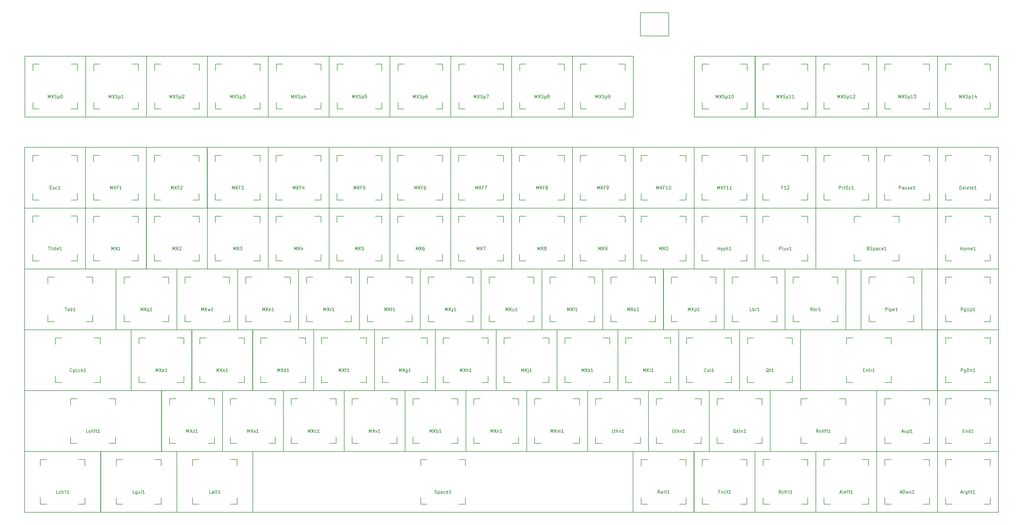
<source format=gbr>
G04 #@! TF.GenerationSoftware,KiCad,Pcbnew,(5.1.9-0-10_14)*
G04 #@! TF.CreationDate,2021-05-12T14:40:02+09:00*
G04 #@! TF.ProjectId,JupiterAdvanced,4a757069-7465-4724-9164-76616e636564,1*
G04 #@! TF.SameCoordinates,Original*
G04 #@! TF.FileFunction,OtherDrawing,Comment*
%FSLAX46Y46*%
G04 Gerber Fmt 4.6, Leading zero omitted, Abs format (unit mm)*
G04 Created by KiCad (PCBNEW (5.1.9-0-10_14)) date 2021-05-12 14:40:02*
%MOMM*%
%LPD*%
G01*
G04 APERTURE LIST*
%ADD10C,0.150000*%
G04 APERTURE END LIST*
D10*
X341889320Y-160449620D02*
X343889320Y-160449620D01*
X343889320Y-160449620D02*
X343889320Y-162449620D01*
X341889320Y-174449620D02*
X343889320Y-174449620D01*
X343889320Y-174449620D02*
X343889320Y-172449620D01*
X329889320Y-172449620D02*
X329889320Y-174449620D01*
X329889320Y-174449620D02*
X331889320Y-174449620D01*
X331889320Y-160449620D02*
X329889320Y-160449620D01*
X329889320Y-160449620D02*
X329889320Y-162449620D01*
X327364320Y-157924620D02*
X346414320Y-157924620D01*
X346414320Y-157924620D02*
X346414320Y-176974620D01*
X346414320Y-176974620D02*
X327364320Y-176974620D01*
X327364320Y-176974620D02*
X327364320Y-157924620D01*
X365816120Y-93798820D02*
X367816120Y-93798820D01*
X367816120Y-93798820D02*
X367816120Y-95798820D01*
X365816120Y-107798820D02*
X367816120Y-107798820D01*
X367816120Y-107798820D02*
X367816120Y-105798820D01*
X353816120Y-105798820D02*
X353816120Y-107798820D01*
X353816120Y-107798820D02*
X355816120Y-107798820D01*
X355816120Y-93798820D02*
X353816120Y-93798820D01*
X353816120Y-93798820D02*
X353816120Y-95798820D01*
X351291120Y-91273820D02*
X370341120Y-91273820D01*
X370341120Y-91273820D02*
X370341120Y-110323820D01*
X370341120Y-110323820D02*
X351291120Y-110323820D01*
X351291120Y-110323820D02*
X351291120Y-91273820D01*
X258215000Y-77675000D02*
X267155000Y-77675000D01*
X258215000Y-77675000D02*
X258215000Y-84975000D01*
X267155000Y-77675000D02*
X267155000Y-84975000D01*
X258215000Y-84975000D02*
X267155000Y-84975000D01*
X80002620Y-141386920D02*
X82002620Y-141386920D01*
X82002620Y-141386920D02*
X82002620Y-143386920D01*
X80002620Y-155386920D02*
X82002620Y-155386920D01*
X82002620Y-155386920D02*
X82002620Y-153386920D01*
X68002620Y-153386920D02*
X68002620Y-155386920D01*
X68002620Y-155386920D02*
X70002620Y-155386920D01*
X70002620Y-141386920D02*
X68002620Y-141386920D01*
X68002620Y-141386920D02*
X68002620Y-143386920D01*
X65477620Y-138861920D02*
X84527620Y-138861920D01*
X84527620Y-138861920D02*
X84527620Y-157911920D01*
X84527620Y-157911920D02*
X65477620Y-157911920D01*
X65477620Y-157911920D02*
X65477620Y-138861920D01*
X84765120Y-160449620D02*
X86765120Y-160449620D01*
X86765120Y-160449620D02*
X86765120Y-162449620D01*
X84765120Y-174449620D02*
X86765120Y-174449620D01*
X86765120Y-174449620D02*
X86765120Y-172449620D01*
X72765120Y-172449620D02*
X72765120Y-174449620D01*
X72765120Y-174449620D02*
X74765120Y-174449620D01*
X74765120Y-160449620D02*
X72765120Y-160449620D01*
X72765120Y-160449620D02*
X72765120Y-162449620D01*
X65477620Y-157924620D02*
X94052620Y-157924620D01*
X94052620Y-157924620D02*
X94052620Y-176974620D01*
X65477620Y-176974620D02*
X94052620Y-176974620D01*
X65477620Y-176974620D02*
X65477620Y-157924620D01*
X201465647Y-217609227D02*
X203465647Y-217609227D01*
X203465647Y-217609227D02*
X203465647Y-219609227D01*
X201465647Y-231609227D02*
X203465647Y-231609227D01*
X203465647Y-231609227D02*
X203465647Y-229609227D01*
X189465647Y-229609227D02*
X189465647Y-231609227D01*
X189465647Y-231609227D02*
X191465647Y-231609227D01*
X191465647Y-217609227D02*
X189465647Y-217609227D01*
X189465647Y-217609227D02*
X189465647Y-219609227D01*
X136934397Y-215084227D02*
X255996897Y-215084227D01*
X255996897Y-215084227D02*
X255996897Y-234134227D01*
X136934397Y-234134227D02*
X255996897Y-234134227D01*
X136934397Y-234134227D02*
X136934397Y-215084227D01*
X320566020Y-198549620D02*
X322566020Y-198549620D01*
X322566020Y-198549620D02*
X322566020Y-200549620D01*
X320566020Y-212549620D02*
X322566020Y-212549620D01*
X322566020Y-212549620D02*
X322566020Y-210549620D01*
X308566020Y-210549620D02*
X308566020Y-212549620D01*
X308566020Y-212549620D02*
X310566020Y-212549620D01*
X310566020Y-198549620D02*
X308566020Y-198549620D01*
X308566020Y-198549620D02*
X308566020Y-200549620D01*
X298897270Y-196024620D02*
X332234770Y-196024620D01*
X332234770Y-196024620D02*
X332234770Y-215074620D01*
X298897270Y-215074620D02*
X332234770Y-215074620D01*
X298897270Y-215074620D02*
X298897270Y-196024620D01*
X308691520Y-217599620D02*
X310691520Y-217599620D01*
X310691520Y-217599620D02*
X310691520Y-219599620D01*
X308691520Y-231599620D02*
X310691520Y-231599620D01*
X310691520Y-231599620D02*
X310691520Y-229599620D01*
X296691520Y-229599620D02*
X296691520Y-231599620D01*
X296691520Y-231599620D02*
X298691520Y-231599620D01*
X298691520Y-217599620D02*
X296691520Y-217599620D01*
X296691520Y-217599620D02*
X296691520Y-219599620D01*
X294166520Y-215074620D02*
X313216520Y-215074620D01*
X313216520Y-215074620D02*
X313216520Y-234124620D01*
X313216520Y-234124620D02*
X294166520Y-234124620D01*
X294166520Y-234124620D02*
X294166520Y-215074620D01*
X318089520Y-160449620D02*
X320089520Y-160449620D01*
X320089520Y-160449620D02*
X320089520Y-162449620D01*
X318089520Y-174449620D02*
X320089520Y-174449620D01*
X320089520Y-174449620D02*
X320089520Y-172449620D01*
X306089520Y-172449620D02*
X306089520Y-174449620D01*
X306089520Y-174449620D02*
X308089520Y-174449620D01*
X308089520Y-160449620D02*
X306089520Y-160449620D01*
X306089520Y-160449620D02*
X306089520Y-162449620D01*
X303564520Y-157924620D02*
X322614520Y-157924620D01*
X322614520Y-157924620D02*
X322614520Y-176974620D01*
X322614520Y-176974620D02*
X303564520Y-176974620D01*
X303564520Y-176974620D02*
X303564520Y-157924620D01*
X270520380Y-217599620D02*
X272520380Y-217599620D01*
X272520380Y-217599620D02*
X272520380Y-219599620D01*
X270520380Y-231599620D02*
X272520380Y-231599620D01*
X272520380Y-231599620D02*
X272520380Y-229599620D01*
X258520380Y-229599620D02*
X258520380Y-231599620D01*
X258520380Y-231599620D02*
X260520380Y-231599620D01*
X260520380Y-217599620D02*
X258520380Y-217599620D01*
X258520380Y-217599620D02*
X258520380Y-219599620D01*
X255995380Y-215074620D02*
X275045380Y-215074620D01*
X275045380Y-215074620D02*
X275045380Y-234124620D01*
X275045380Y-234124620D02*
X255995380Y-234124620D01*
X255995380Y-234124620D02*
X255995380Y-215074620D01*
X303814720Y-179499620D02*
X305814720Y-179499620D01*
X305814720Y-179499620D02*
X305814720Y-181499620D01*
X303814720Y-193499620D02*
X305814720Y-193499620D01*
X305814720Y-193499620D02*
X305814720Y-191499620D01*
X291814720Y-191499620D02*
X291814720Y-193499620D01*
X291814720Y-193499620D02*
X293814720Y-193499620D01*
X293814720Y-179499620D02*
X291814720Y-179499620D01*
X291814720Y-179499620D02*
X291814720Y-181499620D01*
X289289720Y-176974620D02*
X308339720Y-176974620D01*
X308339720Y-176974620D02*
X308339720Y-196024620D01*
X308339720Y-196024620D02*
X289289720Y-196024620D01*
X289289720Y-196024620D02*
X289289720Y-176974620D01*
X294340520Y-198549620D02*
X296340520Y-198549620D01*
X296340520Y-198549620D02*
X296340520Y-200549620D01*
X294340520Y-212549620D02*
X296340520Y-212549620D01*
X296340520Y-212549620D02*
X296340520Y-210549620D01*
X282340520Y-210549620D02*
X282340520Y-212549620D01*
X282340520Y-212549620D02*
X284340520Y-212549620D01*
X284340520Y-198549620D02*
X282340520Y-198549620D01*
X282340520Y-198549620D02*
X282340520Y-200549620D01*
X279815520Y-196024620D02*
X298865520Y-196024620D01*
X298865520Y-196024620D02*
X298865520Y-215074620D01*
X298865520Y-215074620D02*
X279815520Y-215074620D01*
X279815520Y-215074620D02*
X279815520Y-196024620D01*
X327741520Y-122349620D02*
X329741520Y-122349620D01*
X329741520Y-122349620D02*
X329741520Y-124349620D01*
X327741520Y-136349620D02*
X329741520Y-136349620D01*
X329741520Y-136349620D02*
X329741520Y-134349620D01*
X315741520Y-134349620D02*
X315741520Y-136349620D01*
X315741520Y-136349620D02*
X317741520Y-136349620D01*
X317741520Y-122349620D02*
X315741520Y-122349620D01*
X315741520Y-122349620D02*
X315741520Y-124349620D01*
X313216520Y-119824620D02*
X332266520Y-119824620D01*
X332266520Y-119824620D02*
X332266520Y-138874620D01*
X332266520Y-138874620D02*
X313216520Y-138874620D01*
X313216520Y-138874620D02*
X313216520Y-119824620D01*
X308640720Y-141399620D02*
X310640720Y-141399620D01*
X310640720Y-141399620D02*
X310640720Y-143399620D01*
X308640720Y-155399620D02*
X310640720Y-155399620D01*
X310640720Y-155399620D02*
X310640720Y-153399620D01*
X296640720Y-153399620D02*
X296640720Y-155399620D01*
X296640720Y-155399620D02*
X298640720Y-155399620D01*
X298640720Y-141399620D02*
X296640720Y-141399620D01*
X296640720Y-141399620D02*
X296640720Y-143399620D01*
X294115720Y-138874620D02*
X313165720Y-138874620D01*
X313165720Y-138874620D02*
X313165720Y-157924620D01*
X313165720Y-157924620D02*
X294115720Y-157924620D01*
X294115720Y-157924620D02*
X294115720Y-138874620D01*
X365841520Y-160449620D02*
X367841520Y-160449620D01*
X367841520Y-160449620D02*
X367841520Y-162449620D01*
X365841520Y-174449620D02*
X367841520Y-174449620D01*
X367841520Y-174449620D02*
X367841520Y-172449620D01*
X353841520Y-172449620D02*
X353841520Y-174449620D01*
X353841520Y-174449620D02*
X355841520Y-174449620D01*
X355841520Y-160449620D02*
X353841520Y-160449620D01*
X353841520Y-160449620D02*
X353841520Y-162449620D01*
X351316520Y-157924620D02*
X370366520Y-157924620D01*
X370366520Y-157924620D02*
X370366520Y-176974620D01*
X370366520Y-176974620D02*
X351316520Y-176974620D01*
X351316520Y-176974620D02*
X351316520Y-157924620D01*
X365841520Y-179499620D02*
X367841520Y-179499620D01*
X367841520Y-179499620D02*
X367841520Y-181499620D01*
X365841520Y-193499620D02*
X367841520Y-193499620D01*
X367841520Y-193499620D02*
X367841520Y-191499620D01*
X353841520Y-191499620D02*
X353841520Y-193499620D01*
X353841520Y-193499620D02*
X355841520Y-193499620D01*
X355841520Y-179499620D02*
X353841520Y-179499620D01*
X353841520Y-179499620D02*
X353841520Y-181499620D01*
X351316520Y-176974620D02*
X370366520Y-176974620D01*
X370366520Y-176974620D02*
X370366520Y-196024620D01*
X370366520Y-196024620D02*
X351316520Y-196024620D01*
X351316520Y-196024620D02*
X351316520Y-176974620D01*
X346740720Y-122349620D02*
X348740720Y-122349620D01*
X348740720Y-122349620D02*
X348740720Y-124349620D01*
X346740720Y-136349620D02*
X348740720Y-136349620D01*
X348740720Y-136349620D02*
X348740720Y-134349620D01*
X334740720Y-134349620D02*
X334740720Y-136349620D01*
X334740720Y-136349620D02*
X336740720Y-136349620D01*
X336740720Y-122349620D02*
X334740720Y-122349620D01*
X334740720Y-122349620D02*
X334740720Y-124349620D01*
X332215720Y-119824620D02*
X351265720Y-119824620D01*
X351265720Y-119824620D02*
X351265720Y-138874620D01*
X351265720Y-138874620D02*
X332215720Y-138874620D01*
X332215720Y-138874620D02*
X332215720Y-119824620D01*
X122890520Y-198549620D02*
X124890520Y-198549620D01*
X124890520Y-198549620D02*
X124890520Y-200549620D01*
X122890520Y-212549620D02*
X124890520Y-212549620D01*
X124890520Y-212549620D02*
X124890520Y-210549620D01*
X110890520Y-210549620D02*
X110890520Y-212549620D01*
X110890520Y-212549620D02*
X112890520Y-212549620D01*
X112890520Y-198549620D02*
X110890520Y-198549620D01*
X110890520Y-198549620D02*
X110890520Y-200549620D01*
X108365520Y-196024620D02*
X127415520Y-196024620D01*
X127415520Y-196024620D02*
X127415520Y-215074620D01*
X127415520Y-215074620D02*
X108365520Y-215074620D01*
X108365520Y-215074620D02*
X108365520Y-196024620D01*
X203840320Y-160449620D02*
X205840320Y-160449620D01*
X205840320Y-160449620D02*
X205840320Y-162449620D01*
X203840320Y-174449620D02*
X205840320Y-174449620D01*
X205840320Y-174449620D02*
X205840320Y-172449620D01*
X191840320Y-172449620D02*
X191840320Y-174449620D01*
X191840320Y-174449620D02*
X193840320Y-174449620D01*
X193840320Y-160449620D02*
X191840320Y-160449620D01*
X191840320Y-160449620D02*
X191840320Y-162449620D01*
X189315320Y-157924620D02*
X208365320Y-157924620D01*
X208365320Y-157924620D02*
X208365320Y-176974620D01*
X208365320Y-176974620D02*
X189315320Y-176974620D01*
X189315320Y-176974620D02*
X189315320Y-157924620D01*
X141940520Y-198549620D02*
X143940520Y-198549620D01*
X143940520Y-198549620D02*
X143940520Y-200549620D01*
X141940520Y-212549620D02*
X143940520Y-212549620D01*
X143940520Y-212549620D02*
X143940520Y-210549620D01*
X129940520Y-210549620D02*
X129940520Y-212549620D01*
X129940520Y-212549620D02*
X131940520Y-212549620D01*
X131940520Y-198549620D02*
X129940520Y-198549620D01*
X129940520Y-198549620D02*
X129940520Y-200549620D01*
X127415520Y-196024620D02*
X146465520Y-196024620D01*
X146465520Y-196024620D02*
X146465520Y-215074620D01*
X146465520Y-215074620D02*
X127415520Y-215074620D01*
X127415520Y-215074620D02*
X127415520Y-196024620D01*
X127640320Y-160449620D02*
X129640320Y-160449620D01*
X129640320Y-160449620D02*
X129640320Y-162449620D01*
X127640320Y-174449620D02*
X129640320Y-174449620D01*
X129640320Y-174449620D02*
X129640320Y-172449620D01*
X115640320Y-172449620D02*
X115640320Y-174449620D01*
X115640320Y-174449620D02*
X117640320Y-174449620D01*
X117640320Y-160449620D02*
X115640320Y-160449620D01*
X115640320Y-160449620D02*
X115640320Y-162449620D01*
X113115320Y-157924620D02*
X132165320Y-157924620D01*
X132165320Y-157924620D02*
X132165320Y-176974620D01*
X132165320Y-176974620D02*
X113115320Y-176974620D01*
X113115320Y-176974620D02*
X113115320Y-157924620D01*
X180040520Y-198549620D02*
X182040520Y-198549620D01*
X182040520Y-198549620D02*
X182040520Y-200549620D01*
X180040520Y-212549620D02*
X182040520Y-212549620D01*
X182040520Y-212549620D02*
X182040520Y-210549620D01*
X168040520Y-210549620D02*
X168040520Y-212549620D01*
X168040520Y-212549620D02*
X170040520Y-212549620D01*
X170040520Y-198549620D02*
X168040520Y-198549620D01*
X168040520Y-198549620D02*
X168040520Y-200549620D01*
X165515520Y-196024620D02*
X184565520Y-196024620D01*
X184565520Y-196024620D02*
X184565520Y-215074620D01*
X184565520Y-215074620D02*
X165515520Y-215074620D01*
X165515520Y-215074620D02*
X165515520Y-196024620D01*
X222890320Y-160449620D02*
X224890320Y-160449620D01*
X224890320Y-160449620D02*
X224890320Y-162449620D01*
X222890320Y-174449620D02*
X224890320Y-174449620D01*
X224890320Y-174449620D02*
X224890320Y-172449620D01*
X210890320Y-172449620D02*
X210890320Y-174449620D01*
X210890320Y-174449620D02*
X212890320Y-174449620D01*
X212890320Y-160449620D02*
X210890320Y-160449620D01*
X210890320Y-160449620D02*
X210890320Y-162449620D01*
X208365320Y-157924620D02*
X227415320Y-157924620D01*
X227415320Y-157924620D02*
X227415320Y-176974620D01*
X227415320Y-176974620D02*
X208365320Y-176974620D01*
X208365320Y-176974620D02*
X208365320Y-157924620D01*
X184790320Y-160449620D02*
X186790320Y-160449620D01*
X186790320Y-160449620D02*
X186790320Y-162449620D01*
X184790320Y-174449620D02*
X186790320Y-174449620D01*
X186790320Y-174449620D02*
X186790320Y-172449620D01*
X172790320Y-172449620D02*
X172790320Y-174449620D01*
X172790320Y-174449620D02*
X174790320Y-174449620D01*
X174790320Y-160449620D02*
X172790320Y-160449620D01*
X172790320Y-160449620D02*
X172790320Y-162449620D01*
X170265320Y-157924620D02*
X189315320Y-157924620D01*
X189315320Y-157924620D02*
X189315320Y-176974620D01*
X189315320Y-176974620D02*
X170265320Y-176974620D01*
X170265320Y-176974620D02*
X170265320Y-157924620D01*
X346766120Y-93798820D02*
X348766120Y-93798820D01*
X348766120Y-93798820D02*
X348766120Y-95798820D01*
X346766120Y-107798820D02*
X348766120Y-107798820D01*
X348766120Y-107798820D02*
X348766120Y-105798820D01*
X334766120Y-105798820D02*
X334766120Y-107798820D01*
X334766120Y-107798820D02*
X336766120Y-107798820D01*
X336766120Y-93798820D02*
X334766120Y-93798820D01*
X334766120Y-93798820D02*
X334766120Y-95798820D01*
X332241120Y-91273820D02*
X351291120Y-91273820D01*
X351291120Y-91273820D02*
X351291120Y-110323820D01*
X351291120Y-110323820D02*
X332241120Y-110323820D01*
X332241120Y-110323820D02*
X332241120Y-91273820D01*
X327716120Y-93798820D02*
X329716120Y-93798820D01*
X329716120Y-93798820D02*
X329716120Y-95798820D01*
X327716120Y-107798820D02*
X329716120Y-107798820D01*
X329716120Y-107798820D02*
X329716120Y-105798820D01*
X315716120Y-105798820D02*
X315716120Y-107798820D01*
X315716120Y-107798820D02*
X317716120Y-107798820D01*
X317716120Y-93798820D02*
X315716120Y-93798820D01*
X315716120Y-93798820D02*
X315716120Y-95798820D01*
X313191120Y-91273820D02*
X332241120Y-91273820D01*
X332241120Y-91273820D02*
X332241120Y-110323820D01*
X332241120Y-110323820D02*
X313191120Y-110323820D01*
X313191120Y-110323820D02*
X313191120Y-91273820D01*
X308666120Y-93798820D02*
X310666120Y-93798820D01*
X310666120Y-93798820D02*
X310666120Y-95798820D01*
X308666120Y-107798820D02*
X310666120Y-107798820D01*
X310666120Y-107798820D02*
X310666120Y-105798820D01*
X296666120Y-105798820D02*
X296666120Y-107798820D01*
X296666120Y-107798820D02*
X298666120Y-107798820D01*
X298666120Y-93798820D02*
X296666120Y-93798820D01*
X296666120Y-93798820D02*
X296666120Y-95798820D01*
X294141120Y-91273820D02*
X313191120Y-91273820D01*
X313191120Y-91273820D02*
X313191120Y-110323820D01*
X313191120Y-110323820D02*
X294141120Y-110323820D01*
X294141120Y-110323820D02*
X294141120Y-91273820D01*
X289675320Y-93798820D02*
X291675320Y-93798820D01*
X291675320Y-93798820D02*
X291675320Y-95798820D01*
X289675320Y-107798820D02*
X291675320Y-107798820D01*
X291675320Y-107798820D02*
X291675320Y-105798820D01*
X277675320Y-105798820D02*
X277675320Y-107798820D01*
X277675320Y-107798820D02*
X279675320Y-107798820D01*
X279675320Y-93798820D02*
X277675320Y-93798820D01*
X277675320Y-93798820D02*
X277675320Y-95798820D01*
X275150320Y-91273820D02*
X294200320Y-91273820D01*
X294200320Y-91273820D02*
X294200320Y-110323820D01*
X294200320Y-110323820D02*
X275150320Y-110323820D01*
X275150320Y-110323820D02*
X275150320Y-91273820D01*
X251516120Y-93798820D02*
X253516120Y-93798820D01*
X253516120Y-93798820D02*
X253516120Y-95798820D01*
X251516120Y-107798820D02*
X253516120Y-107798820D01*
X253516120Y-107798820D02*
X253516120Y-105798820D01*
X239516120Y-105798820D02*
X239516120Y-107798820D01*
X239516120Y-107798820D02*
X241516120Y-107798820D01*
X241516120Y-93798820D02*
X239516120Y-93798820D01*
X239516120Y-93798820D02*
X239516120Y-95798820D01*
X236991120Y-91273820D02*
X256041120Y-91273820D01*
X256041120Y-91273820D02*
X256041120Y-110323820D01*
X256041120Y-110323820D02*
X236991120Y-110323820D01*
X236991120Y-110323820D02*
X236991120Y-91273820D01*
X232466120Y-93798820D02*
X234466120Y-93798820D01*
X234466120Y-93798820D02*
X234466120Y-95798820D01*
X232466120Y-107798820D02*
X234466120Y-107798820D01*
X234466120Y-107798820D02*
X234466120Y-105798820D01*
X220466120Y-105798820D02*
X220466120Y-107798820D01*
X220466120Y-107798820D02*
X222466120Y-107798820D01*
X222466120Y-93798820D02*
X220466120Y-93798820D01*
X220466120Y-93798820D02*
X220466120Y-95798820D01*
X217941120Y-91273820D02*
X236991120Y-91273820D01*
X236991120Y-91273820D02*
X236991120Y-110323820D01*
X236991120Y-110323820D02*
X217941120Y-110323820D01*
X217941120Y-110323820D02*
X217941120Y-91273820D01*
X213416120Y-93798820D02*
X215416120Y-93798820D01*
X215416120Y-93798820D02*
X215416120Y-95798820D01*
X213416120Y-107798820D02*
X215416120Y-107798820D01*
X215416120Y-107798820D02*
X215416120Y-105798820D01*
X201416120Y-105798820D02*
X201416120Y-107798820D01*
X201416120Y-107798820D02*
X203416120Y-107798820D01*
X203416120Y-93798820D02*
X201416120Y-93798820D01*
X201416120Y-93798820D02*
X201416120Y-95798820D01*
X198891120Y-91273820D02*
X217941120Y-91273820D01*
X217941120Y-91273820D02*
X217941120Y-110323820D01*
X217941120Y-110323820D02*
X198891120Y-110323820D01*
X198891120Y-110323820D02*
X198891120Y-91273820D01*
X194366120Y-93798820D02*
X196366120Y-93798820D01*
X196366120Y-93798820D02*
X196366120Y-95798820D01*
X194366120Y-107798820D02*
X196366120Y-107798820D01*
X196366120Y-107798820D02*
X196366120Y-105798820D01*
X182366120Y-105798820D02*
X182366120Y-107798820D01*
X182366120Y-107798820D02*
X184366120Y-107798820D01*
X184366120Y-93798820D02*
X182366120Y-93798820D01*
X182366120Y-93798820D02*
X182366120Y-95798820D01*
X179841120Y-91273820D02*
X198891120Y-91273820D01*
X198891120Y-91273820D02*
X198891120Y-110323820D01*
X198891120Y-110323820D02*
X179841120Y-110323820D01*
X179841120Y-110323820D02*
X179841120Y-91273820D01*
X175316120Y-93798820D02*
X177316120Y-93798820D01*
X177316120Y-93798820D02*
X177316120Y-95798820D01*
X175316120Y-107798820D02*
X177316120Y-107798820D01*
X177316120Y-107798820D02*
X177316120Y-105798820D01*
X163316120Y-105798820D02*
X163316120Y-107798820D01*
X163316120Y-107798820D02*
X165316120Y-107798820D01*
X165316120Y-93798820D02*
X163316120Y-93798820D01*
X163316120Y-93798820D02*
X163316120Y-95798820D01*
X160791120Y-91273820D02*
X179841120Y-91273820D01*
X179841120Y-91273820D02*
X179841120Y-110323820D01*
X179841120Y-110323820D02*
X160791120Y-110323820D01*
X160791120Y-110323820D02*
X160791120Y-91273820D01*
X156266120Y-93798820D02*
X158266120Y-93798820D01*
X158266120Y-93798820D02*
X158266120Y-95798820D01*
X156266120Y-107798820D02*
X158266120Y-107798820D01*
X158266120Y-107798820D02*
X158266120Y-105798820D01*
X144266120Y-105798820D02*
X144266120Y-107798820D01*
X144266120Y-107798820D02*
X146266120Y-107798820D01*
X146266120Y-93798820D02*
X144266120Y-93798820D01*
X144266120Y-93798820D02*
X144266120Y-95798820D01*
X141741120Y-91273820D02*
X160791120Y-91273820D01*
X160791120Y-91273820D02*
X160791120Y-110323820D01*
X160791120Y-110323820D02*
X141741120Y-110323820D01*
X141741120Y-110323820D02*
X141741120Y-91273820D01*
X137216120Y-93798820D02*
X139216120Y-93798820D01*
X139216120Y-93798820D02*
X139216120Y-95798820D01*
X137216120Y-107798820D02*
X139216120Y-107798820D01*
X139216120Y-107798820D02*
X139216120Y-105798820D01*
X125216120Y-105798820D02*
X125216120Y-107798820D01*
X125216120Y-107798820D02*
X127216120Y-107798820D01*
X127216120Y-93798820D02*
X125216120Y-93798820D01*
X125216120Y-93798820D02*
X125216120Y-95798820D01*
X122691120Y-91273820D02*
X141741120Y-91273820D01*
X141741120Y-91273820D02*
X141741120Y-110323820D01*
X141741120Y-110323820D02*
X122691120Y-110323820D01*
X122691120Y-110323820D02*
X122691120Y-91273820D01*
X118166120Y-93798820D02*
X120166120Y-93798820D01*
X120166120Y-93798820D02*
X120166120Y-95798820D01*
X118166120Y-107798820D02*
X120166120Y-107798820D01*
X120166120Y-107798820D02*
X120166120Y-105798820D01*
X106166120Y-105798820D02*
X106166120Y-107798820D01*
X106166120Y-107798820D02*
X108166120Y-107798820D01*
X108166120Y-93798820D02*
X106166120Y-93798820D01*
X106166120Y-93798820D02*
X106166120Y-95798820D01*
X103641120Y-91273820D02*
X122691120Y-91273820D01*
X122691120Y-91273820D02*
X122691120Y-110323820D01*
X122691120Y-110323820D02*
X103641120Y-110323820D01*
X103641120Y-110323820D02*
X103641120Y-91273820D01*
X99116120Y-93798820D02*
X101116120Y-93798820D01*
X101116120Y-93798820D02*
X101116120Y-95798820D01*
X99116120Y-107798820D02*
X101116120Y-107798820D01*
X101116120Y-107798820D02*
X101116120Y-105798820D01*
X87116120Y-105798820D02*
X87116120Y-107798820D01*
X87116120Y-107798820D02*
X89116120Y-107798820D01*
X89116120Y-93798820D02*
X87116120Y-93798820D01*
X87116120Y-93798820D02*
X87116120Y-95798820D01*
X84591120Y-91273820D02*
X103641120Y-91273820D01*
X103641120Y-91273820D02*
X103641120Y-110323820D01*
X103641120Y-110323820D02*
X84591120Y-110323820D01*
X84591120Y-110323820D02*
X84591120Y-91273820D01*
X80066120Y-93798820D02*
X82066120Y-93798820D01*
X82066120Y-93798820D02*
X82066120Y-95798820D01*
X80066120Y-107798820D02*
X82066120Y-107798820D01*
X82066120Y-107798820D02*
X82066120Y-105798820D01*
X68066120Y-105798820D02*
X68066120Y-107798820D01*
X68066120Y-107798820D02*
X70066120Y-107798820D01*
X70066120Y-93798820D02*
X68066120Y-93798820D01*
X68066120Y-93798820D02*
X68066120Y-95798820D01*
X65541120Y-91273820D02*
X84591120Y-91273820D01*
X84591120Y-91273820D02*
X84591120Y-110323820D01*
X84591120Y-110323820D02*
X65541120Y-110323820D01*
X65541120Y-110323820D02*
X65541120Y-91273820D01*
X132313920Y-179499620D02*
X134313920Y-179499620D01*
X134313920Y-179499620D02*
X134313920Y-181499620D01*
X132313920Y-193499620D02*
X134313920Y-193499620D01*
X134313920Y-193499620D02*
X134313920Y-191499620D01*
X120313920Y-191499620D02*
X120313920Y-193499620D01*
X120313920Y-193499620D02*
X122313920Y-193499620D01*
X122313920Y-179499620D02*
X120313920Y-179499620D01*
X120313920Y-179499620D02*
X120313920Y-181499620D01*
X117788920Y-176974620D02*
X136838920Y-176974620D01*
X136838920Y-176974620D02*
X136838920Y-196024620D01*
X136838920Y-196024620D02*
X117788920Y-196024620D01*
X117788920Y-196024620D02*
X117788920Y-176974620D01*
X165740320Y-160449620D02*
X167740320Y-160449620D01*
X167740320Y-160449620D02*
X167740320Y-162449620D01*
X165740320Y-174449620D02*
X167740320Y-174449620D01*
X167740320Y-174449620D02*
X167740320Y-172449620D01*
X153740320Y-172449620D02*
X153740320Y-174449620D01*
X153740320Y-174449620D02*
X155740320Y-174449620D01*
X155740320Y-160449620D02*
X153740320Y-160449620D01*
X153740320Y-160449620D02*
X153740320Y-162449620D01*
X151215320Y-157924620D02*
X170265320Y-157924620D01*
X170265320Y-157924620D02*
X170265320Y-176974620D01*
X170265320Y-176974620D02*
X151215320Y-176974620D01*
X151215320Y-176974620D02*
X151215320Y-157924620D01*
X108590320Y-160449620D02*
X110590320Y-160449620D01*
X110590320Y-160449620D02*
X110590320Y-162449620D01*
X108590320Y-174449620D02*
X110590320Y-174449620D01*
X110590320Y-174449620D02*
X110590320Y-172449620D01*
X96590320Y-172449620D02*
X96590320Y-174449620D01*
X96590320Y-174449620D02*
X98590320Y-174449620D01*
X98590320Y-160449620D02*
X96590320Y-160449620D01*
X96590320Y-160449620D02*
X96590320Y-162449620D01*
X94065320Y-157924620D02*
X113115320Y-157924620D01*
X113115320Y-157924620D02*
X113115320Y-176974620D01*
X113115320Y-176974620D02*
X94065320Y-176974620D01*
X94065320Y-176974620D02*
X94065320Y-157924620D01*
X279989520Y-160449620D02*
X281989520Y-160449620D01*
X281989520Y-160449620D02*
X281989520Y-162449620D01*
X279989520Y-174449620D02*
X281989520Y-174449620D01*
X281989520Y-174449620D02*
X281989520Y-172449620D01*
X267989520Y-172449620D02*
X267989520Y-174449620D01*
X267989520Y-174449620D02*
X269989520Y-174449620D01*
X269989520Y-160449620D02*
X267989520Y-160449620D01*
X267989520Y-160449620D02*
X267989520Y-162449620D01*
X265464520Y-157924620D02*
X284514520Y-157924620D01*
X284514520Y-157924620D02*
X284514520Y-176974620D01*
X284514520Y-176974620D02*
X265464520Y-176974620D01*
X265464520Y-176974620D02*
X265464520Y-157924620D01*
X260990320Y-160449620D02*
X262990320Y-160449620D01*
X262990320Y-160449620D02*
X262990320Y-162449620D01*
X260990320Y-174449620D02*
X262990320Y-174449620D01*
X262990320Y-174449620D02*
X262990320Y-172449620D01*
X248990320Y-172449620D02*
X248990320Y-174449620D01*
X248990320Y-174449620D02*
X250990320Y-174449620D01*
X250990320Y-160449620D02*
X248990320Y-160449620D01*
X248990320Y-160449620D02*
X248990320Y-162449620D01*
X246465320Y-157924620D02*
X265515320Y-157924620D01*
X265515320Y-157924620D02*
X265515320Y-176974620D01*
X265515320Y-176974620D02*
X246465320Y-176974620D01*
X246465320Y-176974620D02*
X246465320Y-157924620D01*
X218140520Y-198549620D02*
X220140520Y-198549620D01*
X220140520Y-198549620D02*
X220140520Y-200549620D01*
X218140520Y-212549620D02*
X220140520Y-212549620D01*
X220140520Y-212549620D02*
X220140520Y-210549620D01*
X206140520Y-210549620D02*
X206140520Y-212549620D01*
X206140520Y-212549620D02*
X208140520Y-212549620D01*
X208140520Y-198549620D02*
X206140520Y-198549620D01*
X206140520Y-198549620D02*
X206140520Y-200549620D01*
X203615520Y-196024620D02*
X222665520Y-196024620D01*
X222665520Y-196024620D02*
X222665520Y-215074620D01*
X222665520Y-215074620D02*
X203615520Y-215074620D01*
X203615520Y-215074620D02*
X203615520Y-196024620D01*
X237190520Y-198549620D02*
X239190520Y-198549620D01*
X239190520Y-198549620D02*
X239190520Y-200549620D01*
X237190520Y-212549620D02*
X239190520Y-212549620D01*
X239190520Y-212549620D02*
X239190520Y-210549620D01*
X225190520Y-210549620D02*
X225190520Y-212549620D01*
X225190520Y-212549620D02*
X227190520Y-212549620D01*
X227190520Y-198549620D02*
X225190520Y-198549620D01*
X225190520Y-198549620D02*
X225190520Y-200549620D01*
X222665520Y-196024620D02*
X241715520Y-196024620D01*
X241715520Y-196024620D02*
X241715520Y-215074620D01*
X241715520Y-215074620D02*
X222665520Y-215074620D01*
X222665520Y-215074620D02*
X222665520Y-196024620D01*
X265714720Y-179499620D02*
X267714720Y-179499620D01*
X267714720Y-179499620D02*
X267714720Y-181499620D01*
X265714720Y-193499620D02*
X267714720Y-193499620D01*
X267714720Y-193499620D02*
X267714720Y-191499620D01*
X253714720Y-191499620D02*
X253714720Y-193499620D01*
X253714720Y-193499620D02*
X255714720Y-193499620D01*
X255714720Y-179499620D02*
X253714720Y-179499620D01*
X253714720Y-179499620D02*
X253714720Y-181499620D01*
X251189720Y-176974620D02*
X270239720Y-176974620D01*
X270239720Y-176974620D02*
X270239720Y-196024620D01*
X270239720Y-196024620D02*
X251189720Y-196024620D01*
X251189720Y-196024620D02*
X251189720Y-176974620D01*
X246664720Y-179499620D02*
X248664720Y-179499620D01*
X248664720Y-179499620D02*
X248664720Y-181499620D01*
X246664720Y-193499620D02*
X248664720Y-193499620D01*
X248664720Y-193499620D02*
X248664720Y-191499620D01*
X234664720Y-191499620D02*
X234664720Y-193499620D01*
X234664720Y-193499620D02*
X236664720Y-193499620D01*
X236664720Y-179499620D02*
X234664720Y-179499620D01*
X234664720Y-179499620D02*
X234664720Y-181499620D01*
X232139720Y-176974620D02*
X251189720Y-176974620D01*
X251189720Y-176974620D02*
X251189720Y-196024620D01*
X251189720Y-196024620D02*
X232139720Y-196024620D01*
X232139720Y-196024620D02*
X232139720Y-176974620D01*
X227614720Y-179499620D02*
X229614720Y-179499620D01*
X229614720Y-179499620D02*
X229614720Y-181499620D01*
X227614720Y-193499620D02*
X229614720Y-193499620D01*
X229614720Y-193499620D02*
X229614720Y-191499620D01*
X215614720Y-191499620D02*
X215614720Y-193499620D01*
X215614720Y-193499620D02*
X217614720Y-193499620D01*
X217614720Y-179499620D02*
X215614720Y-179499620D01*
X215614720Y-179499620D02*
X215614720Y-181499620D01*
X213089720Y-176974620D02*
X232139720Y-176974620D01*
X232139720Y-176974620D02*
X232139720Y-196024620D01*
X232139720Y-196024620D02*
X213089720Y-196024620D01*
X213089720Y-196024620D02*
X213089720Y-176974620D01*
X241940320Y-160449620D02*
X243940320Y-160449620D01*
X243940320Y-160449620D02*
X243940320Y-162449620D01*
X241940320Y-174449620D02*
X243940320Y-174449620D01*
X243940320Y-174449620D02*
X243940320Y-172449620D01*
X229940320Y-172449620D02*
X229940320Y-174449620D01*
X229940320Y-174449620D02*
X231940320Y-174449620D01*
X231940320Y-160449620D02*
X229940320Y-160449620D01*
X229940320Y-160449620D02*
X229940320Y-162449620D01*
X227415320Y-157924620D02*
X246465320Y-157924620D01*
X246465320Y-157924620D02*
X246465320Y-176974620D01*
X246465320Y-176974620D02*
X227415320Y-176974620D01*
X227415320Y-176974620D02*
X227415320Y-157924620D01*
X208564720Y-179499620D02*
X210564720Y-179499620D01*
X210564720Y-179499620D02*
X210564720Y-181499620D01*
X208564720Y-193499620D02*
X210564720Y-193499620D01*
X210564720Y-193499620D02*
X210564720Y-191499620D01*
X196564720Y-191499620D02*
X196564720Y-193499620D01*
X196564720Y-193499620D02*
X198564720Y-193499620D01*
X198564720Y-179499620D02*
X196564720Y-179499620D01*
X196564720Y-179499620D02*
X196564720Y-181499620D01*
X194039720Y-176974620D02*
X213089720Y-176974620D01*
X213089720Y-176974620D02*
X213089720Y-196024620D01*
X213089720Y-196024620D02*
X194039720Y-196024620D01*
X194039720Y-196024620D02*
X194039720Y-176974620D01*
X189514720Y-179499620D02*
X191514720Y-179499620D01*
X191514720Y-179499620D02*
X191514720Y-181499620D01*
X189514720Y-193499620D02*
X191514720Y-193499620D01*
X191514720Y-193499620D02*
X191514720Y-191499620D01*
X177514720Y-191499620D02*
X177514720Y-193499620D01*
X177514720Y-193499620D02*
X179514720Y-193499620D01*
X179514720Y-179499620D02*
X177514720Y-179499620D01*
X177514720Y-179499620D02*
X177514720Y-181499620D01*
X174989720Y-176974620D02*
X194039720Y-176974620D01*
X194039720Y-176974620D02*
X194039720Y-196024620D01*
X194039720Y-196024620D02*
X174989720Y-196024620D01*
X174989720Y-196024620D02*
X174989720Y-176974620D01*
X289590720Y-122349620D02*
X291590720Y-122349620D01*
X291590720Y-122349620D02*
X291590720Y-124349620D01*
X289590720Y-136349620D02*
X291590720Y-136349620D01*
X291590720Y-136349620D02*
X291590720Y-134349620D01*
X277590720Y-134349620D02*
X277590720Y-136349620D01*
X277590720Y-136349620D02*
X279590720Y-136349620D01*
X279590720Y-122349620D02*
X277590720Y-122349620D01*
X277590720Y-122349620D02*
X277590720Y-124349620D01*
X275065720Y-119824620D02*
X294115720Y-119824620D01*
X294115720Y-119824620D02*
X294115720Y-138874620D01*
X294115720Y-138874620D02*
X275065720Y-138874620D01*
X275065720Y-138874620D02*
X275065720Y-119824620D01*
X170464720Y-179499620D02*
X172464720Y-179499620D01*
X172464720Y-179499620D02*
X172464720Y-181499620D01*
X170464720Y-193499620D02*
X172464720Y-193499620D01*
X172464720Y-193499620D02*
X172464720Y-191499620D01*
X158464720Y-191499620D02*
X158464720Y-193499620D01*
X158464720Y-193499620D02*
X160464720Y-193499620D01*
X160464720Y-179499620D02*
X158464720Y-179499620D01*
X158464720Y-179499620D02*
X158464720Y-181499620D01*
X155939720Y-176974620D02*
X174989720Y-176974620D01*
X174989720Y-176974620D02*
X174989720Y-196024620D01*
X174989720Y-196024620D02*
X155939720Y-196024620D01*
X155939720Y-196024620D02*
X155939720Y-176974620D01*
X146690320Y-160449620D02*
X148690320Y-160449620D01*
X148690320Y-160449620D02*
X148690320Y-162449620D01*
X146690320Y-174449620D02*
X148690320Y-174449620D01*
X148690320Y-174449620D02*
X148690320Y-172449620D01*
X134690320Y-172449620D02*
X134690320Y-174449620D01*
X134690320Y-174449620D02*
X136690320Y-174449620D01*
X136690320Y-160449620D02*
X134690320Y-160449620D01*
X134690320Y-160449620D02*
X134690320Y-162449620D01*
X132165320Y-157924620D02*
X151215320Y-157924620D01*
X151215320Y-157924620D02*
X151215320Y-176974620D01*
X151215320Y-176974620D02*
X132165320Y-176974620D01*
X132165320Y-176974620D02*
X132165320Y-157924620D01*
X151414720Y-179499620D02*
X153414720Y-179499620D01*
X153414720Y-179499620D02*
X153414720Y-181499620D01*
X151414720Y-193499620D02*
X153414720Y-193499620D01*
X153414720Y-193499620D02*
X153414720Y-191499620D01*
X139414720Y-191499620D02*
X139414720Y-193499620D01*
X139414720Y-193499620D02*
X141414720Y-193499620D01*
X141414720Y-179499620D02*
X139414720Y-179499620D01*
X139414720Y-179499620D02*
X139414720Y-181499620D01*
X136889720Y-176974620D02*
X155939720Y-176974620D01*
X155939720Y-176974620D02*
X155939720Y-196024620D01*
X155939720Y-196024620D02*
X136889720Y-196024620D01*
X136889720Y-196024620D02*
X136889720Y-176974620D01*
X160990520Y-198549620D02*
X162990520Y-198549620D01*
X162990520Y-198549620D02*
X162990520Y-200549620D01*
X160990520Y-212549620D02*
X162990520Y-212549620D01*
X162990520Y-212549620D02*
X162990520Y-210549620D01*
X148990520Y-210549620D02*
X148990520Y-212549620D01*
X148990520Y-212549620D02*
X150990520Y-212549620D01*
X150990520Y-198549620D02*
X148990520Y-198549620D01*
X148990520Y-198549620D02*
X148990520Y-200549620D01*
X146465520Y-196024620D02*
X165515520Y-196024620D01*
X165515520Y-196024620D02*
X165515520Y-215074620D01*
X165515520Y-215074620D02*
X146465520Y-215074620D01*
X146465520Y-215074620D02*
X146465520Y-196024620D01*
X199090520Y-198549620D02*
X201090520Y-198549620D01*
X201090520Y-198549620D02*
X201090520Y-200549620D01*
X199090520Y-212549620D02*
X201090520Y-212549620D01*
X201090520Y-212549620D02*
X201090520Y-210549620D01*
X187090520Y-210549620D02*
X187090520Y-212549620D01*
X187090520Y-212549620D02*
X189090520Y-212549620D01*
X189090520Y-198549620D02*
X187090520Y-198549620D01*
X187090520Y-198549620D02*
X187090520Y-200549620D01*
X184565520Y-196024620D02*
X203615520Y-196024620D01*
X203615520Y-196024620D02*
X203615520Y-215074620D01*
X203615520Y-215074620D02*
X184565520Y-215074620D01*
X184565520Y-215074620D02*
X184565520Y-196024620D01*
X113314720Y-179499620D02*
X115314720Y-179499620D01*
X115314720Y-179499620D02*
X115314720Y-181499620D01*
X113314720Y-193499620D02*
X115314720Y-193499620D01*
X115314720Y-193499620D02*
X115314720Y-191499620D01*
X101314720Y-191499620D02*
X101314720Y-193499620D01*
X101314720Y-193499620D02*
X103314720Y-193499620D01*
X103314720Y-179499620D02*
X101314720Y-179499620D01*
X101314720Y-179499620D02*
X101314720Y-181499620D01*
X98789720Y-176974620D02*
X117839720Y-176974620D01*
X117839720Y-176974620D02*
X117839720Y-196024620D01*
X117839720Y-196024620D02*
X98789720Y-196024620D01*
X98789720Y-196024620D02*
X98789720Y-176974620D01*
X251490720Y-141399620D02*
X253490720Y-141399620D01*
X253490720Y-141399620D02*
X253490720Y-143399620D01*
X251490720Y-155399620D02*
X253490720Y-155399620D01*
X253490720Y-155399620D02*
X253490720Y-153399620D01*
X239490720Y-153399620D02*
X239490720Y-155399620D01*
X239490720Y-155399620D02*
X241490720Y-155399620D01*
X241490720Y-141399620D02*
X239490720Y-141399620D01*
X239490720Y-141399620D02*
X239490720Y-143399620D01*
X236965720Y-138874620D02*
X256015720Y-138874620D01*
X256015720Y-138874620D02*
X256015720Y-157924620D01*
X256015720Y-157924620D02*
X236965720Y-157924620D01*
X236965720Y-157924620D02*
X236965720Y-138874620D01*
X232440720Y-141399620D02*
X234440720Y-141399620D01*
X234440720Y-141399620D02*
X234440720Y-143399620D01*
X232440720Y-155399620D02*
X234440720Y-155399620D01*
X234440720Y-155399620D02*
X234440720Y-153399620D01*
X220440720Y-153399620D02*
X220440720Y-155399620D01*
X220440720Y-155399620D02*
X222440720Y-155399620D01*
X222440720Y-141399620D02*
X220440720Y-141399620D01*
X220440720Y-141399620D02*
X220440720Y-143399620D01*
X217915720Y-138874620D02*
X236965720Y-138874620D01*
X236965720Y-138874620D02*
X236965720Y-157924620D01*
X236965720Y-157924620D02*
X217915720Y-157924620D01*
X217915720Y-157924620D02*
X217915720Y-138874620D01*
X213390720Y-141399620D02*
X215390720Y-141399620D01*
X215390720Y-141399620D02*
X215390720Y-143399620D01*
X213390720Y-155399620D02*
X215390720Y-155399620D01*
X215390720Y-155399620D02*
X215390720Y-153399620D01*
X201390720Y-153399620D02*
X201390720Y-155399620D01*
X201390720Y-155399620D02*
X203390720Y-155399620D01*
X203390720Y-141399620D02*
X201390720Y-141399620D01*
X201390720Y-141399620D02*
X201390720Y-143399620D01*
X198865720Y-138874620D02*
X217915720Y-138874620D01*
X217915720Y-138874620D02*
X217915720Y-157924620D01*
X217915720Y-157924620D02*
X198865720Y-157924620D01*
X198865720Y-157924620D02*
X198865720Y-138874620D01*
X194340720Y-141399620D02*
X196340720Y-141399620D01*
X196340720Y-141399620D02*
X196340720Y-143399620D01*
X194340720Y-155399620D02*
X196340720Y-155399620D01*
X196340720Y-155399620D02*
X196340720Y-153399620D01*
X182340720Y-153399620D02*
X182340720Y-155399620D01*
X182340720Y-155399620D02*
X184340720Y-155399620D01*
X184340720Y-141399620D02*
X182340720Y-141399620D01*
X182340720Y-141399620D02*
X182340720Y-143399620D01*
X179815720Y-138874620D02*
X198865720Y-138874620D01*
X198865720Y-138874620D02*
X198865720Y-157924620D01*
X198865720Y-157924620D02*
X179815720Y-157924620D01*
X179815720Y-157924620D02*
X179815720Y-138874620D01*
X175290720Y-141399620D02*
X177290720Y-141399620D01*
X177290720Y-141399620D02*
X177290720Y-143399620D01*
X175290720Y-155399620D02*
X177290720Y-155399620D01*
X177290720Y-155399620D02*
X177290720Y-153399620D01*
X163290720Y-153399620D02*
X163290720Y-155399620D01*
X163290720Y-155399620D02*
X165290720Y-155399620D01*
X165290720Y-141399620D02*
X163290720Y-141399620D01*
X163290720Y-141399620D02*
X163290720Y-143399620D01*
X160765720Y-138874620D02*
X179815720Y-138874620D01*
X179815720Y-138874620D02*
X179815720Y-157924620D01*
X179815720Y-157924620D02*
X160765720Y-157924620D01*
X160765720Y-157924620D02*
X160765720Y-138874620D01*
X156240720Y-141399620D02*
X158240720Y-141399620D01*
X158240720Y-141399620D02*
X158240720Y-143399620D01*
X156240720Y-155399620D02*
X158240720Y-155399620D01*
X158240720Y-155399620D02*
X158240720Y-153399620D01*
X144240720Y-153399620D02*
X144240720Y-155399620D01*
X144240720Y-155399620D02*
X146240720Y-155399620D01*
X146240720Y-141399620D02*
X144240720Y-141399620D01*
X144240720Y-141399620D02*
X144240720Y-143399620D01*
X141715720Y-138874620D02*
X160765720Y-138874620D01*
X160765720Y-138874620D02*
X160765720Y-157924620D01*
X160765720Y-157924620D02*
X141715720Y-157924620D01*
X141715720Y-157924620D02*
X141715720Y-138874620D01*
X137190720Y-141399620D02*
X139190720Y-141399620D01*
X139190720Y-141399620D02*
X139190720Y-143399620D01*
X137190720Y-155399620D02*
X139190720Y-155399620D01*
X139190720Y-155399620D02*
X139190720Y-153399620D01*
X125190720Y-153399620D02*
X125190720Y-155399620D01*
X125190720Y-155399620D02*
X127190720Y-155399620D01*
X127190720Y-141399620D02*
X125190720Y-141399620D01*
X125190720Y-141399620D02*
X125190720Y-143399620D01*
X122665720Y-138874620D02*
X141715720Y-138874620D01*
X141715720Y-138874620D02*
X141715720Y-157924620D01*
X141715720Y-157924620D02*
X122665720Y-157924620D01*
X122665720Y-157924620D02*
X122665720Y-138874620D01*
X118140720Y-141399620D02*
X120140720Y-141399620D01*
X120140720Y-141399620D02*
X120140720Y-143399620D01*
X118140720Y-155399620D02*
X120140720Y-155399620D01*
X120140720Y-155399620D02*
X120140720Y-153399620D01*
X106140720Y-153399620D02*
X106140720Y-155399620D01*
X106140720Y-155399620D02*
X108140720Y-155399620D01*
X108140720Y-141399620D02*
X106140720Y-141399620D01*
X106140720Y-141399620D02*
X106140720Y-143399620D01*
X103615720Y-138874620D02*
X122665720Y-138874620D01*
X122665720Y-138874620D02*
X122665720Y-157924620D01*
X122665720Y-157924620D02*
X103615720Y-157924620D01*
X103615720Y-157924620D02*
X103615720Y-138874620D01*
X99039920Y-141399620D02*
X101039920Y-141399620D01*
X101039920Y-141399620D02*
X101039920Y-143399620D01*
X99039920Y-155399620D02*
X101039920Y-155399620D01*
X101039920Y-155399620D02*
X101039920Y-153399620D01*
X87039920Y-153399620D02*
X87039920Y-155399620D01*
X87039920Y-155399620D02*
X89039920Y-155399620D01*
X89039920Y-141399620D02*
X87039920Y-141399620D01*
X87039920Y-141399620D02*
X87039920Y-143399620D01*
X84514920Y-138874620D02*
X103564920Y-138874620D01*
X103564920Y-138874620D02*
X103564920Y-157924620D01*
X103564920Y-157924620D02*
X84514920Y-157924620D01*
X84514920Y-157924620D02*
X84514920Y-138874620D01*
X270540720Y-141399620D02*
X272540720Y-141399620D01*
X272540720Y-141399620D02*
X272540720Y-143399620D01*
X270540720Y-155399620D02*
X272540720Y-155399620D01*
X272540720Y-155399620D02*
X272540720Y-153399620D01*
X258540720Y-153399620D02*
X258540720Y-155399620D01*
X258540720Y-155399620D02*
X260540720Y-155399620D01*
X260540720Y-141399620D02*
X258540720Y-141399620D01*
X258540720Y-141399620D02*
X258540720Y-143399620D01*
X256015720Y-138874620D02*
X275065720Y-138874620D01*
X275065720Y-138874620D02*
X275065720Y-157924620D01*
X275065720Y-157924620D02*
X256015720Y-157924620D01*
X256015720Y-157924620D02*
X256015720Y-138874620D01*
X256240520Y-198549620D02*
X258240520Y-198549620D01*
X258240520Y-198549620D02*
X258240520Y-200549620D01*
X256240520Y-212549620D02*
X258240520Y-212549620D01*
X258240520Y-212549620D02*
X258240520Y-210549620D01*
X244240520Y-210549620D02*
X244240520Y-212549620D01*
X244240520Y-212549620D02*
X246240520Y-212549620D01*
X246240520Y-198549620D02*
X244240520Y-198549620D01*
X244240520Y-198549620D02*
X244240520Y-200549620D01*
X241715520Y-196024620D02*
X260765520Y-196024620D01*
X260765520Y-196024620D02*
X260765520Y-215074620D01*
X260765520Y-215074620D02*
X241715520Y-215074620D01*
X241715520Y-215074620D02*
X241715520Y-196024620D01*
X91902520Y-198549620D02*
X93902520Y-198549620D01*
X93902520Y-198549620D02*
X93902520Y-200549620D01*
X91902520Y-212549620D02*
X93902520Y-212549620D01*
X93902520Y-212549620D02*
X93902520Y-210549620D01*
X79902520Y-210549620D02*
X79902520Y-212549620D01*
X79902520Y-212549620D02*
X81902520Y-212549620D01*
X81902520Y-198549620D02*
X79902520Y-198549620D01*
X79902520Y-198549620D02*
X79902520Y-200549620D01*
X65471270Y-196024620D02*
X108333770Y-196024620D01*
X108333770Y-196024620D02*
X108333770Y-215074620D01*
X65471270Y-215074620D02*
X108333770Y-215074620D01*
X65471270Y-215074620D02*
X65471270Y-196024620D01*
X106209524Y-217599620D02*
X108209524Y-217599620D01*
X108209524Y-217599620D02*
X108209524Y-219599620D01*
X106209524Y-231599620D02*
X108209524Y-231599620D01*
X108209524Y-231599620D02*
X108209524Y-229599620D01*
X94209524Y-229599620D02*
X94209524Y-231599620D01*
X94209524Y-231599620D02*
X96209524Y-231599620D01*
X96209524Y-217599620D02*
X94209524Y-217599620D01*
X94209524Y-217599620D02*
X94209524Y-219599620D01*
X89303274Y-215074620D02*
X113115774Y-215074620D01*
X113115774Y-215074620D02*
X113115774Y-234124620D01*
X89303274Y-234124620D02*
X113115774Y-234124620D01*
X89303274Y-234124620D02*
X89303274Y-215074620D01*
X82377520Y-217599620D02*
X84377520Y-217599620D01*
X84377520Y-217599620D02*
X84377520Y-219599620D01*
X82377520Y-231599620D02*
X84377520Y-231599620D01*
X84377520Y-231599620D02*
X84377520Y-229599620D01*
X70377520Y-229599620D02*
X70377520Y-231599620D01*
X70377520Y-231599620D02*
X72377520Y-231599620D01*
X72377520Y-217599620D02*
X70377520Y-217599620D01*
X70377520Y-217599620D02*
X70377520Y-219599620D01*
X65471270Y-215074620D02*
X89283770Y-215074620D01*
X89283770Y-215074620D02*
X89283770Y-234124620D01*
X65471270Y-234124620D02*
X89283770Y-234124620D01*
X65471270Y-234124620D02*
X65471270Y-215074620D01*
X299039520Y-160449620D02*
X301039520Y-160449620D01*
X301039520Y-160449620D02*
X301039520Y-162449620D01*
X299039520Y-174449620D02*
X301039520Y-174449620D01*
X301039520Y-174449620D02*
X301039520Y-172449620D01*
X287039520Y-172449620D02*
X287039520Y-174449620D01*
X287039520Y-174449620D02*
X289039520Y-174449620D01*
X289039520Y-160449620D02*
X287039520Y-160449620D01*
X287039520Y-160449620D02*
X287039520Y-162449620D01*
X284514520Y-157924620D02*
X303564520Y-157924620D01*
X303564520Y-157924620D02*
X303564520Y-176974620D01*
X303564520Y-176974620D02*
X284514520Y-176974620D01*
X284514520Y-176974620D02*
X284514520Y-157924620D01*
X130017128Y-217609227D02*
X132017128Y-217609227D01*
X132017128Y-217609227D02*
X132017128Y-219609227D01*
X130017128Y-231609227D02*
X132017128Y-231609227D01*
X132017128Y-231609227D02*
X132017128Y-229609227D01*
X118017128Y-229609227D02*
X118017128Y-231609227D01*
X118017128Y-231609227D02*
X120017128Y-231609227D01*
X120017128Y-217609227D02*
X118017128Y-217609227D01*
X118017128Y-217609227D02*
X118017128Y-219609227D01*
X113110878Y-215084227D02*
X136923378Y-215084227D01*
X136923378Y-215084227D02*
X136923378Y-234134227D01*
X113110878Y-234134227D02*
X136923378Y-234134227D01*
X113110878Y-234134227D02*
X113110878Y-215084227D01*
X289590720Y-141399620D02*
X291590720Y-141399620D01*
X291590720Y-141399620D02*
X291590720Y-143399620D01*
X289590720Y-155399620D02*
X291590720Y-155399620D01*
X291590720Y-155399620D02*
X291590720Y-153399620D01*
X277590720Y-153399620D02*
X277590720Y-155399620D01*
X277590720Y-155399620D02*
X279590720Y-155399620D01*
X279590720Y-141399620D02*
X277590720Y-141399620D01*
X277590720Y-141399620D02*
X277590720Y-143399620D01*
X275065720Y-138874620D02*
X294115720Y-138874620D01*
X294115720Y-138874620D02*
X294115720Y-157924620D01*
X294115720Y-157924620D02*
X275065720Y-157924620D01*
X275065720Y-157924620D02*
X275065720Y-138874620D01*
X365841520Y-141399620D02*
X367841520Y-141399620D01*
X367841520Y-141399620D02*
X367841520Y-143399620D01*
X365841520Y-155399620D02*
X367841520Y-155399620D01*
X367841520Y-155399620D02*
X367841520Y-153399620D01*
X353841520Y-153399620D02*
X353841520Y-155399620D01*
X353841520Y-155399620D02*
X355841520Y-155399620D01*
X355841520Y-141399620D02*
X353841520Y-141399620D01*
X353841520Y-141399620D02*
X353841520Y-143399620D01*
X351316520Y-138874620D02*
X370366520Y-138874620D01*
X370366520Y-138874620D02*
X370366520Y-157924620D01*
X370366520Y-157924620D02*
X351316520Y-157924620D01*
X351316520Y-157924620D02*
X351316520Y-138874620D01*
X260765520Y-215074620D02*
X260765520Y-196024620D01*
X279815520Y-215074620D02*
X260765520Y-215074620D01*
X279815520Y-196024620D02*
X279815520Y-215074620D01*
X260765520Y-196024620D02*
X279815520Y-196024620D01*
X263290520Y-198549620D02*
X263290520Y-200549620D01*
X265290520Y-198549620D02*
X263290520Y-198549620D01*
X263290520Y-212549620D02*
X265290520Y-212549620D01*
X263290520Y-210549620D02*
X263290520Y-212549620D01*
X277290520Y-212549620D02*
X277290520Y-210549620D01*
X275290520Y-212549620D02*
X277290520Y-212549620D01*
X277290520Y-198549620D02*
X277290520Y-200549620D01*
X275290520Y-198549620D02*
X277290520Y-198549620D01*
X289641520Y-217599620D02*
X291641520Y-217599620D01*
X291641520Y-217599620D02*
X291641520Y-219599620D01*
X289641520Y-231599620D02*
X291641520Y-231599620D01*
X291641520Y-231599620D02*
X291641520Y-229599620D01*
X277641520Y-229599620D02*
X277641520Y-231599620D01*
X277641520Y-231599620D02*
X279641520Y-231599620D01*
X279641520Y-217599620D02*
X277641520Y-217599620D01*
X277641520Y-217599620D02*
X277641520Y-219599620D01*
X275116520Y-215074620D02*
X294166520Y-215074620D01*
X294166520Y-215074620D02*
X294166520Y-234124620D01*
X294166520Y-234124620D02*
X275116520Y-234124620D01*
X275116520Y-234124620D02*
X275116520Y-215074620D01*
X308640720Y-122349620D02*
X310640720Y-122349620D01*
X310640720Y-122349620D02*
X310640720Y-124349620D01*
X308640720Y-136349620D02*
X310640720Y-136349620D01*
X310640720Y-136349620D02*
X310640720Y-134349620D01*
X296640720Y-134349620D02*
X296640720Y-136349620D01*
X296640720Y-136349620D02*
X298640720Y-136349620D01*
X298640720Y-122349620D02*
X296640720Y-122349620D01*
X296640720Y-122349620D02*
X296640720Y-124349620D01*
X294115720Y-119824620D02*
X313165720Y-119824620D01*
X313165720Y-119824620D02*
X313165720Y-138874620D01*
X313165720Y-138874620D02*
X294115720Y-138874620D01*
X294115720Y-138874620D02*
X294115720Y-119824620D01*
X270540720Y-122349620D02*
X272540720Y-122349620D01*
X272540720Y-122349620D02*
X272540720Y-124349620D01*
X270540720Y-136349620D02*
X272540720Y-136349620D01*
X272540720Y-136349620D02*
X272540720Y-134349620D01*
X258540720Y-134349620D02*
X258540720Y-136349620D01*
X258540720Y-136349620D02*
X260540720Y-136349620D01*
X260540720Y-122349620D02*
X258540720Y-122349620D01*
X258540720Y-122349620D02*
X258540720Y-124349620D01*
X256015720Y-119824620D02*
X275065720Y-119824620D01*
X275065720Y-119824620D02*
X275065720Y-138874620D01*
X275065720Y-138874620D02*
X256015720Y-138874620D01*
X256015720Y-138874620D02*
X256015720Y-119824620D01*
X251490720Y-122349620D02*
X253490720Y-122349620D01*
X253490720Y-122349620D02*
X253490720Y-124349620D01*
X251490720Y-136349620D02*
X253490720Y-136349620D01*
X253490720Y-136349620D02*
X253490720Y-134349620D01*
X239490720Y-134349620D02*
X239490720Y-136349620D01*
X239490720Y-136349620D02*
X241490720Y-136349620D01*
X241490720Y-122349620D02*
X239490720Y-122349620D01*
X239490720Y-122349620D02*
X239490720Y-124349620D01*
X236965720Y-119824620D02*
X256015720Y-119824620D01*
X256015720Y-119824620D02*
X256015720Y-138874620D01*
X256015720Y-138874620D02*
X236965720Y-138874620D01*
X236965720Y-138874620D02*
X236965720Y-119824620D01*
X232440720Y-122349620D02*
X234440720Y-122349620D01*
X234440720Y-122349620D02*
X234440720Y-124349620D01*
X232440720Y-136349620D02*
X234440720Y-136349620D01*
X234440720Y-136349620D02*
X234440720Y-134349620D01*
X220440720Y-134349620D02*
X220440720Y-136349620D01*
X220440720Y-136349620D02*
X222440720Y-136349620D01*
X222440720Y-122349620D02*
X220440720Y-122349620D01*
X220440720Y-122349620D02*
X220440720Y-124349620D01*
X217915720Y-119824620D02*
X236965720Y-119824620D01*
X236965720Y-119824620D02*
X236965720Y-138874620D01*
X236965720Y-138874620D02*
X217915720Y-138874620D01*
X217915720Y-138874620D02*
X217915720Y-119824620D01*
X213390720Y-122349620D02*
X215390720Y-122349620D01*
X215390720Y-122349620D02*
X215390720Y-124349620D01*
X213390720Y-136349620D02*
X215390720Y-136349620D01*
X215390720Y-136349620D02*
X215390720Y-134349620D01*
X201390720Y-134349620D02*
X201390720Y-136349620D01*
X201390720Y-136349620D02*
X203390720Y-136349620D01*
X203390720Y-122349620D02*
X201390720Y-122349620D01*
X201390720Y-122349620D02*
X201390720Y-124349620D01*
X198865720Y-119824620D02*
X217915720Y-119824620D01*
X217915720Y-119824620D02*
X217915720Y-138874620D01*
X217915720Y-138874620D02*
X198865720Y-138874620D01*
X198865720Y-138874620D02*
X198865720Y-119824620D01*
X194340720Y-122349620D02*
X196340720Y-122349620D01*
X196340720Y-122349620D02*
X196340720Y-124349620D01*
X194340720Y-136349620D02*
X196340720Y-136349620D01*
X196340720Y-136349620D02*
X196340720Y-134349620D01*
X182340720Y-134349620D02*
X182340720Y-136349620D01*
X182340720Y-136349620D02*
X184340720Y-136349620D01*
X184340720Y-122349620D02*
X182340720Y-122349620D01*
X182340720Y-122349620D02*
X182340720Y-124349620D01*
X179815720Y-119824620D02*
X198865720Y-119824620D01*
X198865720Y-119824620D02*
X198865720Y-138874620D01*
X198865720Y-138874620D02*
X179815720Y-138874620D01*
X179815720Y-138874620D02*
X179815720Y-119824620D01*
X175290720Y-122349620D02*
X177290720Y-122349620D01*
X177290720Y-122349620D02*
X177290720Y-124349620D01*
X175290720Y-136349620D02*
X177290720Y-136349620D01*
X177290720Y-136349620D02*
X177290720Y-134349620D01*
X163290720Y-134349620D02*
X163290720Y-136349620D01*
X163290720Y-136349620D02*
X165290720Y-136349620D01*
X165290720Y-122349620D02*
X163290720Y-122349620D01*
X163290720Y-122349620D02*
X163290720Y-124349620D01*
X160765720Y-119824620D02*
X179815720Y-119824620D01*
X179815720Y-119824620D02*
X179815720Y-138874620D01*
X179815720Y-138874620D02*
X160765720Y-138874620D01*
X160765720Y-138874620D02*
X160765720Y-119824620D01*
X156240720Y-122349620D02*
X158240720Y-122349620D01*
X158240720Y-122349620D02*
X158240720Y-124349620D01*
X156240720Y-136349620D02*
X158240720Y-136349620D01*
X158240720Y-136349620D02*
X158240720Y-134349620D01*
X144240720Y-134349620D02*
X144240720Y-136349620D01*
X144240720Y-136349620D02*
X146240720Y-136349620D01*
X146240720Y-122349620D02*
X144240720Y-122349620D01*
X144240720Y-122349620D02*
X144240720Y-124349620D01*
X141715720Y-119824620D02*
X160765720Y-119824620D01*
X160765720Y-119824620D02*
X160765720Y-138874620D01*
X160765720Y-138874620D02*
X141715720Y-138874620D01*
X141715720Y-138874620D02*
X141715720Y-119824620D01*
X137190720Y-122349620D02*
X139190720Y-122349620D01*
X139190720Y-122349620D02*
X139190720Y-124349620D01*
X137190720Y-136349620D02*
X139190720Y-136349620D01*
X139190720Y-136349620D02*
X139190720Y-134349620D01*
X125190720Y-134349620D02*
X125190720Y-136349620D01*
X125190720Y-136349620D02*
X127190720Y-136349620D01*
X127190720Y-122349620D02*
X125190720Y-122349620D01*
X125190720Y-122349620D02*
X125190720Y-124349620D01*
X122665720Y-119824620D02*
X141715720Y-119824620D01*
X141715720Y-119824620D02*
X141715720Y-138874620D01*
X141715720Y-138874620D02*
X122665720Y-138874620D01*
X122665720Y-138874620D02*
X122665720Y-119824620D01*
X118089920Y-122349620D02*
X120089920Y-122349620D01*
X120089920Y-122349620D02*
X120089920Y-124349620D01*
X118089920Y-136349620D02*
X120089920Y-136349620D01*
X120089920Y-136349620D02*
X120089920Y-134349620D01*
X106089920Y-134349620D02*
X106089920Y-136349620D01*
X106089920Y-136349620D02*
X108089920Y-136349620D01*
X108089920Y-122349620D02*
X106089920Y-122349620D01*
X106089920Y-122349620D02*
X106089920Y-124349620D01*
X103564920Y-119824620D02*
X122614920Y-119824620D01*
X122614920Y-119824620D02*
X122614920Y-138874620D01*
X122614920Y-138874620D02*
X103564920Y-138874620D01*
X103564920Y-138874620D02*
X103564920Y-119824620D01*
X99039920Y-122349620D02*
X101039920Y-122349620D01*
X101039920Y-122349620D02*
X101039920Y-124349620D01*
X99039920Y-136349620D02*
X101039920Y-136349620D01*
X101039920Y-136349620D02*
X101039920Y-134349620D01*
X87039920Y-134349620D02*
X87039920Y-136349620D01*
X87039920Y-136349620D02*
X89039920Y-136349620D01*
X89039920Y-122349620D02*
X87039920Y-122349620D01*
X87039920Y-122349620D02*
X87039920Y-124349620D01*
X84514920Y-119824620D02*
X103564920Y-119824620D01*
X103564920Y-119824620D02*
X103564920Y-138874620D01*
X103564920Y-138874620D02*
X84514920Y-138874620D01*
X84514920Y-138874620D02*
X84514920Y-119824620D01*
X79989920Y-122349620D02*
X81989920Y-122349620D01*
X81989920Y-122349620D02*
X81989920Y-124349620D01*
X79989920Y-136349620D02*
X81989920Y-136349620D01*
X81989920Y-136349620D02*
X81989920Y-134349620D01*
X67989920Y-134349620D02*
X67989920Y-136349620D01*
X67989920Y-136349620D02*
X69989920Y-136349620D01*
X69989920Y-122349620D02*
X67989920Y-122349620D01*
X67989920Y-122349620D02*
X67989920Y-124349620D01*
X65464920Y-119824620D02*
X84514920Y-119824620D01*
X84514920Y-119824620D02*
X84514920Y-138874620D01*
X84514920Y-138874620D02*
X65464920Y-138874620D01*
X65464920Y-138874620D02*
X65464920Y-119824620D01*
X334802720Y-179499620D02*
X336802720Y-179499620D01*
X336802720Y-179499620D02*
X336802720Y-181499620D01*
X334802720Y-193499620D02*
X336802720Y-193499620D01*
X336802720Y-193499620D02*
X336802720Y-191499620D01*
X322802720Y-191499620D02*
X322802720Y-193499620D01*
X322802720Y-193499620D02*
X324802720Y-193499620D01*
X324802720Y-179499620D02*
X322802720Y-179499620D01*
X322802720Y-179499620D02*
X322802720Y-181499620D01*
X308371470Y-176974620D02*
X351233970Y-176974620D01*
X351233970Y-176974620D02*
X351233970Y-196024620D01*
X308371470Y-196024620D02*
X351233970Y-196024620D01*
X308371470Y-196024620D02*
X308371470Y-176974620D01*
X365841520Y-198549620D02*
X367841520Y-198549620D01*
X367841520Y-198549620D02*
X367841520Y-200549620D01*
X365841520Y-212549620D02*
X367841520Y-212549620D01*
X367841520Y-212549620D02*
X367841520Y-210549620D01*
X353841520Y-210549620D02*
X353841520Y-212549620D01*
X353841520Y-212549620D02*
X355841520Y-212549620D01*
X355841520Y-198549620D02*
X353841520Y-198549620D01*
X353841520Y-198549620D02*
X353841520Y-200549620D01*
X351316520Y-196024620D02*
X370366520Y-196024620D01*
X370366520Y-196024620D02*
X370366520Y-215074620D01*
X370366520Y-215074620D02*
X351316520Y-215074620D01*
X351316520Y-215074620D02*
X351316520Y-196024620D01*
X365841520Y-122349620D02*
X367841520Y-122349620D01*
X367841520Y-122349620D02*
X367841520Y-124349620D01*
X365841520Y-136349620D02*
X367841520Y-136349620D01*
X367841520Y-136349620D02*
X367841520Y-134349620D01*
X353841520Y-134349620D02*
X353841520Y-136349620D01*
X353841520Y-136349620D02*
X355841520Y-136349620D01*
X355841520Y-122349620D02*
X353841520Y-122349620D01*
X353841520Y-122349620D02*
X353841520Y-124349620D01*
X351316520Y-119824620D02*
X370366520Y-119824620D01*
X370366520Y-119824620D02*
X370366520Y-138874620D01*
X370366520Y-138874620D02*
X351316520Y-138874620D01*
X351316520Y-138874620D02*
X351316520Y-119824620D01*
X87140020Y-179499620D02*
X89140020Y-179499620D01*
X89140020Y-179499620D02*
X89140020Y-181499620D01*
X87140020Y-193499620D02*
X89140020Y-193499620D01*
X89140020Y-193499620D02*
X89140020Y-191499620D01*
X75140020Y-191499620D02*
X75140020Y-193499620D01*
X75140020Y-193499620D02*
X77140020Y-193499620D01*
X77140020Y-179499620D02*
X75140020Y-179499620D01*
X75140020Y-179499620D02*
X75140020Y-181499620D01*
X65471270Y-176974620D02*
X98808770Y-176974620D01*
X98808770Y-176974620D02*
X98808770Y-196024620D01*
X65471270Y-196024620D02*
X98808770Y-196024620D01*
X65471270Y-196024620D02*
X65471270Y-176974620D01*
X284764720Y-179499620D02*
X286764720Y-179499620D01*
X286764720Y-179499620D02*
X286764720Y-181499620D01*
X284764720Y-193499620D02*
X286764720Y-193499620D01*
X286764720Y-193499620D02*
X286764720Y-191499620D01*
X272764720Y-191499620D02*
X272764720Y-193499620D01*
X272764720Y-193499620D02*
X274764720Y-193499620D01*
X274764720Y-179499620D02*
X272764720Y-179499620D01*
X272764720Y-179499620D02*
X272764720Y-181499620D01*
X270239720Y-176974620D02*
X289289720Y-176974620D01*
X289289720Y-176974620D02*
X289289720Y-196024620D01*
X289289720Y-196024620D02*
X270239720Y-196024620D01*
X270239720Y-196024620D02*
X270239720Y-176974620D01*
X337241120Y-141399620D02*
X339241120Y-141399620D01*
X339241120Y-141399620D02*
X339241120Y-143399620D01*
X337241120Y-155399620D02*
X339241120Y-155399620D01*
X339241120Y-155399620D02*
X339241120Y-153399620D01*
X325241120Y-153399620D02*
X325241120Y-155399620D01*
X325241120Y-155399620D02*
X327241120Y-155399620D01*
X327241120Y-141399620D02*
X325241120Y-141399620D01*
X325241120Y-141399620D02*
X325241120Y-143399620D01*
X313191120Y-138874620D02*
X351291120Y-138874620D01*
X351291120Y-138874620D02*
X351291120Y-157924620D01*
X313191120Y-157924620D02*
X351291120Y-157924620D01*
X313191120Y-157924620D02*
X313191120Y-138874620D01*
X346791520Y-198549620D02*
X348791520Y-198549620D01*
X348791520Y-198549620D02*
X348791520Y-200549620D01*
X346791520Y-212549620D02*
X348791520Y-212549620D01*
X348791520Y-212549620D02*
X348791520Y-210549620D01*
X334791520Y-210549620D02*
X334791520Y-212549620D01*
X334791520Y-212549620D02*
X336791520Y-212549620D01*
X336791520Y-198549620D02*
X334791520Y-198549620D01*
X334791520Y-198549620D02*
X334791520Y-200549620D01*
X332266520Y-196024620D02*
X351316520Y-196024620D01*
X351316520Y-196024620D02*
X351316520Y-215074620D01*
X351316520Y-215074620D02*
X332266520Y-215074620D01*
X332266520Y-215074620D02*
X332266520Y-196024620D01*
X365841520Y-217599620D02*
X367841520Y-217599620D01*
X367841520Y-217599620D02*
X367841520Y-219599620D01*
X365841520Y-231599620D02*
X367841520Y-231599620D01*
X367841520Y-231599620D02*
X367841520Y-229599620D01*
X353841520Y-229599620D02*
X353841520Y-231599620D01*
X353841520Y-231599620D02*
X355841520Y-231599620D01*
X355841520Y-217599620D02*
X353841520Y-217599620D01*
X353841520Y-217599620D02*
X353841520Y-219599620D01*
X351316520Y-215074620D02*
X370366520Y-215074620D01*
X370366520Y-215074620D02*
X370366520Y-234124620D01*
X370366520Y-234124620D02*
X351316520Y-234124620D01*
X351316520Y-234124620D02*
X351316520Y-215074620D01*
X327741520Y-217599620D02*
X329741520Y-217599620D01*
X329741520Y-217599620D02*
X329741520Y-219599620D01*
X327741520Y-231599620D02*
X329741520Y-231599620D01*
X329741520Y-231599620D02*
X329741520Y-229599620D01*
X315741520Y-229599620D02*
X315741520Y-231599620D01*
X315741520Y-231599620D02*
X317741520Y-231599620D01*
X317741520Y-217599620D02*
X315741520Y-217599620D01*
X315741520Y-217599620D02*
X315741520Y-219599620D01*
X313216520Y-215074620D02*
X332266520Y-215074620D01*
X332266520Y-215074620D02*
X332266520Y-234124620D01*
X332266520Y-234124620D02*
X313216520Y-234124620D01*
X313216520Y-234124620D02*
X313216520Y-215074620D01*
X346791520Y-217599620D02*
X348791520Y-217599620D01*
X348791520Y-217599620D02*
X348791520Y-219599620D01*
X346791520Y-231599620D02*
X348791520Y-231599620D01*
X348791520Y-231599620D02*
X348791520Y-229599620D01*
X334791520Y-229599620D02*
X334791520Y-231599620D01*
X334791520Y-231599620D02*
X336791520Y-231599620D01*
X336791520Y-217599620D02*
X334791520Y-217599620D01*
X334791520Y-217599620D02*
X334791520Y-219599620D01*
X332266520Y-215074620D02*
X351316520Y-215074620D01*
X351316520Y-215074620D02*
X351316520Y-234124620D01*
X351316520Y-234124620D02*
X332266520Y-234124620D01*
X332266520Y-234124620D02*
X332266520Y-215074620D01*
X335032177Y-171077000D02*
X335032177Y-170077000D01*
X335413129Y-170077000D01*
X335508367Y-170124620D01*
X335555986Y-170172239D01*
X335603605Y-170267477D01*
X335603605Y-170410334D01*
X335555986Y-170505572D01*
X335508367Y-170553191D01*
X335413129Y-170600810D01*
X335032177Y-170600810D01*
X336032177Y-171077000D02*
X336032177Y-170410334D01*
X336032177Y-170077000D02*
X335984558Y-170124620D01*
X336032177Y-170172239D01*
X336079796Y-170124620D01*
X336032177Y-170077000D01*
X336032177Y-170172239D01*
X336508367Y-170410334D02*
X336508367Y-171410334D01*
X336508367Y-170457953D02*
X336603605Y-170410334D01*
X336794081Y-170410334D01*
X336889320Y-170457953D01*
X336936939Y-170505572D01*
X336984558Y-170600810D01*
X336984558Y-170886524D01*
X336936939Y-170981762D01*
X336889320Y-171029381D01*
X336794081Y-171077000D01*
X336603605Y-171077000D01*
X336508367Y-171029381D01*
X337794081Y-171029381D02*
X337698843Y-171077000D01*
X337508367Y-171077000D01*
X337413129Y-171029381D01*
X337365510Y-170934143D01*
X337365510Y-170553191D01*
X337413129Y-170457953D01*
X337508367Y-170410334D01*
X337698843Y-170410334D01*
X337794081Y-170457953D01*
X337841700Y-170553191D01*
X337841700Y-170648429D01*
X337365510Y-170743667D01*
X338794081Y-171077000D02*
X338222653Y-171077000D01*
X338508367Y-171077000D02*
X338508367Y-170077000D01*
X338413129Y-170219858D01*
X338317891Y-170315096D01*
X338222653Y-170362715D01*
X358125643Y-104426200D02*
X358125643Y-103426200D01*
X358458977Y-104140486D01*
X358792310Y-103426200D01*
X358792310Y-104426200D01*
X359173262Y-103426200D02*
X359839929Y-104426200D01*
X359839929Y-103426200D02*
X359173262Y-104426200D01*
X360173262Y-104378581D02*
X360316120Y-104426200D01*
X360554215Y-104426200D01*
X360649453Y-104378581D01*
X360697072Y-104330962D01*
X360744691Y-104235724D01*
X360744691Y-104140486D01*
X360697072Y-104045248D01*
X360649453Y-103997629D01*
X360554215Y-103950010D01*
X360363739Y-103902391D01*
X360268500Y-103854772D01*
X360220881Y-103807153D01*
X360173262Y-103711915D01*
X360173262Y-103616677D01*
X360220881Y-103521439D01*
X360268500Y-103473820D01*
X360363739Y-103426200D01*
X360601834Y-103426200D01*
X360744691Y-103473820D01*
X361173262Y-103759534D02*
X361173262Y-104759534D01*
X361173262Y-103807153D02*
X361268500Y-103759534D01*
X361458977Y-103759534D01*
X361554215Y-103807153D01*
X361601834Y-103854772D01*
X361649453Y-103950010D01*
X361649453Y-104235724D01*
X361601834Y-104330962D01*
X361554215Y-104378581D01*
X361458977Y-104426200D01*
X361268500Y-104426200D01*
X361173262Y-104378581D01*
X362601834Y-104426200D02*
X362030405Y-104426200D01*
X362316120Y-104426200D02*
X362316120Y-103426200D01*
X362220881Y-103569058D01*
X362125643Y-103664296D01*
X362030405Y-103711915D01*
X363458977Y-103759534D02*
X363458977Y-104426200D01*
X363220881Y-103378581D02*
X362982786Y-104092867D01*
X363601834Y-104092867D01*
X72859762Y-151014300D02*
X73431191Y-151014300D01*
X73145477Y-152014300D02*
X73145477Y-151014300D01*
X73764524Y-152014300D02*
X73764524Y-151347634D01*
X73764524Y-151014300D02*
X73716905Y-151061920D01*
X73764524Y-151109539D01*
X73812143Y-151061920D01*
X73764524Y-151014300D01*
X73764524Y-151109539D01*
X74383572Y-152014300D02*
X74288334Y-151966681D01*
X74240715Y-151871443D01*
X74240715Y-151014300D01*
X75193096Y-152014300D02*
X75193096Y-151014300D01*
X75193096Y-151966681D02*
X75097858Y-152014300D01*
X74907381Y-152014300D01*
X74812143Y-151966681D01*
X74764524Y-151919062D01*
X74716905Y-151823824D01*
X74716905Y-151538110D01*
X74764524Y-151442872D01*
X74812143Y-151395253D01*
X74907381Y-151347634D01*
X75097858Y-151347634D01*
X75193096Y-151395253D01*
X76050239Y-151966681D02*
X75955000Y-152014300D01*
X75764524Y-152014300D01*
X75669286Y-151966681D01*
X75621667Y-151871443D01*
X75621667Y-151490491D01*
X75669286Y-151395253D01*
X75764524Y-151347634D01*
X75955000Y-151347634D01*
X76050239Y-151395253D01*
X76097858Y-151490491D01*
X76097858Y-151585729D01*
X75621667Y-151680967D01*
X77050239Y-152014300D02*
X76478810Y-152014300D01*
X76764524Y-152014300D02*
X76764524Y-151014300D01*
X76669286Y-151157158D01*
X76574048Y-151252396D01*
X76478810Y-151300015D01*
X78098453Y-170077000D02*
X78669881Y-170077000D01*
X78384167Y-171077000D02*
X78384167Y-170077000D01*
X79431786Y-171077000D02*
X79431786Y-170553191D01*
X79384167Y-170457953D01*
X79288929Y-170410334D01*
X79098453Y-170410334D01*
X79003215Y-170457953D01*
X79431786Y-171029381D02*
X79336548Y-171077000D01*
X79098453Y-171077000D01*
X79003215Y-171029381D01*
X78955596Y-170934143D01*
X78955596Y-170838905D01*
X79003215Y-170743667D01*
X79098453Y-170696048D01*
X79336548Y-170696048D01*
X79431786Y-170648429D01*
X79907977Y-171077000D02*
X79907977Y-170077000D01*
X79907977Y-170457953D02*
X80003215Y-170410334D01*
X80193691Y-170410334D01*
X80288929Y-170457953D01*
X80336548Y-170505572D01*
X80384167Y-170600810D01*
X80384167Y-170886524D01*
X80336548Y-170981762D01*
X80288929Y-171029381D01*
X80193691Y-171077000D01*
X80003215Y-171077000D01*
X79907977Y-171029381D01*
X81336548Y-171077000D02*
X80765120Y-171077000D01*
X81050834Y-171077000D02*
X81050834Y-170077000D01*
X80955596Y-170219858D01*
X80860358Y-170315096D01*
X80765120Y-170362715D01*
X193941837Y-228188988D02*
X194084694Y-228236607D01*
X194322789Y-228236607D01*
X194418027Y-228188988D01*
X194465647Y-228141369D01*
X194513266Y-228046131D01*
X194513266Y-227950893D01*
X194465647Y-227855655D01*
X194418027Y-227808036D01*
X194322789Y-227760417D01*
X194132313Y-227712798D01*
X194037075Y-227665179D01*
X193989456Y-227617560D01*
X193941837Y-227522322D01*
X193941837Y-227427084D01*
X193989456Y-227331846D01*
X194037075Y-227284227D01*
X194132313Y-227236607D01*
X194370408Y-227236607D01*
X194513266Y-227284227D01*
X194941837Y-227569941D02*
X194941837Y-228569941D01*
X194941837Y-227617560D02*
X195037075Y-227569941D01*
X195227551Y-227569941D01*
X195322789Y-227617560D01*
X195370408Y-227665179D01*
X195418027Y-227760417D01*
X195418027Y-228046131D01*
X195370408Y-228141369D01*
X195322789Y-228188988D01*
X195227551Y-228236607D01*
X195037075Y-228236607D01*
X194941837Y-228188988D01*
X196275170Y-228236607D02*
X196275170Y-227712798D01*
X196227551Y-227617560D01*
X196132313Y-227569941D01*
X195941837Y-227569941D01*
X195846599Y-227617560D01*
X196275170Y-228188988D02*
X196179932Y-228236607D01*
X195941837Y-228236607D01*
X195846599Y-228188988D01*
X195798980Y-228093750D01*
X195798980Y-227998512D01*
X195846599Y-227903274D01*
X195941837Y-227855655D01*
X196179932Y-227855655D01*
X196275170Y-227808036D01*
X197179932Y-228188988D02*
X197084694Y-228236607D01*
X196894218Y-228236607D01*
X196798980Y-228188988D01*
X196751361Y-228141369D01*
X196703742Y-228046131D01*
X196703742Y-227760417D01*
X196751361Y-227665179D01*
X196798980Y-227617560D01*
X196894218Y-227569941D01*
X197084694Y-227569941D01*
X197179932Y-227617560D01*
X197989456Y-228188988D02*
X197894218Y-228236607D01*
X197703742Y-228236607D01*
X197608504Y-228188988D01*
X197560885Y-228093750D01*
X197560885Y-227712798D01*
X197608504Y-227617560D01*
X197703742Y-227569941D01*
X197894218Y-227569941D01*
X197989456Y-227617560D01*
X198037075Y-227712798D01*
X198037075Y-227808036D01*
X197560885Y-227903274D01*
X198989456Y-228236607D02*
X198418027Y-228236607D01*
X198703742Y-228236607D02*
X198703742Y-227236607D01*
X198608504Y-227379465D01*
X198513266Y-227474703D01*
X198418027Y-227522322D01*
X313970781Y-209177000D02*
X313637448Y-208700810D01*
X313399353Y-209177000D02*
X313399353Y-208177000D01*
X313780305Y-208177000D01*
X313875543Y-208224620D01*
X313923162Y-208272239D01*
X313970781Y-208367477D01*
X313970781Y-208510334D01*
X313923162Y-208605572D01*
X313875543Y-208653191D01*
X313780305Y-208700810D01*
X313399353Y-208700810D01*
X314351734Y-209129381D02*
X314446972Y-209177000D01*
X314637448Y-209177000D01*
X314732686Y-209129381D01*
X314780305Y-209034143D01*
X314780305Y-208986524D01*
X314732686Y-208891286D01*
X314637448Y-208843667D01*
X314494591Y-208843667D01*
X314399353Y-208796048D01*
X314351734Y-208700810D01*
X314351734Y-208653191D01*
X314399353Y-208557953D01*
X314494591Y-208510334D01*
X314637448Y-208510334D01*
X314732686Y-208557953D01*
X315208877Y-209177000D02*
X315208877Y-208177000D01*
X315637448Y-209177000D02*
X315637448Y-208653191D01*
X315589829Y-208557953D01*
X315494591Y-208510334D01*
X315351734Y-208510334D01*
X315256496Y-208557953D01*
X315208877Y-208605572D01*
X315970781Y-208510334D02*
X316351734Y-208510334D01*
X316113639Y-209177000D02*
X316113639Y-208319858D01*
X316161258Y-208224620D01*
X316256496Y-208177000D01*
X316351734Y-208177000D01*
X316542210Y-208510334D02*
X316923162Y-208510334D01*
X316685067Y-208177000D02*
X316685067Y-209034143D01*
X316732686Y-209129381D01*
X316827924Y-209177000D01*
X316923162Y-209177000D01*
X317780305Y-209177000D02*
X317208877Y-209177000D01*
X317494591Y-209177000D02*
X317494591Y-208177000D01*
X317399353Y-208319858D01*
X317304115Y-208415096D01*
X317208877Y-208462715D01*
X302239139Y-228227000D02*
X301905805Y-227750810D01*
X301667710Y-228227000D02*
X301667710Y-227227000D01*
X302048662Y-227227000D01*
X302143900Y-227274620D01*
X302191520Y-227322239D01*
X302239139Y-227417477D01*
X302239139Y-227560334D01*
X302191520Y-227655572D01*
X302143900Y-227703191D01*
X302048662Y-227750810D01*
X301667710Y-227750810D01*
X303096281Y-228179381D02*
X303001043Y-228227000D01*
X302810567Y-228227000D01*
X302715329Y-228179381D01*
X302667710Y-228131762D01*
X302620091Y-228036524D01*
X302620091Y-227750810D01*
X302667710Y-227655572D01*
X302715329Y-227607953D01*
X302810567Y-227560334D01*
X303001043Y-227560334D01*
X303096281Y-227607953D01*
X303381996Y-227560334D02*
X303762948Y-227560334D01*
X303524853Y-227227000D02*
X303524853Y-228084143D01*
X303572472Y-228179381D01*
X303667710Y-228227000D01*
X303762948Y-228227000D01*
X304096281Y-228227000D02*
X304096281Y-227560334D01*
X304096281Y-227750810D02*
X304143900Y-227655572D01*
X304191520Y-227607953D01*
X304286758Y-227560334D01*
X304381996Y-227560334D01*
X304858186Y-228227000D02*
X304762948Y-228179381D01*
X304715329Y-228084143D01*
X304715329Y-227227000D01*
X305762948Y-228227000D02*
X305191520Y-228227000D01*
X305477234Y-228227000D02*
X305477234Y-227227000D01*
X305381996Y-227369858D01*
X305286758Y-227465096D01*
X305191520Y-227512715D01*
X312160948Y-171077000D02*
X311827615Y-170600810D01*
X311589520Y-171077000D02*
X311589520Y-170077000D01*
X311970472Y-170077000D01*
X312065710Y-170124620D01*
X312113329Y-170172239D01*
X312160948Y-170267477D01*
X312160948Y-170410334D01*
X312113329Y-170505572D01*
X312065710Y-170553191D01*
X311970472Y-170600810D01*
X311589520Y-170600810D01*
X312589520Y-171077000D02*
X312589520Y-170077000D01*
X312589520Y-170457953D02*
X312684758Y-170410334D01*
X312875234Y-170410334D01*
X312970472Y-170457953D01*
X313018091Y-170505572D01*
X313065710Y-170600810D01*
X313065710Y-170886524D01*
X313018091Y-170981762D01*
X312970472Y-171029381D01*
X312875234Y-171077000D01*
X312684758Y-171077000D01*
X312589520Y-171029381D01*
X313494281Y-171077000D02*
X313494281Y-170410334D01*
X313494281Y-170600810D02*
X313541900Y-170505572D01*
X313589520Y-170457953D01*
X313684758Y-170410334D01*
X313779996Y-170410334D01*
X314637139Y-171077000D02*
X314065710Y-171077000D01*
X314351424Y-171077000D02*
X314351424Y-170077000D01*
X314256186Y-170219858D01*
X314160948Y-170315096D01*
X314065710Y-170362715D01*
X264353713Y-228227000D02*
X264020380Y-227750810D01*
X263782284Y-228227000D02*
X263782284Y-227227000D01*
X264163237Y-227227000D01*
X264258475Y-227274620D01*
X264306094Y-227322239D01*
X264353713Y-227417477D01*
X264353713Y-227560334D01*
X264306094Y-227655572D01*
X264258475Y-227703191D01*
X264163237Y-227750810D01*
X263782284Y-227750810D01*
X265210856Y-228227000D02*
X265210856Y-227703191D01*
X265163237Y-227607953D01*
X265067999Y-227560334D01*
X264877522Y-227560334D01*
X264782284Y-227607953D01*
X265210856Y-228179381D02*
X265115618Y-228227000D01*
X264877522Y-228227000D01*
X264782284Y-228179381D01*
X264734665Y-228084143D01*
X264734665Y-227988905D01*
X264782284Y-227893667D01*
X264877522Y-227846048D01*
X265115618Y-227846048D01*
X265210856Y-227798429D01*
X265829903Y-228227000D02*
X265734665Y-228179381D01*
X265687046Y-228084143D01*
X265687046Y-227227000D01*
X266067999Y-227560334D02*
X266448951Y-227560334D01*
X266210856Y-227227000D02*
X266210856Y-228084143D01*
X266258475Y-228179381D01*
X266353713Y-228227000D01*
X266448951Y-228227000D01*
X267306094Y-228227000D02*
X266734665Y-228227000D01*
X267020380Y-228227000D02*
X267020380Y-227227000D01*
X266925141Y-227369858D01*
X266829903Y-227465096D01*
X266734665Y-227512715D01*
X298433767Y-190222239D02*
X298338529Y-190174620D01*
X298243291Y-190079381D01*
X298100434Y-189936524D01*
X298005196Y-189888905D01*
X297909958Y-189888905D01*
X297957577Y-190127000D02*
X297862339Y-190079381D01*
X297767100Y-189984143D01*
X297719481Y-189793667D01*
X297719481Y-189460334D01*
X297767100Y-189269858D01*
X297862339Y-189174620D01*
X297957577Y-189127000D01*
X298148053Y-189127000D01*
X298243291Y-189174620D01*
X298338529Y-189269858D01*
X298386148Y-189460334D01*
X298386148Y-189793667D01*
X298338529Y-189984143D01*
X298243291Y-190079381D01*
X298148053Y-190127000D01*
X297957577Y-190127000D01*
X298671862Y-189460334D02*
X299052815Y-189460334D01*
X298814720Y-189127000D02*
X298814720Y-189984143D01*
X298862339Y-190079381D01*
X298957577Y-190127000D01*
X299052815Y-190127000D01*
X299909958Y-190127000D02*
X299338529Y-190127000D01*
X299624243Y-190127000D02*
X299624243Y-189127000D01*
X299529005Y-189269858D01*
X299433767Y-189365096D01*
X299338529Y-189412715D01*
X288102424Y-209272239D02*
X288007186Y-209224620D01*
X287911948Y-209129381D01*
X287769091Y-208986524D01*
X287673853Y-208938905D01*
X287578615Y-208938905D01*
X287626234Y-209177000D02*
X287530996Y-209129381D01*
X287435758Y-209034143D01*
X287388139Y-208843667D01*
X287388139Y-208510334D01*
X287435758Y-208319858D01*
X287530996Y-208224620D01*
X287626234Y-208177000D01*
X287816710Y-208177000D01*
X287911948Y-208224620D01*
X288007186Y-208319858D01*
X288054805Y-208510334D01*
X288054805Y-208843667D01*
X288007186Y-209034143D01*
X287911948Y-209129381D01*
X287816710Y-209177000D01*
X287626234Y-209177000D01*
X288435758Y-209129381D02*
X288530996Y-209177000D01*
X288721472Y-209177000D01*
X288816710Y-209129381D01*
X288864329Y-209034143D01*
X288864329Y-208986524D01*
X288816710Y-208891286D01*
X288721472Y-208843667D01*
X288578615Y-208843667D01*
X288483377Y-208796048D01*
X288435758Y-208700810D01*
X288435758Y-208653191D01*
X288483377Y-208557953D01*
X288578615Y-208510334D01*
X288721472Y-208510334D01*
X288816710Y-208557953D01*
X289150043Y-208510334D02*
X289530996Y-208510334D01*
X289292900Y-208177000D02*
X289292900Y-209034143D01*
X289340520Y-209129381D01*
X289435758Y-209177000D01*
X289530996Y-209177000D01*
X289864329Y-208510334D02*
X289864329Y-209177000D01*
X289864329Y-208605572D02*
X289911948Y-208557953D01*
X290007186Y-208510334D01*
X290150043Y-208510334D01*
X290245281Y-208557953D01*
X290292900Y-208653191D01*
X290292900Y-209177000D01*
X291292900Y-209177000D02*
X290721472Y-209177000D01*
X291007186Y-209177000D02*
X291007186Y-208177000D01*
X290911948Y-208319858D01*
X290816710Y-208415096D01*
X290721472Y-208462715D01*
X320503424Y-132977000D02*
X320503424Y-131977000D01*
X320884377Y-131977000D01*
X320979615Y-132024620D01*
X321027234Y-132072239D01*
X321074853Y-132167477D01*
X321074853Y-132310334D01*
X321027234Y-132405572D01*
X320979615Y-132453191D01*
X320884377Y-132500810D01*
X320503424Y-132500810D01*
X321503424Y-132977000D02*
X321503424Y-132310334D01*
X321503424Y-132500810D02*
X321551043Y-132405572D01*
X321598662Y-132357953D01*
X321693900Y-132310334D01*
X321789139Y-132310334D01*
X321979615Y-132310334D02*
X322360567Y-132310334D01*
X322122472Y-131977000D02*
X322122472Y-132834143D01*
X322170091Y-132929381D01*
X322265329Y-132977000D01*
X322360567Y-132977000D01*
X322646281Y-132929381D02*
X322789139Y-132977000D01*
X323027234Y-132977000D01*
X323122472Y-132929381D01*
X323170091Y-132881762D01*
X323217710Y-132786524D01*
X323217710Y-132691286D01*
X323170091Y-132596048D01*
X323122472Y-132548429D01*
X323027234Y-132500810D01*
X322836758Y-132453191D01*
X322741520Y-132405572D01*
X322693900Y-132357953D01*
X322646281Y-132262715D01*
X322646281Y-132167477D01*
X322693900Y-132072239D01*
X322741520Y-132024620D01*
X322836758Y-131977000D01*
X323074853Y-131977000D01*
X323217710Y-132024620D01*
X324074853Y-132929381D02*
X323979615Y-132977000D01*
X323789139Y-132977000D01*
X323693900Y-132929381D01*
X323646281Y-132881762D01*
X323598662Y-132786524D01*
X323598662Y-132500810D01*
X323646281Y-132405572D01*
X323693900Y-132357953D01*
X323789139Y-132310334D01*
X323979615Y-132310334D01*
X324074853Y-132357953D01*
X325027234Y-132977000D02*
X324455805Y-132977000D01*
X324741520Y-132977000D02*
X324741520Y-131977000D01*
X324646281Y-132119858D01*
X324551043Y-132215096D01*
X324455805Y-132262715D01*
X301783577Y-152027000D02*
X301783577Y-151027000D01*
X302164529Y-151027000D01*
X302259767Y-151074620D01*
X302307386Y-151122239D01*
X302355005Y-151217477D01*
X302355005Y-151360334D01*
X302307386Y-151455572D01*
X302259767Y-151503191D01*
X302164529Y-151550810D01*
X301783577Y-151550810D01*
X302926434Y-152027000D02*
X302831196Y-151979381D01*
X302783577Y-151884143D01*
X302783577Y-151027000D01*
X303735958Y-151360334D02*
X303735958Y-152027000D01*
X303307386Y-151360334D02*
X303307386Y-151884143D01*
X303355005Y-151979381D01*
X303450243Y-152027000D01*
X303593100Y-152027000D01*
X303688339Y-151979381D01*
X303735958Y-151931762D01*
X304164529Y-151979381D02*
X304259767Y-152027000D01*
X304450243Y-152027000D01*
X304545481Y-151979381D01*
X304593100Y-151884143D01*
X304593100Y-151836524D01*
X304545481Y-151741286D01*
X304450243Y-151693667D01*
X304307386Y-151693667D01*
X304212148Y-151646048D01*
X304164529Y-151550810D01*
X304164529Y-151503191D01*
X304212148Y-151407953D01*
X304307386Y-151360334D01*
X304450243Y-151360334D01*
X304545481Y-151407953D01*
X305545481Y-152027000D02*
X304974053Y-152027000D01*
X305259767Y-152027000D02*
X305259767Y-151027000D01*
X305164529Y-151169858D01*
X305069291Y-151265096D01*
X304974053Y-151312715D01*
X358674853Y-171077000D02*
X358674853Y-170077000D01*
X359055805Y-170077000D01*
X359151043Y-170124620D01*
X359198662Y-170172239D01*
X359246281Y-170267477D01*
X359246281Y-170410334D01*
X359198662Y-170505572D01*
X359151043Y-170553191D01*
X359055805Y-170600810D01*
X358674853Y-170600810D01*
X360103424Y-170410334D02*
X360103424Y-171219858D01*
X360055805Y-171315096D01*
X360008186Y-171362715D01*
X359912948Y-171410334D01*
X359770091Y-171410334D01*
X359674853Y-171362715D01*
X360103424Y-171029381D02*
X360008186Y-171077000D01*
X359817710Y-171077000D01*
X359722472Y-171029381D01*
X359674853Y-170981762D01*
X359627234Y-170886524D01*
X359627234Y-170600810D01*
X359674853Y-170505572D01*
X359722472Y-170457953D01*
X359817710Y-170410334D01*
X360008186Y-170410334D01*
X360103424Y-170457953D01*
X360579615Y-170077000D02*
X360579615Y-170886524D01*
X360627234Y-170981762D01*
X360674853Y-171029381D01*
X360770091Y-171077000D01*
X360960567Y-171077000D01*
X361055805Y-171029381D01*
X361103424Y-170981762D01*
X361151043Y-170886524D01*
X361151043Y-170077000D01*
X361627234Y-170410334D02*
X361627234Y-171410334D01*
X361627234Y-170457953D02*
X361722472Y-170410334D01*
X361912948Y-170410334D01*
X362008186Y-170457953D01*
X362055805Y-170505572D01*
X362103424Y-170600810D01*
X362103424Y-170886524D01*
X362055805Y-170981762D01*
X362008186Y-171029381D01*
X361912948Y-171077000D01*
X361722472Y-171077000D01*
X361627234Y-171029381D01*
X363055805Y-171077000D02*
X362484377Y-171077000D01*
X362770091Y-171077000D02*
X362770091Y-170077000D01*
X362674853Y-170219858D01*
X362579615Y-170315096D01*
X362484377Y-170362715D01*
X358698662Y-190127000D02*
X358698662Y-189127000D01*
X359079615Y-189127000D01*
X359174853Y-189174620D01*
X359222472Y-189222239D01*
X359270091Y-189317477D01*
X359270091Y-189460334D01*
X359222472Y-189555572D01*
X359174853Y-189603191D01*
X359079615Y-189650810D01*
X358698662Y-189650810D01*
X360127234Y-189460334D02*
X360127234Y-190269858D01*
X360079615Y-190365096D01*
X360031996Y-190412715D01*
X359936758Y-190460334D01*
X359793900Y-190460334D01*
X359698662Y-190412715D01*
X360127234Y-190079381D02*
X360031996Y-190127000D01*
X359841520Y-190127000D01*
X359746281Y-190079381D01*
X359698662Y-190031762D01*
X359651043Y-189936524D01*
X359651043Y-189650810D01*
X359698662Y-189555572D01*
X359746281Y-189507953D01*
X359841520Y-189460334D01*
X360031996Y-189460334D01*
X360127234Y-189507953D01*
X360603424Y-190127000D02*
X360603424Y-189127000D01*
X360841520Y-189127000D01*
X360984377Y-189174620D01*
X361079615Y-189269858D01*
X361127234Y-189365096D01*
X361174853Y-189555572D01*
X361174853Y-189698429D01*
X361127234Y-189888905D01*
X361079615Y-189984143D01*
X360984377Y-190079381D01*
X360841520Y-190127000D01*
X360603424Y-190127000D01*
X361603424Y-189460334D02*
X361603424Y-190127000D01*
X361603424Y-189555572D02*
X361651043Y-189507953D01*
X361746281Y-189460334D01*
X361889139Y-189460334D01*
X361984377Y-189507953D01*
X362031996Y-189603191D01*
X362031996Y-190127000D01*
X363031996Y-190127000D02*
X362460567Y-190127000D01*
X362746281Y-190127000D02*
X362746281Y-189127000D01*
X362651043Y-189269858D01*
X362555805Y-189365096D01*
X362460567Y-189412715D01*
X339264529Y-132977000D02*
X339264529Y-131977000D01*
X339645481Y-131977000D01*
X339740720Y-132024620D01*
X339788339Y-132072239D01*
X339835958Y-132167477D01*
X339835958Y-132310334D01*
X339788339Y-132405572D01*
X339740720Y-132453191D01*
X339645481Y-132500810D01*
X339264529Y-132500810D01*
X340693100Y-132977000D02*
X340693100Y-132453191D01*
X340645481Y-132357953D01*
X340550243Y-132310334D01*
X340359767Y-132310334D01*
X340264529Y-132357953D01*
X340693100Y-132929381D02*
X340597862Y-132977000D01*
X340359767Y-132977000D01*
X340264529Y-132929381D01*
X340216910Y-132834143D01*
X340216910Y-132738905D01*
X340264529Y-132643667D01*
X340359767Y-132596048D01*
X340597862Y-132596048D01*
X340693100Y-132548429D01*
X341597862Y-132310334D02*
X341597862Y-132977000D01*
X341169291Y-132310334D02*
X341169291Y-132834143D01*
X341216910Y-132929381D01*
X341312148Y-132977000D01*
X341455005Y-132977000D01*
X341550243Y-132929381D01*
X341597862Y-132881762D01*
X342026434Y-132929381D02*
X342121672Y-132977000D01*
X342312148Y-132977000D01*
X342407386Y-132929381D01*
X342455005Y-132834143D01*
X342455005Y-132786524D01*
X342407386Y-132691286D01*
X342312148Y-132643667D01*
X342169291Y-132643667D01*
X342074053Y-132596048D01*
X342026434Y-132500810D01*
X342026434Y-132453191D01*
X342074053Y-132357953D01*
X342169291Y-132310334D01*
X342312148Y-132310334D01*
X342407386Y-132357953D01*
X343264529Y-132929381D02*
X343169291Y-132977000D01*
X342978815Y-132977000D01*
X342883577Y-132929381D01*
X342835958Y-132834143D01*
X342835958Y-132453191D01*
X342883577Y-132357953D01*
X342978815Y-132310334D01*
X343169291Y-132310334D01*
X343264529Y-132357953D01*
X343312148Y-132453191D01*
X343312148Y-132548429D01*
X342835958Y-132643667D01*
X344264529Y-132977000D02*
X343693100Y-132977000D01*
X343978815Y-132977000D02*
X343978815Y-131977000D01*
X343883577Y-132119858D01*
X343788339Y-132215096D01*
X343693100Y-132262715D01*
X116200043Y-209177000D02*
X116200043Y-208177000D01*
X116533377Y-208891286D01*
X116866710Y-208177000D01*
X116866710Y-209177000D01*
X117247662Y-208177000D02*
X117914329Y-209177000D01*
X117914329Y-208177000D02*
X117247662Y-209177000D01*
X118200043Y-208510334D02*
X118723853Y-208510334D01*
X118200043Y-209177000D01*
X118723853Y-209177000D01*
X119628615Y-209177000D02*
X119057186Y-209177000D01*
X119342900Y-209177000D02*
X119342900Y-208177000D01*
X119247662Y-208319858D01*
X119152424Y-208415096D01*
X119057186Y-208462715D01*
X197173653Y-171077000D02*
X197173653Y-170077000D01*
X197506986Y-170791286D01*
X197840320Y-170077000D01*
X197840320Y-171077000D01*
X198221272Y-170077000D02*
X198887939Y-171077000D01*
X198887939Y-170077000D02*
X198221272Y-171077000D01*
X199173653Y-170410334D02*
X199411748Y-171077000D01*
X199649843Y-170410334D02*
X199411748Y-171077000D01*
X199316510Y-171315096D01*
X199268891Y-171362715D01*
X199173653Y-171410334D01*
X200554605Y-171077000D02*
X199983177Y-171077000D01*
X200268891Y-171077000D02*
X200268891Y-170077000D01*
X200173653Y-170219858D01*
X200078415Y-170315096D01*
X199983177Y-170362715D01*
X135250043Y-209177000D02*
X135250043Y-208177000D01*
X135583377Y-208891286D01*
X135916710Y-208177000D01*
X135916710Y-209177000D01*
X136297662Y-208177000D02*
X136964329Y-209177000D01*
X136964329Y-208177000D02*
X136297662Y-209177000D01*
X137250043Y-209177000D02*
X137773853Y-208510334D01*
X137250043Y-208510334D02*
X137773853Y-209177000D01*
X138678615Y-209177000D02*
X138107186Y-209177000D01*
X138392900Y-209177000D02*
X138392900Y-208177000D01*
X138297662Y-208319858D01*
X138202424Y-208415096D01*
X138107186Y-208462715D01*
X120830796Y-171077000D02*
X120830796Y-170077000D01*
X121164129Y-170791286D01*
X121497462Y-170077000D01*
X121497462Y-171077000D01*
X121878415Y-170077000D02*
X122545081Y-171077000D01*
X122545081Y-170077000D02*
X121878415Y-171077000D01*
X122830796Y-170410334D02*
X123021272Y-171077000D01*
X123211748Y-170600810D01*
X123402224Y-171077000D01*
X123592700Y-170410334D01*
X124497462Y-171077000D02*
X123926034Y-171077000D01*
X124211748Y-171077000D02*
X124211748Y-170077000D01*
X124116510Y-170219858D01*
X124021272Y-170315096D01*
X123926034Y-170362715D01*
X173373853Y-209177000D02*
X173373853Y-208177000D01*
X173707186Y-208891286D01*
X174040520Y-208177000D01*
X174040520Y-209177000D01*
X174421472Y-208177000D02*
X175088139Y-209177000D01*
X175088139Y-208177000D02*
X174421472Y-209177000D01*
X175373853Y-208510334D02*
X175611948Y-209177000D01*
X175850043Y-208510334D01*
X176754805Y-209177000D02*
X176183377Y-209177000D01*
X176469091Y-209177000D02*
X176469091Y-208177000D01*
X176373853Y-208319858D01*
X176278615Y-208415096D01*
X176183377Y-208462715D01*
X216152224Y-171077000D02*
X216152224Y-170077000D01*
X216485558Y-170791286D01*
X216818891Y-170077000D01*
X216818891Y-171077000D01*
X217199843Y-170077000D02*
X217866510Y-171077000D01*
X217866510Y-170077000D02*
X217199843Y-171077000D01*
X218676034Y-170410334D02*
X218676034Y-171077000D01*
X218247462Y-170410334D02*
X218247462Y-170934143D01*
X218295081Y-171029381D01*
X218390320Y-171077000D01*
X218533177Y-171077000D01*
X218628415Y-171029381D01*
X218676034Y-170981762D01*
X219676034Y-171077000D02*
X219104605Y-171077000D01*
X219390320Y-171077000D02*
X219390320Y-170077000D01*
X219295081Y-170219858D01*
X219199843Y-170315096D01*
X219104605Y-170362715D01*
X178218891Y-171077000D02*
X178218891Y-170077000D01*
X178552224Y-170791286D01*
X178885558Y-170077000D01*
X178885558Y-171077000D01*
X179266510Y-170077000D02*
X179933177Y-171077000D01*
X179933177Y-170077000D02*
X179266510Y-171077000D01*
X180171272Y-170410334D02*
X180552224Y-170410334D01*
X180314129Y-170077000D02*
X180314129Y-170934143D01*
X180361748Y-171029381D01*
X180456986Y-171077000D01*
X180552224Y-171077000D01*
X181409367Y-171077000D02*
X180837939Y-171077000D01*
X181123653Y-171077000D02*
X181123653Y-170077000D01*
X181028415Y-170219858D01*
X180933177Y-170315096D01*
X180837939Y-170362715D01*
X339075643Y-104426200D02*
X339075643Y-103426200D01*
X339408977Y-104140486D01*
X339742310Y-103426200D01*
X339742310Y-104426200D01*
X340123262Y-103426200D02*
X340789929Y-104426200D01*
X340789929Y-103426200D02*
X340123262Y-104426200D01*
X341123262Y-104378581D02*
X341266120Y-104426200D01*
X341504215Y-104426200D01*
X341599453Y-104378581D01*
X341647072Y-104330962D01*
X341694691Y-104235724D01*
X341694691Y-104140486D01*
X341647072Y-104045248D01*
X341599453Y-103997629D01*
X341504215Y-103950010D01*
X341313739Y-103902391D01*
X341218500Y-103854772D01*
X341170881Y-103807153D01*
X341123262Y-103711915D01*
X341123262Y-103616677D01*
X341170881Y-103521439D01*
X341218500Y-103473820D01*
X341313739Y-103426200D01*
X341551834Y-103426200D01*
X341694691Y-103473820D01*
X342123262Y-103759534D02*
X342123262Y-104759534D01*
X342123262Y-103807153D02*
X342218500Y-103759534D01*
X342408977Y-103759534D01*
X342504215Y-103807153D01*
X342551834Y-103854772D01*
X342599453Y-103950010D01*
X342599453Y-104235724D01*
X342551834Y-104330962D01*
X342504215Y-104378581D01*
X342408977Y-104426200D01*
X342218500Y-104426200D01*
X342123262Y-104378581D01*
X343551834Y-104426200D02*
X342980405Y-104426200D01*
X343266120Y-104426200D02*
X343266120Y-103426200D01*
X343170881Y-103569058D01*
X343075643Y-103664296D01*
X342980405Y-103711915D01*
X343885167Y-103426200D02*
X344504215Y-103426200D01*
X344170881Y-103807153D01*
X344313739Y-103807153D01*
X344408977Y-103854772D01*
X344456596Y-103902391D01*
X344504215Y-103997629D01*
X344504215Y-104235724D01*
X344456596Y-104330962D01*
X344408977Y-104378581D01*
X344313739Y-104426200D01*
X344028024Y-104426200D01*
X343932786Y-104378581D01*
X343885167Y-104330962D01*
X320025643Y-104426200D02*
X320025643Y-103426200D01*
X320358977Y-104140486D01*
X320692310Y-103426200D01*
X320692310Y-104426200D01*
X321073262Y-103426200D02*
X321739929Y-104426200D01*
X321739929Y-103426200D02*
X321073262Y-104426200D01*
X322073262Y-104378581D02*
X322216120Y-104426200D01*
X322454215Y-104426200D01*
X322549453Y-104378581D01*
X322597072Y-104330962D01*
X322644691Y-104235724D01*
X322644691Y-104140486D01*
X322597072Y-104045248D01*
X322549453Y-103997629D01*
X322454215Y-103950010D01*
X322263739Y-103902391D01*
X322168500Y-103854772D01*
X322120881Y-103807153D01*
X322073262Y-103711915D01*
X322073262Y-103616677D01*
X322120881Y-103521439D01*
X322168500Y-103473820D01*
X322263739Y-103426200D01*
X322501834Y-103426200D01*
X322644691Y-103473820D01*
X323073262Y-103759534D02*
X323073262Y-104759534D01*
X323073262Y-103807153D02*
X323168500Y-103759534D01*
X323358977Y-103759534D01*
X323454215Y-103807153D01*
X323501834Y-103854772D01*
X323549453Y-103950010D01*
X323549453Y-104235724D01*
X323501834Y-104330962D01*
X323454215Y-104378581D01*
X323358977Y-104426200D01*
X323168500Y-104426200D01*
X323073262Y-104378581D01*
X324501834Y-104426200D02*
X323930405Y-104426200D01*
X324216120Y-104426200D02*
X324216120Y-103426200D01*
X324120881Y-103569058D01*
X324025643Y-103664296D01*
X323930405Y-103711915D01*
X324882786Y-103521439D02*
X324930405Y-103473820D01*
X325025643Y-103426200D01*
X325263739Y-103426200D01*
X325358977Y-103473820D01*
X325406596Y-103521439D01*
X325454215Y-103616677D01*
X325454215Y-103711915D01*
X325406596Y-103854772D01*
X324835167Y-104426200D01*
X325454215Y-104426200D01*
X300975643Y-104426200D02*
X300975643Y-103426200D01*
X301308977Y-104140486D01*
X301642310Y-103426200D01*
X301642310Y-104426200D01*
X302023262Y-103426200D02*
X302689929Y-104426200D01*
X302689929Y-103426200D02*
X302023262Y-104426200D01*
X303023262Y-104378581D02*
X303166120Y-104426200D01*
X303404215Y-104426200D01*
X303499453Y-104378581D01*
X303547072Y-104330962D01*
X303594691Y-104235724D01*
X303594691Y-104140486D01*
X303547072Y-104045248D01*
X303499453Y-103997629D01*
X303404215Y-103950010D01*
X303213739Y-103902391D01*
X303118500Y-103854772D01*
X303070881Y-103807153D01*
X303023262Y-103711915D01*
X303023262Y-103616677D01*
X303070881Y-103521439D01*
X303118500Y-103473820D01*
X303213739Y-103426200D01*
X303451834Y-103426200D01*
X303594691Y-103473820D01*
X304023262Y-103759534D02*
X304023262Y-104759534D01*
X304023262Y-103807153D02*
X304118500Y-103759534D01*
X304308977Y-103759534D01*
X304404215Y-103807153D01*
X304451834Y-103854772D01*
X304499453Y-103950010D01*
X304499453Y-104235724D01*
X304451834Y-104330962D01*
X304404215Y-104378581D01*
X304308977Y-104426200D01*
X304118500Y-104426200D01*
X304023262Y-104378581D01*
X305451834Y-104426200D02*
X304880405Y-104426200D01*
X305166120Y-104426200D02*
X305166120Y-103426200D01*
X305070881Y-103569058D01*
X304975643Y-103664296D01*
X304880405Y-103711915D01*
X306404215Y-104426200D02*
X305832786Y-104426200D01*
X306118500Y-104426200D02*
X306118500Y-103426200D01*
X306023262Y-103569058D01*
X305928024Y-103664296D01*
X305832786Y-103711915D01*
X281984843Y-104426200D02*
X281984843Y-103426200D01*
X282318177Y-104140486D01*
X282651510Y-103426200D01*
X282651510Y-104426200D01*
X283032462Y-103426200D02*
X283699129Y-104426200D01*
X283699129Y-103426200D02*
X283032462Y-104426200D01*
X284032462Y-104378581D02*
X284175320Y-104426200D01*
X284413415Y-104426200D01*
X284508653Y-104378581D01*
X284556272Y-104330962D01*
X284603891Y-104235724D01*
X284603891Y-104140486D01*
X284556272Y-104045248D01*
X284508653Y-103997629D01*
X284413415Y-103950010D01*
X284222939Y-103902391D01*
X284127700Y-103854772D01*
X284080081Y-103807153D01*
X284032462Y-103711915D01*
X284032462Y-103616677D01*
X284080081Y-103521439D01*
X284127700Y-103473820D01*
X284222939Y-103426200D01*
X284461034Y-103426200D01*
X284603891Y-103473820D01*
X285032462Y-103759534D02*
X285032462Y-104759534D01*
X285032462Y-103807153D02*
X285127700Y-103759534D01*
X285318177Y-103759534D01*
X285413415Y-103807153D01*
X285461034Y-103854772D01*
X285508653Y-103950010D01*
X285508653Y-104235724D01*
X285461034Y-104330962D01*
X285413415Y-104378581D01*
X285318177Y-104426200D01*
X285127700Y-104426200D01*
X285032462Y-104378581D01*
X286461034Y-104426200D02*
X285889605Y-104426200D01*
X286175320Y-104426200D02*
X286175320Y-103426200D01*
X286080081Y-103569058D01*
X285984843Y-103664296D01*
X285889605Y-103711915D01*
X287080081Y-103426200D02*
X287175320Y-103426200D01*
X287270558Y-103473820D01*
X287318177Y-103521439D01*
X287365796Y-103616677D01*
X287413415Y-103807153D01*
X287413415Y-104045248D01*
X287365796Y-104235724D01*
X287318177Y-104330962D01*
X287270558Y-104378581D01*
X287175320Y-104426200D01*
X287080081Y-104426200D01*
X286984843Y-104378581D01*
X286937224Y-104330962D01*
X286889605Y-104235724D01*
X286841986Y-104045248D01*
X286841986Y-103807153D01*
X286889605Y-103616677D01*
X286937224Y-103521439D01*
X286984843Y-103473820D01*
X287080081Y-103426200D01*
X244301834Y-104426200D02*
X244301834Y-103426200D01*
X244635167Y-104140486D01*
X244968500Y-103426200D01*
X244968500Y-104426200D01*
X245349453Y-103426200D02*
X246016120Y-104426200D01*
X246016120Y-103426200D02*
X245349453Y-104426200D01*
X246349453Y-104378581D02*
X246492310Y-104426200D01*
X246730405Y-104426200D01*
X246825643Y-104378581D01*
X246873262Y-104330962D01*
X246920881Y-104235724D01*
X246920881Y-104140486D01*
X246873262Y-104045248D01*
X246825643Y-103997629D01*
X246730405Y-103950010D01*
X246539929Y-103902391D01*
X246444691Y-103854772D01*
X246397072Y-103807153D01*
X246349453Y-103711915D01*
X246349453Y-103616677D01*
X246397072Y-103521439D01*
X246444691Y-103473820D01*
X246539929Y-103426200D01*
X246778024Y-103426200D01*
X246920881Y-103473820D01*
X247349453Y-103759534D02*
X247349453Y-104759534D01*
X247349453Y-103807153D02*
X247444691Y-103759534D01*
X247635167Y-103759534D01*
X247730405Y-103807153D01*
X247778024Y-103854772D01*
X247825643Y-103950010D01*
X247825643Y-104235724D01*
X247778024Y-104330962D01*
X247730405Y-104378581D01*
X247635167Y-104426200D01*
X247444691Y-104426200D01*
X247349453Y-104378581D01*
X248301834Y-104426200D02*
X248492310Y-104426200D01*
X248587548Y-104378581D01*
X248635167Y-104330962D01*
X248730405Y-104188105D01*
X248778024Y-103997629D01*
X248778024Y-103616677D01*
X248730405Y-103521439D01*
X248682786Y-103473820D01*
X248587548Y-103426200D01*
X248397072Y-103426200D01*
X248301834Y-103473820D01*
X248254215Y-103521439D01*
X248206596Y-103616677D01*
X248206596Y-103854772D01*
X248254215Y-103950010D01*
X248301834Y-103997629D01*
X248397072Y-104045248D01*
X248587548Y-104045248D01*
X248682786Y-103997629D01*
X248730405Y-103950010D01*
X248778024Y-103854772D01*
X225251834Y-104426200D02*
X225251834Y-103426200D01*
X225585167Y-104140486D01*
X225918500Y-103426200D01*
X225918500Y-104426200D01*
X226299453Y-103426200D02*
X226966120Y-104426200D01*
X226966120Y-103426200D02*
X226299453Y-104426200D01*
X227299453Y-104378581D02*
X227442310Y-104426200D01*
X227680405Y-104426200D01*
X227775643Y-104378581D01*
X227823262Y-104330962D01*
X227870881Y-104235724D01*
X227870881Y-104140486D01*
X227823262Y-104045248D01*
X227775643Y-103997629D01*
X227680405Y-103950010D01*
X227489929Y-103902391D01*
X227394691Y-103854772D01*
X227347072Y-103807153D01*
X227299453Y-103711915D01*
X227299453Y-103616677D01*
X227347072Y-103521439D01*
X227394691Y-103473820D01*
X227489929Y-103426200D01*
X227728024Y-103426200D01*
X227870881Y-103473820D01*
X228299453Y-103759534D02*
X228299453Y-104759534D01*
X228299453Y-103807153D02*
X228394691Y-103759534D01*
X228585167Y-103759534D01*
X228680405Y-103807153D01*
X228728024Y-103854772D01*
X228775643Y-103950010D01*
X228775643Y-104235724D01*
X228728024Y-104330962D01*
X228680405Y-104378581D01*
X228585167Y-104426200D01*
X228394691Y-104426200D01*
X228299453Y-104378581D01*
X229347072Y-103854772D02*
X229251834Y-103807153D01*
X229204215Y-103759534D01*
X229156596Y-103664296D01*
X229156596Y-103616677D01*
X229204215Y-103521439D01*
X229251834Y-103473820D01*
X229347072Y-103426200D01*
X229537548Y-103426200D01*
X229632786Y-103473820D01*
X229680405Y-103521439D01*
X229728024Y-103616677D01*
X229728024Y-103664296D01*
X229680405Y-103759534D01*
X229632786Y-103807153D01*
X229537548Y-103854772D01*
X229347072Y-103854772D01*
X229251834Y-103902391D01*
X229204215Y-103950010D01*
X229156596Y-104045248D01*
X229156596Y-104235724D01*
X229204215Y-104330962D01*
X229251834Y-104378581D01*
X229347072Y-104426200D01*
X229537548Y-104426200D01*
X229632786Y-104378581D01*
X229680405Y-104330962D01*
X229728024Y-104235724D01*
X229728024Y-104045248D01*
X229680405Y-103950010D01*
X229632786Y-103902391D01*
X229537548Y-103854772D01*
X206201834Y-104426200D02*
X206201834Y-103426200D01*
X206535167Y-104140486D01*
X206868500Y-103426200D01*
X206868500Y-104426200D01*
X207249453Y-103426200D02*
X207916120Y-104426200D01*
X207916120Y-103426200D02*
X207249453Y-104426200D01*
X208249453Y-104378581D02*
X208392310Y-104426200D01*
X208630405Y-104426200D01*
X208725643Y-104378581D01*
X208773262Y-104330962D01*
X208820881Y-104235724D01*
X208820881Y-104140486D01*
X208773262Y-104045248D01*
X208725643Y-103997629D01*
X208630405Y-103950010D01*
X208439929Y-103902391D01*
X208344691Y-103854772D01*
X208297072Y-103807153D01*
X208249453Y-103711915D01*
X208249453Y-103616677D01*
X208297072Y-103521439D01*
X208344691Y-103473820D01*
X208439929Y-103426200D01*
X208678024Y-103426200D01*
X208820881Y-103473820D01*
X209249453Y-103759534D02*
X209249453Y-104759534D01*
X209249453Y-103807153D02*
X209344691Y-103759534D01*
X209535167Y-103759534D01*
X209630405Y-103807153D01*
X209678024Y-103854772D01*
X209725643Y-103950010D01*
X209725643Y-104235724D01*
X209678024Y-104330962D01*
X209630405Y-104378581D01*
X209535167Y-104426200D01*
X209344691Y-104426200D01*
X209249453Y-104378581D01*
X210058977Y-103426200D02*
X210725643Y-103426200D01*
X210297072Y-104426200D01*
X187151834Y-104426200D02*
X187151834Y-103426200D01*
X187485167Y-104140486D01*
X187818500Y-103426200D01*
X187818500Y-104426200D01*
X188199453Y-103426200D02*
X188866120Y-104426200D01*
X188866120Y-103426200D02*
X188199453Y-104426200D01*
X189199453Y-104378581D02*
X189342310Y-104426200D01*
X189580405Y-104426200D01*
X189675643Y-104378581D01*
X189723262Y-104330962D01*
X189770881Y-104235724D01*
X189770881Y-104140486D01*
X189723262Y-104045248D01*
X189675643Y-103997629D01*
X189580405Y-103950010D01*
X189389929Y-103902391D01*
X189294691Y-103854772D01*
X189247072Y-103807153D01*
X189199453Y-103711915D01*
X189199453Y-103616677D01*
X189247072Y-103521439D01*
X189294691Y-103473820D01*
X189389929Y-103426200D01*
X189628024Y-103426200D01*
X189770881Y-103473820D01*
X190199453Y-103759534D02*
X190199453Y-104759534D01*
X190199453Y-103807153D02*
X190294691Y-103759534D01*
X190485167Y-103759534D01*
X190580405Y-103807153D01*
X190628024Y-103854772D01*
X190675643Y-103950010D01*
X190675643Y-104235724D01*
X190628024Y-104330962D01*
X190580405Y-104378581D01*
X190485167Y-104426200D01*
X190294691Y-104426200D01*
X190199453Y-104378581D01*
X191532786Y-103426200D02*
X191342310Y-103426200D01*
X191247072Y-103473820D01*
X191199453Y-103521439D01*
X191104215Y-103664296D01*
X191056596Y-103854772D01*
X191056596Y-104235724D01*
X191104215Y-104330962D01*
X191151834Y-104378581D01*
X191247072Y-104426200D01*
X191437548Y-104426200D01*
X191532786Y-104378581D01*
X191580405Y-104330962D01*
X191628024Y-104235724D01*
X191628024Y-103997629D01*
X191580405Y-103902391D01*
X191532786Y-103854772D01*
X191437548Y-103807153D01*
X191247072Y-103807153D01*
X191151834Y-103854772D01*
X191104215Y-103902391D01*
X191056596Y-103997629D01*
X168101834Y-104426200D02*
X168101834Y-103426200D01*
X168435167Y-104140486D01*
X168768500Y-103426200D01*
X168768500Y-104426200D01*
X169149453Y-103426200D02*
X169816120Y-104426200D01*
X169816120Y-103426200D02*
X169149453Y-104426200D01*
X170149453Y-104378581D02*
X170292310Y-104426200D01*
X170530405Y-104426200D01*
X170625643Y-104378581D01*
X170673262Y-104330962D01*
X170720881Y-104235724D01*
X170720881Y-104140486D01*
X170673262Y-104045248D01*
X170625643Y-103997629D01*
X170530405Y-103950010D01*
X170339929Y-103902391D01*
X170244691Y-103854772D01*
X170197072Y-103807153D01*
X170149453Y-103711915D01*
X170149453Y-103616677D01*
X170197072Y-103521439D01*
X170244691Y-103473820D01*
X170339929Y-103426200D01*
X170578024Y-103426200D01*
X170720881Y-103473820D01*
X171149453Y-103759534D02*
X171149453Y-104759534D01*
X171149453Y-103807153D02*
X171244691Y-103759534D01*
X171435167Y-103759534D01*
X171530405Y-103807153D01*
X171578024Y-103854772D01*
X171625643Y-103950010D01*
X171625643Y-104235724D01*
X171578024Y-104330962D01*
X171530405Y-104378581D01*
X171435167Y-104426200D01*
X171244691Y-104426200D01*
X171149453Y-104378581D01*
X172530405Y-103426200D02*
X172054215Y-103426200D01*
X172006596Y-103902391D01*
X172054215Y-103854772D01*
X172149453Y-103807153D01*
X172387548Y-103807153D01*
X172482786Y-103854772D01*
X172530405Y-103902391D01*
X172578024Y-103997629D01*
X172578024Y-104235724D01*
X172530405Y-104330962D01*
X172482786Y-104378581D01*
X172387548Y-104426200D01*
X172149453Y-104426200D01*
X172054215Y-104378581D01*
X172006596Y-104330962D01*
X149051834Y-104426200D02*
X149051834Y-103426200D01*
X149385167Y-104140486D01*
X149718500Y-103426200D01*
X149718500Y-104426200D01*
X150099453Y-103426200D02*
X150766120Y-104426200D01*
X150766120Y-103426200D02*
X150099453Y-104426200D01*
X151099453Y-104378581D02*
X151242310Y-104426200D01*
X151480405Y-104426200D01*
X151575643Y-104378581D01*
X151623262Y-104330962D01*
X151670881Y-104235724D01*
X151670881Y-104140486D01*
X151623262Y-104045248D01*
X151575643Y-103997629D01*
X151480405Y-103950010D01*
X151289929Y-103902391D01*
X151194691Y-103854772D01*
X151147072Y-103807153D01*
X151099453Y-103711915D01*
X151099453Y-103616677D01*
X151147072Y-103521439D01*
X151194691Y-103473820D01*
X151289929Y-103426200D01*
X151528024Y-103426200D01*
X151670881Y-103473820D01*
X152099453Y-103759534D02*
X152099453Y-104759534D01*
X152099453Y-103807153D02*
X152194691Y-103759534D01*
X152385167Y-103759534D01*
X152480405Y-103807153D01*
X152528024Y-103854772D01*
X152575643Y-103950010D01*
X152575643Y-104235724D01*
X152528024Y-104330962D01*
X152480405Y-104378581D01*
X152385167Y-104426200D01*
X152194691Y-104426200D01*
X152099453Y-104378581D01*
X153432786Y-103759534D02*
X153432786Y-104426200D01*
X153194691Y-103378581D02*
X152956596Y-104092867D01*
X153575643Y-104092867D01*
X130001834Y-104426200D02*
X130001834Y-103426200D01*
X130335167Y-104140486D01*
X130668500Y-103426200D01*
X130668500Y-104426200D01*
X131049453Y-103426200D02*
X131716120Y-104426200D01*
X131716120Y-103426200D02*
X131049453Y-104426200D01*
X132049453Y-104378581D02*
X132192310Y-104426200D01*
X132430405Y-104426200D01*
X132525643Y-104378581D01*
X132573262Y-104330962D01*
X132620881Y-104235724D01*
X132620881Y-104140486D01*
X132573262Y-104045248D01*
X132525643Y-103997629D01*
X132430405Y-103950010D01*
X132239929Y-103902391D01*
X132144691Y-103854772D01*
X132097072Y-103807153D01*
X132049453Y-103711915D01*
X132049453Y-103616677D01*
X132097072Y-103521439D01*
X132144691Y-103473820D01*
X132239929Y-103426200D01*
X132478024Y-103426200D01*
X132620881Y-103473820D01*
X133049453Y-103759534D02*
X133049453Y-104759534D01*
X133049453Y-103807153D02*
X133144691Y-103759534D01*
X133335167Y-103759534D01*
X133430405Y-103807153D01*
X133478024Y-103854772D01*
X133525643Y-103950010D01*
X133525643Y-104235724D01*
X133478024Y-104330962D01*
X133430405Y-104378581D01*
X133335167Y-104426200D01*
X133144691Y-104426200D01*
X133049453Y-104378581D01*
X133858977Y-103426200D02*
X134478024Y-103426200D01*
X134144691Y-103807153D01*
X134287548Y-103807153D01*
X134382786Y-103854772D01*
X134430405Y-103902391D01*
X134478024Y-103997629D01*
X134478024Y-104235724D01*
X134430405Y-104330962D01*
X134382786Y-104378581D01*
X134287548Y-104426200D01*
X134001834Y-104426200D01*
X133906596Y-104378581D01*
X133858977Y-104330962D01*
X110951834Y-104426200D02*
X110951834Y-103426200D01*
X111285167Y-104140486D01*
X111618500Y-103426200D01*
X111618500Y-104426200D01*
X111999453Y-103426200D02*
X112666120Y-104426200D01*
X112666120Y-103426200D02*
X111999453Y-104426200D01*
X112999453Y-104378581D02*
X113142310Y-104426200D01*
X113380405Y-104426200D01*
X113475643Y-104378581D01*
X113523262Y-104330962D01*
X113570881Y-104235724D01*
X113570881Y-104140486D01*
X113523262Y-104045248D01*
X113475643Y-103997629D01*
X113380405Y-103950010D01*
X113189929Y-103902391D01*
X113094691Y-103854772D01*
X113047072Y-103807153D01*
X112999453Y-103711915D01*
X112999453Y-103616677D01*
X113047072Y-103521439D01*
X113094691Y-103473820D01*
X113189929Y-103426200D01*
X113428024Y-103426200D01*
X113570881Y-103473820D01*
X113999453Y-103759534D02*
X113999453Y-104759534D01*
X113999453Y-103807153D02*
X114094691Y-103759534D01*
X114285167Y-103759534D01*
X114380405Y-103807153D01*
X114428024Y-103854772D01*
X114475643Y-103950010D01*
X114475643Y-104235724D01*
X114428024Y-104330962D01*
X114380405Y-104378581D01*
X114285167Y-104426200D01*
X114094691Y-104426200D01*
X113999453Y-104378581D01*
X114856596Y-103521439D02*
X114904215Y-103473820D01*
X114999453Y-103426200D01*
X115237548Y-103426200D01*
X115332786Y-103473820D01*
X115380405Y-103521439D01*
X115428024Y-103616677D01*
X115428024Y-103711915D01*
X115380405Y-103854772D01*
X114808977Y-104426200D01*
X115428024Y-104426200D01*
X91901834Y-104426200D02*
X91901834Y-103426200D01*
X92235167Y-104140486D01*
X92568500Y-103426200D01*
X92568500Y-104426200D01*
X92949453Y-103426200D02*
X93616120Y-104426200D01*
X93616120Y-103426200D02*
X92949453Y-104426200D01*
X93949453Y-104378581D02*
X94092310Y-104426200D01*
X94330405Y-104426200D01*
X94425643Y-104378581D01*
X94473262Y-104330962D01*
X94520881Y-104235724D01*
X94520881Y-104140486D01*
X94473262Y-104045248D01*
X94425643Y-103997629D01*
X94330405Y-103950010D01*
X94139929Y-103902391D01*
X94044691Y-103854772D01*
X93997072Y-103807153D01*
X93949453Y-103711915D01*
X93949453Y-103616677D01*
X93997072Y-103521439D01*
X94044691Y-103473820D01*
X94139929Y-103426200D01*
X94378024Y-103426200D01*
X94520881Y-103473820D01*
X94949453Y-103759534D02*
X94949453Y-104759534D01*
X94949453Y-103807153D02*
X95044691Y-103759534D01*
X95235167Y-103759534D01*
X95330405Y-103807153D01*
X95378024Y-103854772D01*
X95425643Y-103950010D01*
X95425643Y-104235724D01*
X95378024Y-104330962D01*
X95330405Y-104378581D01*
X95235167Y-104426200D01*
X95044691Y-104426200D01*
X94949453Y-104378581D01*
X96378024Y-104426200D02*
X95806596Y-104426200D01*
X96092310Y-104426200D02*
X96092310Y-103426200D01*
X95997072Y-103569058D01*
X95901834Y-103664296D01*
X95806596Y-103711915D01*
X72851834Y-104426200D02*
X72851834Y-103426200D01*
X73185167Y-104140486D01*
X73518500Y-103426200D01*
X73518500Y-104426200D01*
X73899453Y-103426200D02*
X74566120Y-104426200D01*
X74566120Y-103426200D02*
X73899453Y-104426200D01*
X74899453Y-104378581D02*
X75042310Y-104426200D01*
X75280405Y-104426200D01*
X75375643Y-104378581D01*
X75423262Y-104330962D01*
X75470881Y-104235724D01*
X75470881Y-104140486D01*
X75423262Y-104045248D01*
X75375643Y-103997629D01*
X75280405Y-103950010D01*
X75089929Y-103902391D01*
X74994691Y-103854772D01*
X74947072Y-103807153D01*
X74899453Y-103711915D01*
X74899453Y-103616677D01*
X74947072Y-103521439D01*
X74994691Y-103473820D01*
X75089929Y-103426200D01*
X75328024Y-103426200D01*
X75470881Y-103473820D01*
X75899453Y-103759534D02*
X75899453Y-104759534D01*
X75899453Y-103807153D02*
X75994691Y-103759534D01*
X76185167Y-103759534D01*
X76280405Y-103807153D01*
X76328024Y-103854772D01*
X76375643Y-103950010D01*
X76375643Y-104235724D01*
X76328024Y-104330962D01*
X76280405Y-104378581D01*
X76185167Y-104426200D01*
X75994691Y-104426200D01*
X75899453Y-104378581D01*
X76994691Y-103426200D02*
X77089929Y-103426200D01*
X77185167Y-103473820D01*
X77232786Y-103521439D01*
X77280405Y-103616677D01*
X77328024Y-103807153D01*
X77328024Y-104045248D01*
X77280405Y-104235724D01*
X77232786Y-104330962D01*
X77185167Y-104378581D01*
X77089929Y-104426200D01*
X76994691Y-104426200D01*
X76899453Y-104378581D01*
X76851834Y-104330962D01*
X76804215Y-104235724D01*
X76756596Y-104045248D01*
X76756596Y-103807153D01*
X76804215Y-103616677D01*
X76851834Y-103521439D01*
X76899453Y-103473820D01*
X76994691Y-103426200D01*
X125623443Y-190127000D02*
X125623443Y-189127000D01*
X125956777Y-189841286D01*
X126290110Y-189127000D01*
X126290110Y-190127000D01*
X126671062Y-189127000D02*
X127337729Y-190127000D01*
X127337729Y-189127000D02*
X126671062Y-190127000D01*
X127671062Y-190079381D02*
X127766300Y-190127000D01*
X127956777Y-190127000D01*
X128052015Y-190079381D01*
X128099634Y-189984143D01*
X128099634Y-189936524D01*
X128052015Y-189841286D01*
X127956777Y-189793667D01*
X127813920Y-189793667D01*
X127718681Y-189746048D01*
X127671062Y-189650810D01*
X127671062Y-189603191D01*
X127718681Y-189507953D01*
X127813920Y-189460334D01*
X127956777Y-189460334D01*
X128052015Y-189507953D01*
X129052015Y-190127000D02*
X128480586Y-190127000D01*
X128766300Y-190127000D02*
X128766300Y-189127000D01*
X128671062Y-189269858D01*
X128575824Y-189365096D01*
X128480586Y-189412715D01*
X159145081Y-171077000D02*
X159145081Y-170077000D01*
X159478415Y-170791286D01*
X159811748Y-170077000D01*
X159811748Y-171077000D01*
X160192700Y-170077000D02*
X160859367Y-171077000D01*
X160859367Y-170077000D02*
X160192700Y-171077000D01*
X161240320Y-171077000D02*
X161240320Y-170410334D01*
X161240320Y-170600810D02*
X161287939Y-170505572D01*
X161335558Y-170457953D01*
X161430796Y-170410334D01*
X161526034Y-170410334D01*
X162383177Y-171077000D02*
X161811748Y-171077000D01*
X162097462Y-171077000D02*
X162097462Y-170077000D01*
X162002224Y-170219858D01*
X161906986Y-170315096D01*
X161811748Y-170362715D01*
X101852224Y-171077000D02*
X101852224Y-170077000D01*
X102185558Y-170791286D01*
X102518891Y-170077000D01*
X102518891Y-171077000D01*
X102899843Y-170077000D02*
X103566510Y-171077000D01*
X103566510Y-170077000D02*
X102899843Y-171077000D01*
X104376034Y-170410334D02*
X104376034Y-171410334D01*
X104376034Y-171029381D02*
X104280796Y-171077000D01*
X104090320Y-171077000D01*
X103995081Y-171029381D01*
X103947462Y-170981762D01*
X103899843Y-170886524D01*
X103899843Y-170600810D01*
X103947462Y-170505572D01*
X103995081Y-170457953D01*
X104090320Y-170410334D01*
X104280796Y-170410334D01*
X104376034Y-170457953D01*
X105376034Y-171077000D02*
X104804605Y-171077000D01*
X105090320Y-171077000D02*
X105090320Y-170077000D01*
X104995081Y-170219858D01*
X104899843Y-170315096D01*
X104804605Y-170362715D01*
X273251424Y-171077000D02*
X273251424Y-170077000D01*
X273584758Y-170791286D01*
X273918091Y-170077000D01*
X273918091Y-171077000D01*
X274299043Y-170077000D02*
X274965710Y-171077000D01*
X274965710Y-170077000D02*
X274299043Y-171077000D01*
X275346662Y-170410334D02*
X275346662Y-171410334D01*
X275346662Y-170457953D02*
X275441900Y-170410334D01*
X275632377Y-170410334D01*
X275727615Y-170457953D01*
X275775234Y-170505572D01*
X275822853Y-170600810D01*
X275822853Y-170886524D01*
X275775234Y-170981762D01*
X275727615Y-171029381D01*
X275632377Y-171077000D01*
X275441900Y-171077000D01*
X275346662Y-171029381D01*
X276775234Y-171077000D02*
X276203805Y-171077000D01*
X276489520Y-171077000D02*
X276489520Y-170077000D01*
X276394281Y-170219858D01*
X276299043Y-170315096D01*
X276203805Y-170362715D01*
X254252224Y-171077000D02*
X254252224Y-170077000D01*
X254585558Y-170791286D01*
X254918891Y-170077000D01*
X254918891Y-171077000D01*
X255299843Y-170077000D02*
X255966510Y-171077000D01*
X255966510Y-170077000D02*
X255299843Y-171077000D01*
X256490320Y-171077000D02*
X256395081Y-171029381D01*
X256347462Y-170981762D01*
X256299843Y-170886524D01*
X256299843Y-170600810D01*
X256347462Y-170505572D01*
X256395081Y-170457953D01*
X256490320Y-170410334D01*
X256633177Y-170410334D01*
X256728415Y-170457953D01*
X256776034Y-170505572D01*
X256823653Y-170600810D01*
X256823653Y-170886524D01*
X256776034Y-170981762D01*
X256728415Y-171029381D01*
X256633177Y-171077000D01*
X256490320Y-171077000D01*
X257776034Y-171077000D02*
X257204605Y-171077000D01*
X257490320Y-171077000D02*
X257490320Y-170077000D01*
X257395081Y-170219858D01*
X257299843Y-170315096D01*
X257204605Y-170362715D01*
X211402424Y-209177000D02*
X211402424Y-208177000D01*
X211735758Y-208891286D01*
X212069091Y-208177000D01*
X212069091Y-209177000D01*
X212450043Y-208177000D02*
X213116710Y-209177000D01*
X213116710Y-208177000D02*
X212450043Y-209177000D01*
X213497662Y-208510334D02*
X213497662Y-209177000D01*
X213497662Y-208605572D02*
X213545281Y-208557953D01*
X213640520Y-208510334D01*
X213783377Y-208510334D01*
X213878615Y-208557953D01*
X213926234Y-208653191D01*
X213926234Y-209177000D01*
X214926234Y-209177000D02*
X214354805Y-209177000D01*
X214640520Y-209177000D02*
X214640520Y-208177000D01*
X214545281Y-208319858D01*
X214450043Y-208415096D01*
X214354805Y-208462715D01*
X230238139Y-209177000D02*
X230238139Y-208177000D01*
X230571472Y-208891286D01*
X230904805Y-208177000D01*
X230904805Y-209177000D01*
X231285758Y-208177000D02*
X231952424Y-209177000D01*
X231952424Y-208177000D02*
X231285758Y-209177000D01*
X232333377Y-209177000D02*
X232333377Y-208510334D01*
X232333377Y-208605572D02*
X232380996Y-208557953D01*
X232476234Y-208510334D01*
X232619091Y-208510334D01*
X232714329Y-208557953D01*
X232761948Y-208653191D01*
X232761948Y-209177000D01*
X232761948Y-208653191D02*
X232809567Y-208557953D01*
X232904805Y-208510334D01*
X233047662Y-208510334D01*
X233142900Y-208557953D01*
X233190520Y-208653191D01*
X233190520Y-209177000D01*
X234190520Y-209177000D02*
X233619091Y-209177000D01*
X233904805Y-209177000D02*
X233904805Y-208177000D01*
X233809567Y-208319858D01*
X233714329Y-208415096D01*
X233619091Y-208462715D01*
X259167100Y-190127000D02*
X259167100Y-189127000D01*
X259500434Y-189841286D01*
X259833767Y-189127000D01*
X259833767Y-190127000D01*
X260214720Y-189127000D02*
X260881386Y-190127000D01*
X260881386Y-189127000D02*
X260214720Y-190127000D01*
X261405196Y-190127000D02*
X261309958Y-190079381D01*
X261262339Y-189984143D01*
X261262339Y-189127000D01*
X262309958Y-190127000D02*
X261738529Y-190127000D01*
X262024243Y-190127000D02*
X262024243Y-189127000D01*
X261929005Y-189269858D01*
X261833767Y-189365096D01*
X261738529Y-189412715D01*
X239974243Y-190127000D02*
X239974243Y-189127000D01*
X240307577Y-189841286D01*
X240640910Y-189127000D01*
X240640910Y-190127000D01*
X241021862Y-189127000D02*
X241688529Y-190127000D01*
X241688529Y-189127000D02*
X241021862Y-190127000D01*
X242069481Y-190127000D02*
X242069481Y-189127000D01*
X242164720Y-189746048D02*
X242450434Y-190127000D01*
X242450434Y-189460334D02*
X242069481Y-189841286D01*
X243402815Y-190127000D02*
X242831386Y-190127000D01*
X243117100Y-190127000D02*
X243117100Y-189127000D01*
X243021862Y-189269858D01*
X242926624Y-189365096D01*
X242831386Y-189412715D01*
X221090910Y-190127000D02*
X221090910Y-189127000D01*
X221424243Y-189841286D01*
X221757577Y-189127000D01*
X221757577Y-190127000D01*
X222138529Y-189127000D02*
X222805196Y-190127000D01*
X222805196Y-189127000D02*
X222138529Y-190127000D01*
X223186148Y-189460334D02*
X223186148Y-190317477D01*
X223138529Y-190412715D01*
X223043291Y-190460334D01*
X222995672Y-190460334D01*
X223186148Y-189127000D02*
X223138529Y-189174620D01*
X223186148Y-189222239D01*
X223233767Y-189174620D01*
X223186148Y-189127000D01*
X223186148Y-189222239D01*
X224186148Y-190127000D02*
X223614720Y-190127000D01*
X223900434Y-190127000D02*
X223900434Y-189127000D01*
X223805196Y-189269858D01*
X223709958Y-189365096D01*
X223614720Y-189412715D01*
X235416510Y-171077000D02*
X235416510Y-170077000D01*
X235749843Y-170791286D01*
X236083177Y-170077000D01*
X236083177Y-171077000D01*
X236464129Y-170077000D02*
X237130796Y-171077000D01*
X237130796Y-170077000D02*
X236464129Y-171077000D01*
X237511748Y-171077000D02*
X237511748Y-170410334D01*
X237511748Y-170077000D02*
X237464129Y-170124620D01*
X237511748Y-170172239D01*
X237559367Y-170124620D01*
X237511748Y-170077000D01*
X237511748Y-170172239D01*
X238511748Y-171077000D02*
X237940320Y-171077000D01*
X238226034Y-171077000D02*
X238226034Y-170077000D01*
X238130796Y-170219858D01*
X238035558Y-170315096D01*
X237940320Y-170362715D01*
X201826624Y-190127000D02*
X201826624Y-189127000D01*
X202159958Y-189841286D01*
X202493291Y-189127000D01*
X202493291Y-190127000D01*
X202874243Y-189127000D02*
X203540910Y-190127000D01*
X203540910Y-189127000D02*
X202874243Y-190127000D01*
X203921862Y-190127000D02*
X203921862Y-189127000D01*
X204350434Y-190127000D02*
X204350434Y-189603191D01*
X204302815Y-189507953D01*
X204207577Y-189460334D01*
X204064720Y-189460334D01*
X203969481Y-189507953D01*
X203921862Y-189555572D01*
X205350434Y-190127000D02*
X204779005Y-190127000D01*
X205064720Y-190127000D02*
X205064720Y-189127000D01*
X204969481Y-189269858D01*
X204874243Y-189365096D01*
X204779005Y-189412715D01*
X182776624Y-190127000D02*
X182776624Y-189127000D01*
X183109958Y-189841286D01*
X183443291Y-189127000D01*
X183443291Y-190127000D01*
X183824243Y-189127000D02*
X184490910Y-190127000D01*
X184490910Y-189127000D02*
X183824243Y-190127000D01*
X185300434Y-189460334D02*
X185300434Y-190269858D01*
X185252815Y-190365096D01*
X185205196Y-190412715D01*
X185109958Y-190460334D01*
X184967100Y-190460334D01*
X184871862Y-190412715D01*
X185300434Y-190079381D02*
X185205196Y-190127000D01*
X185014720Y-190127000D01*
X184919481Y-190079381D01*
X184871862Y-190031762D01*
X184824243Y-189936524D01*
X184824243Y-189650810D01*
X184871862Y-189555572D01*
X184919481Y-189507953D01*
X185014720Y-189460334D01*
X185205196Y-189460334D01*
X185300434Y-189507953D01*
X186300434Y-190127000D02*
X185729005Y-190127000D01*
X186014720Y-190127000D02*
X186014720Y-189127000D01*
X185919481Y-189269858D01*
X185824243Y-189365096D01*
X185729005Y-189412715D01*
X282400243Y-132977000D02*
X282400243Y-131977000D01*
X282733577Y-132691286D01*
X283066910Y-131977000D01*
X283066910Y-132977000D01*
X283447862Y-131977000D02*
X284114529Y-132977000D01*
X284114529Y-131977000D02*
X283447862Y-132977000D01*
X284828815Y-132453191D02*
X284495481Y-132453191D01*
X284495481Y-132977000D02*
X284495481Y-131977000D01*
X284971672Y-131977000D01*
X285876434Y-132977000D02*
X285305005Y-132977000D01*
X285590720Y-132977000D02*
X285590720Y-131977000D01*
X285495481Y-132119858D01*
X285400243Y-132215096D01*
X285305005Y-132262715D01*
X286828815Y-132977000D02*
X286257386Y-132977000D01*
X286543100Y-132977000D02*
X286543100Y-131977000D01*
X286447862Y-132119858D01*
X286352624Y-132215096D01*
X286257386Y-132262715D01*
X163893291Y-190127000D02*
X163893291Y-189127000D01*
X164226624Y-189841286D01*
X164559958Y-189127000D01*
X164559958Y-190127000D01*
X164940910Y-189127000D02*
X165607577Y-190127000D01*
X165607577Y-189127000D02*
X164940910Y-190127000D01*
X165845672Y-189460334D02*
X166226624Y-189460334D01*
X165988529Y-190127000D02*
X165988529Y-189269858D01*
X166036148Y-189174620D01*
X166131386Y-189127000D01*
X166226624Y-189127000D01*
X167083767Y-190127000D02*
X166512339Y-190127000D01*
X166798053Y-190127000D02*
X166798053Y-189127000D01*
X166702815Y-189269858D01*
X166607577Y-189365096D01*
X166512339Y-189412715D01*
X139976034Y-171077000D02*
X139976034Y-170077000D01*
X140309367Y-170791286D01*
X140642700Y-170077000D01*
X140642700Y-171077000D01*
X141023653Y-170077000D02*
X141690320Y-171077000D01*
X141690320Y-170077000D02*
X141023653Y-171077000D01*
X142452224Y-171029381D02*
X142356986Y-171077000D01*
X142166510Y-171077000D01*
X142071272Y-171029381D01*
X142023653Y-170934143D01*
X142023653Y-170553191D01*
X142071272Y-170457953D01*
X142166510Y-170410334D01*
X142356986Y-170410334D01*
X142452224Y-170457953D01*
X142499843Y-170553191D01*
X142499843Y-170648429D01*
X142023653Y-170743667D01*
X143452224Y-171077000D02*
X142880796Y-171077000D01*
X143166510Y-171077000D02*
X143166510Y-170077000D01*
X143071272Y-170219858D01*
X142976034Y-170315096D01*
X142880796Y-170362715D01*
X144676624Y-190127000D02*
X144676624Y-189127000D01*
X145009958Y-189841286D01*
X145343291Y-189127000D01*
X145343291Y-190127000D01*
X145724243Y-189127000D02*
X146390910Y-190127000D01*
X146390910Y-189127000D02*
X145724243Y-190127000D01*
X147200434Y-190127000D02*
X147200434Y-189127000D01*
X147200434Y-190079381D02*
X147105196Y-190127000D01*
X146914720Y-190127000D01*
X146819481Y-190079381D01*
X146771862Y-190031762D01*
X146724243Y-189936524D01*
X146724243Y-189650810D01*
X146771862Y-189555572D01*
X146819481Y-189507953D01*
X146914720Y-189460334D01*
X147105196Y-189460334D01*
X147200434Y-189507953D01*
X148200434Y-190127000D02*
X147629005Y-190127000D01*
X147914720Y-190127000D02*
X147914720Y-189127000D01*
X147819481Y-189269858D01*
X147724243Y-189365096D01*
X147629005Y-189412715D01*
X154276234Y-209177000D02*
X154276234Y-208177000D01*
X154609567Y-208891286D01*
X154942900Y-208177000D01*
X154942900Y-209177000D01*
X155323853Y-208177000D02*
X155990520Y-209177000D01*
X155990520Y-208177000D02*
X155323853Y-209177000D01*
X156800043Y-209129381D02*
X156704805Y-209177000D01*
X156514329Y-209177000D01*
X156419091Y-209129381D01*
X156371472Y-209081762D01*
X156323853Y-208986524D01*
X156323853Y-208700810D01*
X156371472Y-208605572D01*
X156419091Y-208557953D01*
X156514329Y-208510334D01*
X156704805Y-208510334D01*
X156800043Y-208557953D01*
X157752424Y-209177000D02*
X157180996Y-209177000D01*
X157466710Y-209177000D02*
X157466710Y-208177000D01*
X157371472Y-208319858D01*
X157276234Y-208415096D01*
X157180996Y-208462715D01*
X192352424Y-209177000D02*
X192352424Y-208177000D01*
X192685758Y-208891286D01*
X193019091Y-208177000D01*
X193019091Y-209177000D01*
X193400043Y-208177000D02*
X194066710Y-209177000D01*
X194066710Y-208177000D02*
X193400043Y-209177000D01*
X194447662Y-209177000D02*
X194447662Y-208177000D01*
X194447662Y-208557953D02*
X194542900Y-208510334D01*
X194733377Y-208510334D01*
X194828615Y-208557953D01*
X194876234Y-208605572D01*
X194923853Y-208700810D01*
X194923853Y-208986524D01*
X194876234Y-209081762D01*
X194828615Y-209129381D01*
X194733377Y-209177000D01*
X194542900Y-209177000D01*
X194447662Y-209129381D01*
X195876234Y-209177000D02*
X195304805Y-209177000D01*
X195590520Y-209177000D02*
X195590520Y-208177000D01*
X195495281Y-208319858D01*
X195400043Y-208415096D01*
X195304805Y-208462715D01*
X106576624Y-190127000D02*
X106576624Y-189127000D01*
X106909958Y-189841286D01*
X107243291Y-189127000D01*
X107243291Y-190127000D01*
X107624243Y-189127000D02*
X108290910Y-190127000D01*
X108290910Y-189127000D02*
X107624243Y-190127000D01*
X109100434Y-190127000D02*
X109100434Y-189603191D01*
X109052815Y-189507953D01*
X108957577Y-189460334D01*
X108767100Y-189460334D01*
X108671862Y-189507953D01*
X109100434Y-190079381D02*
X109005196Y-190127000D01*
X108767100Y-190127000D01*
X108671862Y-190079381D01*
X108624243Y-189984143D01*
X108624243Y-189888905D01*
X108671862Y-189793667D01*
X108767100Y-189746048D01*
X109005196Y-189746048D01*
X109100434Y-189698429D01*
X110100434Y-190127000D02*
X109529005Y-190127000D01*
X109814720Y-190127000D02*
X109814720Y-189127000D01*
X109719481Y-189269858D01*
X109624243Y-189365096D01*
X109529005Y-189412715D01*
X245205005Y-152027000D02*
X245205005Y-151027000D01*
X245538339Y-151741286D01*
X245871672Y-151027000D01*
X245871672Y-152027000D01*
X246252624Y-151027000D02*
X246919291Y-152027000D01*
X246919291Y-151027000D02*
X246252624Y-152027000D01*
X247347862Y-152027000D02*
X247538339Y-152027000D01*
X247633577Y-151979381D01*
X247681196Y-151931762D01*
X247776434Y-151788905D01*
X247824053Y-151598429D01*
X247824053Y-151217477D01*
X247776434Y-151122239D01*
X247728815Y-151074620D01*
X247633577Y-151027000D01*
X247443100Y-151027000D01*
X247347862Y-151074620D01*
X247300243Y-151122239D01*
X247252624Y-151217477D01*
X247252624Y-151455572D01*
X247300243Y-151550810D01*
X247347862Y-151598429D01*
X247443100Y-151646048D01*
X247633577Y-151646048D01*
X247728815Y-151598429D01*
X247776434Y-151550810D01*
X247824053Y-151455572D01*
X226155005Y-152027000D02*
X226155005Y-151027000D01*
X226488339Y-151741286D01*
X226821672Y-151027000D01*
X226821672Y-152027000D01*
X227202624Y-151027000D02*
X227869291Y-152027000D01*
X227869291Y-151027000D02*
X227202624Y-152027000D01*
X228393100Y-151455572D02*
X228297862Y-151407953D01*
X228250243Y-151360334D01*
X228202624Y-151265096D01*
X228202624Y-151217477D01*
X228250243Y-151122239D01*
X228297862Y-151074620D01*
X228393100Y-151027000D01*
X228583577Y-151027000D01*
X228678815Y-151074620D01*
X228726434Y-151122239D01*
X228774053Y-151217477D01*
X228774053Y-151265096D01*
X228726434Y-151360334D01*
X228678815Y-151407953D01*
X228583577Y-151455572D01*
X228393100Y-151455572D01*
X228297862Y-151503191D01*
X228250243Y-151550810D01*
X228202624Y-151646048D01*
X228202624Y-151836524D01*
X228250243Y-151931762D01*
X228297862Y-151979381D01*
X228393100Y-152027000D01*
X228583577Y-152027000D01*
X228678815Y-151979381D01*
X228726434Y-151931762D01*
X228774053Y-151836524D01*
X228774053Y-151646048D01*
X228726434Y-151550810D01*
X228678815Y-151503191D01*
X228583577Y-151455572D01*
X207105005Y-152027000D02*
X207105005Y-151027000D01*
X207438339Y-151741286D01*
X207771672Y-151027000D01*
X207771672Y-152027000D01*
X208152624Y-151027000D02*
X208819291Y-152027000D01*
X208819291Y-151027000D02*
X208152624Y-152027000D01*
X209105005Y-151027000D02*
X209771672Y-151027000D01*
X209343100Y-152027000D01*
X188055005Y-152027000D02*
X188055005Y-151027000D01*
X188388339Y-151741286D01*
X188721672Y-151027000D01*
X188721672Y-152027000D01*
X189102624Y-151027000D02*
X189769291Y-152027000D01*
X189769291Y-151027000D02*
X189102624Y-152027000D01*
X190578815Y-151027000D02*
X190388339Y-151027000D01*
X190293100Y-151074620D01*
X190245481Y-151122239D01*
X190150243Y-151265096D01*
X190102624Y-151455572D01*
X190102624Y-151836524D01*
X190150243Y-151931762D01*
X190197862Y-151979381D01*
X190293100Y-152027000D01*
X190483577Y-152027000D01*
X190578815Y-151979381D01*
X190626434Y-151931762D01*
X190674053Y-151836524D01*
X190674053Y-151598429D01*
X190626434Y-151503191D01*
X190578815Y-151455572D01*
X190483577Y-151407953D01*
X190293100Y-151407953D01*
X190197862Y-151455572D01*
X190150243Y-151503191D01*
X190102624Y-151598429D01*
X169005005Y-152027000D02*
X169005005Y-151027000D01*
X169338339Y-151741286D01*
X169671672Y-151027000D01*
X169671672Y-152027000D01*
X170052624Y-151027000D02*
X170719291Y-152027000D01*
X170719291Y-151027000D02*
X170052624Y-152027000D01*
X171576434Y-151027000D02*
X171100243Y-151027000D01*
X171052624Y-151503191D01*
X171100243Y-151455572D01*
X171195481Y-151407953D01*
X171433577Y-151407953D01*
X171528815Y-151455572D01*
X171576434Y-151503191D01*
X171624053Y-151598429D01*
X171624053Y-151836524D01*
X171576434Y-151931762D01*
X171528815Y-151979381D01*
X171433577Y-152027000D01*
X171195481Y-152027000D01*
X171100243Y-151979381D01*
X171052624Y-151931762D01*
X149955005Y-152027000D02*
X149955005Y-151027000D01*
X150288339Y-151741286D01*
X150621672Y-151027000D01*
X150621672Y-152027000D01*
X151002624Y-151027000D02*
X151669291Y-152027000D01*
X151669291Y-151027000D02*
X151002624Y-152027000D01*
X152478815Y-151360334D02*
X152478815Y-152027000D01*
X152240720Y-150979381D02*
X152002624Y-151693667D01*
X152621672Y-151693667D01*
X130905005Y-152027000D02*
X130905005Y-151027000D01*
X131238339Y-151741286D01*
X131571672Y-151027000D01*
X131571672Y-152027000D01*
X131952624Y-151027000D02*
X132619291Y-152027000D01*
X132619291Y-151027000D02*
X131952624Y-152027000D01*
X132905005Y-151027000D02*
X133524053Y-151027000D01*
X133190720Y-151407953D01*
X133333577Y-151407953D01*
X133428815Y-151455572D01*
X133476434Y-151503191D01*
X133524053Y-151598429D01*
X133524053Y-151836524D01*
X133476434Y-151931762D01*
X133428815Y-151979381D01*
X133333577Y-152027000D01*
X133047862Y-152027000D01*
X132952624Y-151979381D01*
X132905005Y-151931762D01*
X111855005Y-152027000D02*
X111855005Y-151027000D01*
X112188339Y-151741286D01*
X112521672Y-151027000D01*
X112521672Y-152027000D01*
X112902624Y-151027000D02*
X113569291Y-152027000D01*
X113569291Y-151027000D02*
X112902624Y-152027000D01*
X113902624Y-151122239D02*
X113950243Y-151074620D01*
X114045481Y-151027000D01*
X114283577Y-151027000D01*
X114378815Y-151074620D01*
X114426434Y-151122239D01*
X114474053Y-151217477D01*
X114474053Y-151312715D01*
X114426434Y-151455572D01*
X113855005Y-152027000D01*
X114474053Y-152027000D01*
X92754205Y-152027000D02*
X92754205Y-151027000D01*
X93087539Y-151741286D01*
X93420872Y-151027000D01*
X93420872Y-152027000D01*
X93801824Y-151027000D02*
X94468491Y-152027000D01*
X94468491Y-151027000D02*
X93801824Y-152027000D01*
X95373253Y-152027000D02*
X94801824Y-152027000D01*
X95087539Y-152027000D02*
X95087539Y-151027000D01*
X94992300Y-151169858D01*
X94897062Y-151265096D01*
X94801824Y-151312715D01*
X264255005Y-152027000D02*
X264255005Y-151027000D01*
X264588339Y-151741286D01*
X264921672Y-151027000D01*
X264921672Y-152027000D01*
X265302624Y-151027000D02*
X265969291Y-152027000D01*
X265969291Y-151027000D02*
X265302624Y-152027000D01*
X266540720Y-151027000D02*
X266635958Y-151027000D01*
X266731196Y-151074620D01*
X266778815Y-151122239D01*
X266826434Y-151217477D01*
X266874053Y-151407953D01*
X266874053Y-151646048D01*
X266826434Y-151836524D01*
X266778815Y-151931762D01*
X266731196Y-151979381D01*
X266635958Y-152027000D01*
X266540720Y-152027000D01*
X266445481Y-151979381D01*
X266397862Y-151931762D01*
X266350243Y-151836524D01*
X266302624Y-151646048D01*
X266302624Y-151407953D01*
X266350243Y-151217477D01*
X266397862Y-151122239D01*
X266445481Y-151074620D01*
X266540720Y-151027000D01*
X249883377Y-209177000D02*
X249407186Y-209177000D01*
X249407186Y-208177000D01*
X250073853Y-208510334D02*
X250454805Y-208510334D01*
X250216710Y-208177000D02*
X250216710Y-209034143D01*
X250264329Y-209129381D01*
X250359567Y-209177000D01*
X250454805Y-209177000D01*
X250788139Y-209177000D02*
X250788139Y-208177000D01*
X251216710Y-209177000D02*
X251216710Y-208653191D01*
X251169091Y-208557953D01*
X251073853Y-208510334D01*
X250930996Y-208510334D01*
X250835758Y-208557953D01*
X250788139Y-208605572D01*
X251692900Y-208510334D02*
X251692900Y-209177000D01*
X251692900Y-208605572D02*
X251740520Y-208557953D01*
X251835758Y-208510334D01*
X251978615Y-208510334D01*
X252073853Y-208557953D01*
X252121472Y-208653191D01*
X252121472Y-209177000D01*
X253121472Y-209177000D02*
X252550043Y-209177000D01*
X252835758Y-209177000D02*
X252835758Y-208177000D01*
X252740520Y-208319858D01*
X252645281Y-208415096D01*
X252550043Y-208462715D01*
X85307281Y-209177000D02*
X84831091Y-209177000D01*
X84831091Y-208177000D01*
X85592996Y-209129381D02*
X85688234Y-209177000D01*
X85878710Y-209177000D01*
X85973948Y-209129381D01*
X86021567Y-209034143D01*
X86021567Y-208986524D01*
X85973948Y-208891286D01*
X85878710Y-208843667D01*
X85735853Y-208843667D01*
X85640615Y-208796048D01*
X85592996Y-208700810D01*
X85592996Y-208653191D01*
X85640615Y-208557953D01*
X85735853Y-208510334D01*
X85878710Y-208510334D01*
X85973948Y-208557953D01*
X86450139Y-209177000D02*
X86450139Y-208177000D01*
X86878710Y-209177000D02*
X86878710Y-208653191D01*
X86831091Y-208557953D01*
X86735853Y-208510334D01*
X86592996Y-208510334D01*
X86497758Y-208557953D01*
X86450139Y-208605572D01*
X87212043Y-208510334D02*
X87592996Y-208510334D01*
X87354900Y-209177000D02*
X87354900Y-208319858D01*
X87402520Y-208224620D01*
X87497758Y-208177000D01*
X87592996Y-208177000D01*
X87783472Y-208510334D02*
X88164424Y-208510334D01*
X87926329Y-208177000D02*
X87926329Y-209034143D01*
X87973948Y-209129381D01*
X88069186Y-209177000D01*
X88164424Y-209177000D01*
X89021567Y-209177000D02*
X88450139Y-209177000D01*
X88735853Y-209177000D02*
X88735853Y-208177000D01*
X88640615Y-208319858D01*
X88545377Y-208415096D01*
X88450139Y-208462715D01*
X99900000Y-228227000D02*
X99423809Y-228227000D01*
X99423809Y-227227000D01*
X100661904Y-227560334D02*
X100661904Y-228369858D01*
X100614285Y-228465096D01*
X100566666Y-228512715D01*
X100471428Y-228560334D01*
X100328571Y-228560334D01*
X100233333Y-228512715D01*
X100661904Y-228179381D02*
X100566666Y-228227000D01*
X100376190Y-228227000D01*
X100280952Y-228179381D01*
X100233333Y-228131762D01*
X100185714Y-228036524D01*
X100185714Y-227750810D01*
X100233333Y-227655572D01*
X100280952Y-227607953D01*
X100376190Y-227560334D01*
X100566666Y-227560334D01*
X100661904Y-227607953D01*
X101566666Y-227560334D02*
X101566666Y-228227000D01*
X101138095Y-227560334D02*
X101138095Y-228084143D01*
X101185714Y-228179381D01*
X101280952Y-228227000D01*
X101423809Y-228227000D01*
X101519047Y-228179381D01*
X101566666Y-228131762D01*
X102042857Y-228227000D02*
X102042857Y-227560334D01*
X102042857Y-227227000D02*
X101995238Y-227274620D01*
X102042857Y-227322239D01*
X102090476Y-227274620D01*
X102042857Y-227227000D01*
X102042857Y-227322239D01*
X103042857Y-228227000D02*
X102471428Y-228227000D01*
X102757143Y-228227000D02*
X102757143Y-227227000D01*
X102661904Y-227369858D01*
X102566666Y-227465096D01*
X102471428Y-227512715D01*
X75925139Y-228227000D02*
X75448948Y-228227000D01*
X75448948Y-227227000D01*
X76687043Y-228179381D02*
X76591805Y-228227000D01*
X76401329Y-228227000D01*
X76306091Y-228179381D01*
X76258472Y-228131762D01*
X76210853Y-228036524D01*
X76210853Y-227750810D01*
X76258472Y-227655572D01*
X76306091Y-227607953D01*
X76401329Y-227560334D01*
X76591805Y-227560334D01*
X76687043Y-227607953D01*
X76972758Y-227560334D02*
X77353710Y-227560334D01*
X77115615Y-227227000D02*
X77115615Y-228084143D01*
X77163234Y-228179381D01*
X77258472Y-228227000D01*
X77353710Y-228227000D01*
X77687043Y-228227000D02*
X77687043Y-227560334D01*
X77687043Y-227750810D02*
X77734662Y-227655572D01*
X77782281Y-227607953D01*
X77877520Y-227560334D01*
X77972758Y-227560334D01*
X78448948Y-228227000D02*
X78353710Y-228179381D01*
X78306091Y-228084143D01*
X78306091Y-227227000D01*
X79353710Y-228227000D02*
X78782281Y-228227000D01*
X79067996Y-228227000D02*
X79067996Y-227227000D01*
X78972758Y-227369858D01*
X78877520Y-227465096D01*
X78782281Y-227512715D01*
X293110948Y-171077000D02*
X292634758Y-171077000D01*
X292634758Y-170077000D01*
X293444281Y-171077000D02*
X293444281Y-170077000D01*
X293444281Y-170457953D02*
X293539520Y-170410334D01*
X293729996Y-170410334D01*
X293825234Y-170457953D01*
X293872853Y-170505572D01*
X293920472Y-170600810D01*
X293920472Y-170886524D01*
X293872853Y-170981762D01*
X293825234Y-171029381D01*
X293729996Y-171077000D01*
X293539520Y-171077000D01*
X293444281Y-171029381D01*
X294349043Y-171077000D02*
X294349043Y-170410334D01*
X294349043Y-170600810D02*
X294396662Y-170505572D01*
X294444281Y-170457953D01*
X294539520Y-170410334D01*
X294634758Y-170410334D01*
X295491900Y-171077000D02*
X294920472Y-171077000D01*
X295206186Y-171077000D02*
X295206186Y-170077000D01*
X295110948Y-170219858D01*
X295015710Y-170315096D01*
X294920472Y-170362715D01*
X123850461Y-228236607D02*
X123374270Y-228236607D01*
X123374270Y-227236607D01*
X124612366Y-228236607D02*
X124612366Y-227712798D01*
X124564747Y-227617560D01*
X124469508Y-227569941D01*
X124279032Y-227569941D01*
X124183794Y-227617560D01*
X124612366Y-228188988D02*
X124517128Y-228236607D01*
X124279032Y-228236607D01*
X124183794Y-228188988D01*
X124136175Y-228093750D01*
X124136175Y-227998512D01*
X124183794Y-227903274D01*
X124279032Y-227855655D01*
X124517128Y-227855655D01*
X124612366Y-227808036D01*
X125231413Y-228236607D02*
X125136175Y-228188988D01*
X125088556Y-228093750D01*
X125088556Y-227236607D01*
X125469508Y-227569941D02*
X125850461Y-227569941D01*
X125612366Y-227236607D02*
X125612366Y-228093750D01*
X125659985Y-228188988D01*
X125755223Y-228236607D01*
X125850461Y-228236607D01*
X126707604Y-228236607D02*
X126136175Y-228236607D01*
X126421889Y-228236607D02*
X126421889Y-227236607D01*
X126326651Y-227379465D01*
X126231413Y-227474703D01*
X126136175Y-227522322D01*
X282543100Y-152027000D02*
X282543100Y-151027000D01*
X282543100Y-151503191D02*
X283114529Y-151503191D01*
X283114529Y-152027000D02*
X283114529Y-151027000D01*
X283495481Y-151360334D02*
X283733577Y-152027000D01*
X283971672Y-151360334D02*
X283733577Y-152027000D01*
X283638339Y-152265096D01*
X283590720Y-152312715D01*
X283495481Y-152360334D01*
X284352624Y-151360334D02*
X284352624Y-152360334D01*
X284352624Y-151407953D02*
X284447862Y-151360334D01*
X284638339Y-151360334D01*
X284733577Y-151407953D01*
X284781196Y-151455572D01*
X284828815Y-151550810D01*
X284828815Y-151836524D01*
X284781196Y-151931762D01*
X284733577Y-151979381D01*
X284638339Y-152027000D01*
X284447862Y-152027000D01*
X284352624Y-151979381D01*
X285257386Y-152027000D02*
X285257386Y-151027000D01*
X285685958Y-152027000D02*
X285685958Y-151503191D01*
X285638339Y-151407953D01*
X285543100Y-151360334D01*
X285400243Y-151360334D01*
X285305005Y-151407953D01*
X285257386Y-151455572D01*
X286685958Y-152027000D02*
X286114529Y-152027000D01*
X286400243Y-152027000D02*
X286400243Y-151027000D01*
X286305005Y-151169858D01*
X286209767Y-151265096D01*
X286114529Y-151312715D01*
X358531996Y-152027000D02*
X358531996Y-151027000D01*
X358531996Y-151503191D02*
X359103424Y-151503191D01*
X359103424Y-152027000D02*
X359103424Y-151027000D01*
X359722472Y-152027000D02*
X359627234Y-151979381D01*
X359579615Y-151931762D01*
X359531996Y-151836524D01*
X359531996Y-151550810D01*
X359579615Y-151455572D01*
X359627234Y-151407953D01*
X359722472Y-151360334D01*
X359865329Y-151360334D01*
X359960567Y-151407953D01*
X360008186Y-151455572D01*
X360055805Y-151550810D01*
X360055805Y-151836524D01*
X360008186Y-151931762D01*
X359960567Y-151979381D01*
X359865329Y-152027000D01*
X359722472Y-152027000D01*
X360484377Y-152027000D02*
X360484377Y-151360334D01*
X360484377Y-151455572D02*
X360531996Y-151407953D01*
X360627234Y-151360334D01*
X360770091Y-151360334D01*
X360865329Y-151407953D01*
X360912948Y-151503191D01*
X360912948Y-152027000D01*
X360912948Y-151503191D02*
X360960567Y-151407953D01*
X361055805Y-151360334D01*
X361198662Y-151360334D01*
X361293900Y-151407953D01*
X361341520Y-151503191D01*
X361341520Y-152027000D01*
X362198662Y-151979381D02*
X362103424Y-152027000D01*
X361912948Y-152027000D01*
X361817710Y-151979381D01*
X361770091Y-151884143D01*
X361770091Y-151503191D01*
X361817710Y-151407953D01*
X361912948Y-151360334D01*
X362103424Y-151360334D01*
X362198662Y-151407953D01*
X362246281Y-151503191D01*
X362246281Y-151598429D01*
X361770091Y-151693667D01*
X363198662Y-152027000D02*
X362627234Y-152027000D01*
X362912948Y-152027000D02*
X362912948Y-151027000D01*
X362817710Y-151169858D01*
X362722472Y-151265096D01*
X362627234Y-151312715D01*
X268885758Y-208224620D02*
X268790520Y-208177000D01*
X268647662Y-208177000D01*
X268504805Y-208224620D01*
X268409567Y-208319858D01*
X268361948Y-208415096D01*
X268314329Y-208605572D01*
X268314329Y-208748429D01*
X268361948Y-208938905D01*
X268409567Y-209034143D01*
X268504805Y-209129381D01*
X268647662Y-209177000D01*
X268742900Y-209177000D01*
X268885758Y-209129381D01*
X268933377Y-209081762D01*
X268933377Y-208748429D01*
X268742900Y-208748429D01*
X269219091Y-208510334D02*
X269600043Y-208510334D01*
X269361948Y-208177000D02*
X269361948Y-209034143D01*
X269409567Y-209129381D01*
X269504805Y-209177000D01*
X269600043Y-209177000D01*
X269933377Y-209177000D02*
X269933377Y-208177000D01*
X270361948Y-209177000D02*
X270361948Y-208653191D01*
X270314329Y-208557953D01*
X270219091Y-208510334D01*
X270076234Y-208510334D01*
X269980996Y-208557953D01*
X269933377Y-208605572D01*
X270838139Y-208510334D02*
X270838139Y-209177000D01*
X270838139Y-208605572D02*
X270885758Y-208557953D01*
X270980996Y-208510334D01*
X271123853Y-208510334D01*
X271219091Y-208557953D01*
X271266710Y-208653191D01*
X271266710Y-209177000D01*
X272266710Y-209177000D02*
X271695281Y-209177000D01*
X271980996Y-209177000D02*
X271980996Y-208177000D01*
X271885758Y-208319858D01*
X271790520Y-208415096D01*
X271695281Y-208462715D01*
X283141520Y-227703191D02*
X282808186Y-227703191D01*
X282808186Y-228227000D02*
X282808186Y-227227000D01*
X283284377Y-227227000D01*
X283665329Y-227560334D02*
X283665329Y-228227000D01*
X283665329Y-227655572D02*
X283712948Y-227607953D01*
X283808186Y-227560334D01*
X283951043Y-227560334D01*
X284046281Y-227607953D01*
X284093900Y-227703191D01*
X284093900Y-228227000D01*
X284998662Y-228179381D02*
X284903424Y-228227000D01*
X284712948Y-228227000D01*
X284617710Y-228179381D01*
X284570091Y-228131762D01*
X284522472Y-228036524D01*
X284522472Y-227750810D01*
X284570091Y-227655572D01*
X284617710Y-227607953D01*
X284712948Y-227560334D01*
X284903424Y-227560334D01*
X284998662Y-227607953D01*
X285284377Y-227560334D02*
X285665329Y-227560334D01*
X285427234Y-227227000D02*
X285427234Y-228084143D01*
X285474853Y-228179381D01*
X285570091Y-228227000D01*
X285665329Y-228227000D01*
X286522472Y-228227000D02*
X285951043Y-228227000D01*
X286236758Y-228227000D02*
X286236758Y-227227000D01*
X286141520Y-227369858D01*
X286046281Y-227465096D01*
X285951043Y-227512715D01*
X302831196Y-132453191D02*
X302497862Y-132453191D01*
X302497862Y-132977000D02*
X302497862Y-131977000D01*
X302974053Y-131977000D01*
X303878815Y-132977000D02*
X303307386Y-132977000D01*
X303593100Y-132977000D02*
X303593100Y-131977000D01*
X303497862Y-132119858D01*
X303402624Y-132215096D01*
X303307386Y-132262715D01*
X304259767Y-132072239D02*
X304307386Y-132024620D01*
X304402624Y-131977000D01*
X304640720Y-131977000D01*
X304735958Y-132024620D01*
X304783577Y-132072239D01*
X304831196Y-132167477D01*
X304831196Y-132262715D01*
X304783577Y-132405572D01*
X304212148Y-132977000D01*
X304831196Y-132977000D01*
X263350243Y-132977000D02*
X263350243Y-131977000D01*
X263683577Y-132691286D01*
X264016910Y-131977000D01*
X264016910Y-132977000D01*
X264397862Y-131977000D02*
X265064529Y-132977000D01*
X265064529Y-131977000D02*
X264397862Y-132977000D01*
X265778815Y-132453191D02*
X265445481Y-132453191D01*
X265445481Y-132977000D02*
X265445481Y-131977000D01*
X265921672Y-131977000D01*
X266826434Y-132977000D02*
X266255005Y-132977000D01*
X266540720Y-132977000D02*
X266540720Y-131977000D01*
X266445481Y-132119858D01*
X266350243Y-132215096D01*
X266255005Y-132262715D01*
X267445481Y-131977000D02*
X267540720Y-131977000D01*
X267635958Y-132024620D01*
X267683577Y-132072239D01*
X267731196Y-132167477D01*
X267778815Y-132357953D01*
X267778815Y-132596048D01*
X267731196Y-132786524D01*
X267683577Y-132881762D01*
X267635958Y-132929381D01*
X267540720Y-132977000D01*
X267445481Y-132977000D01*
X267350243Y-132929381D01*
X267302624Y-132881762D01*
X267255005Y-132786524D01*
X267207386Y-132596048D01*
X267207386Y-132357953D01*
X267255005Y-132167477D01*
X267302624Y-132072239D01*
X267350243Y-132024620D01*
X267445481Y-131977000D01*
X244776434Y-132977000D02*
X244776434Y-131977000D01*
X245109767Y-132691286D01*
X245443100Y-131977000D01*
X245443100Y-132977000D01*
X245824053Y-131977000D02*
X246490720Y-132977000D01*
X246490720Y-131977000D02*
X245824053Y-132977000D01*
X247205005Y-132453191D02*
X246871672Y-132453191D01*
X246871672Y-132977000D02*
X246871672Y-131977000D01*
X247347862Y-131977000D01*
X247776434Y-132977000D02*
X247966910Y-132977000D01*
X248062148Y-132929381D01*
X248109767Y-132881762D01*
X248205005Y-132738905D01*
X248252624Y-132548429D01*
X248252624Y-132167477D01*
X248205005Y-132072239D01*
X248157386Y-132024620D01*
X248062148Y-131977000D01*
X247871672Y-131977000D01*
X247776434Y-132024620D01*
X247728815Y-132072239D01*
X247681196Y-132167477D01*
X247681196Y-132405572D01*
X247728815Y-132500810D01*
X247776434Y-132548429D01*
X247871672Y-132596048D01*
X248062148Y-132596048D01*
X248157386Y-132548429D01*
X248205005Y-132500810D01*
X248252624Y-132405572D01*
X225726434Y-132977000D02*
X225726434Y-131977000D01*
X226059767Y-132691286D01*
X226393100Y-131977000D01*
X226393100Y-132977000D01*
X226774053Y-131977000D02*
X227440720Y-132977000D01*
X227440720Y-131977000D02*
X226774053Y-132977000D01*
X228155005Y-132453191D02*
X227821672Y-132453191D01*
X227821672Y-132977000D02*
X227821672Y-131977000D01*
X228297862Y-131977000D01*
X228821672Y-132405572D02*
X228726434Y-132357953D01*
X228678815Y-132310334D01*
X228631196Y-132215096D01*
X228631196Y-132167477D01*
X228678815Y-132072239D01*
X228726434Y-132024620D01*
X228821672Y-131977000D01*
X229012148Y-131977000D01*
X229107386Y-132024620D01*
X229155005Y-132072239D01*
X229202624Y-132167477D01*
X229202624Y-132215096D01*
X229155005Y-132310334D01*
X229107386Y-132357953D01*
X229012148Y-132405572D01*
X228821672Y-132405572D01*
X228726434Y-132453191D01*
X228678815Y-132500810D01*
X228631196Y-132596048D01*
X228631196Y-132786524D01*
X228678815Y-132881762D01*
X228726434Y-132929381D01*
X228821672Y-132977000D01*
X229012148Y-132977000D01*
X229107386Y-132929381D01*
X229155005Y-132881762D01*
X229202624Y-132786524D01*
X229202624Y-132596048D01*
X229155005Y-132500810D01*
X229107386Y-132453191D01*
X229012148Y-132405572D01*
X206676434Y-132977000D02*
X206676434Y-131977000D01*
X207009767Y-132691286D01*
X207343100Y-131977000D01*
X207343100Y-132977000D01*
X207724053Y-131977000D02*
X208390720Y-132977000D01*
X208390720Y-131977000D02*
X207724053Y-132977000D01*
X209105005Y-132453191D02*
X208771672Y-132453191D01*
X208771672Y-132977000D02*
X208771672Y-131977000D01*
X209247862Y-131977000D01*
X209533577Y-131977000D02*
X210200243Y-131977000D01*
X209771672Y-132977000D01*
X187626434Y-132977000D02*
X187626434Y-131977000D01*
X187959767Y-132691286D01*
X188293100Y-131977000D01*
X188293100Y-132977000D01*
X188674053Y-131977000D02*
X189340720Y-132977000D01*
X189340720Y-131977000D02*
X188674053Y-132977000D01*
X190055005Y-132453191D02*
X189721672Y-132453191D01*
X189721672Y-132977000D02*
X189721672Y-131977000D01*
X190197862Y-131977000D01*
X191007386Y-131977000D02*
X190816910Y-131977000D01*
X190721672Y-132024620D01*
X190674053Y-132072239D01*
X190578815Y-132215096D01*
X190531196Y-132405572D01*
X190531196Y-132786524D01*
X190578815Y-132881762D01*
X190626434Y-132929381D01*
X190721672Y-132977000D01*
X190912148Y-132977000D01*
X191007386Y-132929381D01*
X191055005Y-132881762D01*
X191102624Y-132786524D01*
X191102624Y-132548429D01*
X191055005Y-132453191D01*
X191007386Y-132405572D01*
X190912148Y-132357953D01*
X190721672Y-132357953D01*
X190626434Y-132405572D01*
X190578815Y-132453191D01*
X190531196Y-132548429D01*
X168576434Y-132977000D02*
X168576434Y-131977000D01*
X168909767Y-132691286D01*
X169243100Y-131977000D01*
X169243100Y-132977000D01*
X169624053Y-131977000D02*
X170290720Y-132977000D01*
X170290720Y-131977000D02*
X169624053Y-132977000D01*
X171005005Y-132453191D02*
X170671672Y-132453191D01*
X170671672Y-132977000D02*
X170671672Y-131977000D01*
X171147862Y-131977000D01*
X172005005Y-131977000D02*
X171528815Y-131977000D01*
X171481196Y-132453191D01*
X171528815Y-132405572D01*
X171624053Y-132357953D01*
X171862148Y-132357953D01*
X171957386Y-132405572D01*
X172005005Y-132453191D01*
X172052624Y-132548429D01*
X172052624Y-132786524D01*
X172005005Y-132881762D01*
X171957386Y-132929381D01*
X171862148Y-132977000D01*
X171624053Y-132977000D01*
X171528815Y-132929381D01*
X171481196Y-132881762D01*
X149526434Y-132977000D02*
X149526434Y-131977000D01*
X149859767Y-132691286D01*
X150193100Y-131977000D01*
X150193100Y-132977000D01*
X150574053Y-131977000D02*
X151240720Y-132977000D01*
X151240720Y-131977000D02*
X150574053Y-132977000D01*
X151955005Y-132453191D02*
X151621672Y-132453191D01*
X151621672Y-132977000D02*
X151621672Y-131977000D01*
X152097862Y-131977000D01*
X152907386Y-132310334D02*
X152907386Y-132977000D01*
X152669291Y-131929381D02*
X152431196Y-132643667D01*
X153050243Y-132643667D01*
X130476434Y-132977000D02*
X130476434Y-131977000D01*
X130809767Y-132691286D01*
X131143100Y-131977000D01*
X131143100Y-132977000D01*
X131524053Y-131977000D02*
X132190720Y-132977000D01*
X132190720Y-131977000D02*
X131524053Y-132977000D01*
X132905005Y-132453191D02*
X132571672Y-132453191D01*
X132571672Y-132977000D02*
X132571672Y-131977000D01*
X133047862Y-131977000D01*
X133333577Y-131977000D02*
X133952624Y-131977000D01*
X133619291Y-132357953D01*
X133762148Y-132357953D01*
X133857386Y-132405572D01*
X133905005Y-132453191D01*
X133952624Y-132548429D01*
X133952624Y-132786524D01*
X133905005Y-132881762D01*
X133857386Y-132929381D01*
X133762148Y-132977000D01*
X133476434Y-132977000D01*
X133381196Y-132929381D01*
X133333577Y-132881762D01*
X111375634Y-132977000D02*
X111375634Y-131977000D01*
X111708967Y-132691286D01*
X112042300Y-131977000D01*
X112042300Y-132977000D01*
X112423253Y-131977000D02*
X113089920Y-132977000D01*
X113089920Y-131977000D02*
X112423253Y-132977000D01*
X113804205Y-132453191D02*
X113470872Y-132453191D01*
X113470872Y-132977000D02*
X113470872Y-131977000D01*
X113947062Y-131977000D01*
X114280396Y-132072239D02*
X114328015Y-132024620D01*
X114423253Y-131977000D01*
X114661348Y-131977000D01*
X114756586Y-132024620D01*
X114804205Y-132072239D01*
X114851824Y-132167477D01*
X114851824Y-132262715D01*
X114804205Y-132405572D01*
X114232777Y-132977000D01*
X114851824Y-132977000D01*
X92325634Y-132977000D02*
X92325634Y-131977000D01*
X92658967Y-132691286D01*
X92992300Y-131977000D01*
X92992300Y-132977000D01*
X93373253Y-131977000D02*
X94039920Y-132977000D01*
X94039920Y-131977000D02*
X93373253Y-132977000D01*
X94754205Y-132453191D02*
X94420872Y-132453191D01*
X94420872Y-132977000D02*
X94420872Y-131977000D01*
X94897062Y-131977000D01*
X95801824Y-132977000D02*
X95230396Y-132977000D01*
X95516110Y-132977000D02*
X95516110Y-131977000D01*
X95420872Y-132119858D01*
X95325634Y-132215096D01*
X95230396Y-132262715D01*
X73466110Y-132453191D02*
X73799443Y-132453191D01*
X73942300Y-132977000D02*
X73466110Y-132977000D01*
X73466110Y-131977000D01*
X73942300Y-131977000D01*
X74323253Y-132929381D02*
X74418491Y-132977000D01*
X74608967Y-132977000D01*
X74704205Y-132929381D01*
X74751824Y-132834143D01*
X74751824Y-132786524D01*
X74704205Y-132691286D01*
X74608967Y-132643667D01*
X74466110Y-132643667D01*
X74370872Y-132596048D01*
X74323253Y-132500810D01*
X74323253Y-132453191D01*
X74370872Y-132357953D01*
X74466110Y-132310334D01*
X74608967Y-132310334D01*
X74704205Y-132357953D01*
X75608967Y-132929381D02*
X75513729Y-132977000D01*
X75323253Y-132977000D01*
X75228015Y-132929381D01*
X75180396Y-132881762D01*
X75132777Y-132786524D01*
X75132777Y-132500810D01*
X75180396Y-132405572D01*
X75228015Y-132357953D01*
X75323253Y-132310334D01*
X75513729Y-132310334D01*
X75608967Y-132357953D01*
X76561348Y-132977000D02*
X75989920Y-132977000D01*
X76275634Y-132977000D02*
X76275634Y-131977000D01*
X76180396Y-132119858D01*
X76085158Y-132215096D01*
X75989920Y-132262715D01*
X328064624Y-189603191D02*
X328397958Y-189603191D01*
X328540815Y-190127000D02*
X328064624Y-190127000D01*
X328064624Y-189127000D01*
X328540815Y-189127000D01*
X328969386Y-189460334D02*
X328969386Y-190127000D01*
X328969386Y-189555572D02*
X329017005Y-189507953D01*
X329112243Y-189460334D01*
X329255100Y-189460334D01*
X329350339Y-189507953D01*
X329397958Y-189603191D01*
X329397958Y-190127000D01*
X329731291Y-189460334D02*
X330112243Y-189460334D01*
X329874148Y-189127000D02*
X329874148Y-189984143D01*
X329921767Y-190079381D01*
X330017005Y-190127000D01*
X330112243Y-190127000D01*
X330445577Y-190127000D02*
X330445577Y-189460334D01*
X330445577Y-189650810D02*
X330493196Y-189555572D01*
X330540815Y-189507953D01*
X330636053Y-189460334D01*
X330731291Y-189460334D01*
X331588434Y-190127000D02*
X331017005Y-190127000D01*
X331302720Y-190127000D02*
X331302720Y-189127000D01*
X331207481Y-189269858D01*
X331112243Y-189365096D01*
X331017005Y-189412715D01*
X359246281Y-208653191D02*
X359579615Y-208653191D01*
X359722472Y-209177000D02*
X359246281Y-209177000D01*
X359246281Y-208177000D01*
X359722472Y-208177000D01*
X360151043Y-208510334D02*
X360151043Y-209177000D01*
X360151043Y-208605572D02*
X360198662Y-208557953D01*
X360293900Y-208510334D01*
X360436758Y-208510334D01*
X360531996Y-208557953D01*
X360579615Y-208653191D01*
X360579615Y-209177000D01*
X361484377Y-209177000D02*
X361484377Y-208177000D01*
X361484377Y-209129381D02*
X361389139Y-209177000D01*
X361198662Y-209177000D01*
X361103424Y-209129381D01*
X361055805Y-209081762D01*
X361008186Y-208986524D01*
X361008186Y-208700810D01*
X361055805Y-208605572D01*
X361103424Y-208557953D01*
X361198662Y-208510334D01*
X361389139Y-208510334D01*
X361484377Y-208557953D01*
X362484377Y-209177000D02*
X361912948Y-209177000D01*
X362198662Y-209177000D02*
X362198662Y-208177000D01*
X362103424Y-208319858D01*
X362008186Y-208415096D01*
X361912948Y-208462715D01*
X358270091Y-132977000D02*
X358270091Y-131977000D01*
X358508186Y-131977000D01*
X358651043Y-132024620D01*
X358746281Y-132119858D01*
X358793900Y-132215096D01*
X358841520Y-132405572D01*
X358841520Y-132548429D01*
X358793900Y-132738905D01*
X358746281Y-132834143D01*
X358651043Y-132929381D01*
X358508186Y-132977000D01*
X358270091Y-132977000D01*
X359651043Y-132929381D02*
X359555805Y-132977000D01*
X359365329Y-132977000D01*
X359270091Y-132929381D01*
X359222472Y-132834143D01*
X359222472Y-132453191D01*
X359270091Y-132357953D01*
X359365329Y-132310334D01*
X359555805Y-132310334D01*
X359651043Y-132357953D01*
X359698662Y-132453191D01*
X359698662Y-132548429D01*
X359222472Y-132643667D01*
X360270091Y-132977000D02*
X360174853Y-132929381D01*
X360127234Y-132834143D01*
X360127234Y-131977000D01*
X361031996Y-132929381D02*
X360936758Y-132977000D01*
X360746281Y-132977000D01*
X360651043Y-132929381D01*
X360603424Y-132834143D01*
X360603424Y-132453191D01*
X360651043Y-132357953D01*
X360746281Y-132310334D01*
X360936758Y-132310334D01*
X361031996Y-132357953D01*
X361079615Y-132453191D01*
X361079615Y-132548429D01*
X360603424Y-132643667D01*
X361365329Y-132310334D02*
X361746281Y-132310334D01*
X361508186Y-131977000D02*
X361508186Y-132834143D01*
X361555805Y-132929381D01*
X361651043Y-132977000D01*
X361746281Y-132977000D01*
X362460567Y-132929381D02*
X362365329Y-132977000D01*
X362174853Y-132977000D01*
X362079615Y-132929381D01*
X362031996Y-132834143D01*
X362031996Y-132453191D01*
X362079615Y-132357953D01*
X362174853Y-132310334D01*
X362365329Y-132310334D01*
X362460567Y-132357953D01*
X362508186Y-132453191D01*
X362508186Y-132548429D01*
X362031996Y-132643667D01*
X363460567Y-132977000D02*
X362889139Y-132977000D01*
X363174853Y-132977000D02*
X363174853Y-131977000D01*
X363079615Y-132119858D01*
X362984377Y-132215096D01*
X362889139Y-132262715D01*
X80282877Y-190031762D02*
X80235258Y-190079381D01*
X80092400Y-190127000D01*
X79997162Y-190127000D01*
X79854305Y-190079381D01*
X79759067Y-189984143D01*
X79711448Y-189888905D01*
X79663829Y-189698429D01*
X79663829Y-189555572D01*
X79711448Y-189365096D01*
X79759067Y-189269858D01*
X79854305Y-189174620D01*
X79997162Y-189127000D01*
X80092400Y-189127000D01*
X80235258Y-189174620D01*
X80282877Y-189222239D01*
X80711448Y-189460334D02*
X80711448Y-190460334D01*
X80711448Y-189507953D02*
X80806686Y-189460334D01*
X80997162Y-189460334D01*
X81092400Y-189507953D01*
X81140020Y-189555572D01*
X81187639Y-189650810D01*
X81187639Y-189936524D01*
X81140020Y-190031762D01*
X81092400Y-190079381D01*
X80997162Y-190127000D01*
X80806686Y-190127000D01*
X80711448Y-190079381D01*
X82092400Y-190127000D02*
X81616210Y-190127000D01*
X81616210Y-189127000D01*
X82854305Y-190079381D02*
X82759067Y-190127000D01*
X82568591Y-190127000D01*
X82473353Y-190079381D01*
X82425734Y-190031762D01*
X82378115Y-189936524D01*
X82378115Y-189650810D01*
X82425734Y-189555572D01*
X82473353Y-189507953D01*
X82568591Y-189460334D01*
X82759067Y-189460334D01*
X82854305Y-189507953D01*
X83282877Y-190127000D02*
X83282877Y-189127000D01*
X83378115Y-189746048D02*
X83663829Y-190127000D01*
X83663829Y-189460334D02*
X83282877Y-189841286D01*
X84616210Y-190127000D02*
X84044781Y-190127000D01*
X84330496Y-190127000D02*
X84330496Y-189127000D01*
X84235258Y-189269858D01*
X84140020Y-189365096D01*
X84044781Y-189412715D01*
X278883767Y-190031762D02*
X278836148Y-190079381D01*
X278693291Y-190127000D01*
X278598053Y-190127000D01*
X278455196Y-190079381D01*
X278359958Y-189984143D01*
X278312339Y-189888905D01*
X278264720Y-189698429D01*
X278264720Y-189555572D01*
X278312339Y-189365096D01*
X278359958Y-189269858D01*
X278455196Y-189174620D01*
X278598053Y-189127000D01*
X278693291Y-189127000D01*
X278836148Y-189174620D01*
X278883767Y-189222239D01*
X279455196Y-190127000D02*
X279359958Y-190079381D01*
X279312339Y-190031762D01*
X279264720Y-189936524D01*
X279264720Y-189650810D01*
X279312339Y-189555572D01*
X279359958Y-189507953D01*
X279455196Y-189460334D01*
X279598053Y-189460334D01*
X279693291Y-189507953D01*
X279740910Y-189555572D01*
X279788529Y-189650810D01*
X279788529Y-189936524D01*
X279740910Y-190031762D01*
X279693291Y-190079381D01*
X279598053Y-190127000D01*
X279455196Y-190127000D01*
X280359958Y-190127000D02*
X280264720Y-190079381D01*
X280217100Y-189984143D01*
X280217100Y-189127000D01*
X281264720Y-190127000D02*
X280693291Y-190127000D01*
X280979005Y-190127000D02*
X280979005Y-189127000D01*
X280883767Y-189269858D01*
X280788529Y-189365096D01*
X280693291Y-189412715D01*
X329598262Y-151503191D02*
X329741120Y-151550810D01*
X329788739Y-151598429D01*
X329836358Y-151693667D01*
X329836358Y-151836524D01*
X329788739Y-151931762D01*
X329741120Y-151979381D01*
X329645881Y-152027000D01*
X329264929Y-152027000D01*
X329264929Y-151027000D01*
X329598262Y-151027000D01*
X329693500Y-151074620D01*
X329741120Y-151122239D01*
X329788739Y-151217477D01*
X329788739Y-151312715D01*
X329741120Y-151407953D01*
X329693500Y-151455572D01*
X329598262Y-151503191D01*
X329264929Y-151503191D01*
X330217310Y-151979381D02*
X330360167Y-152027000D01*
X330598262Y-152027000D01*
X330693500Y-151979381D01*
X330741120Y-151931762D01*
X330788739Y-151836524D01*
X330788739Y-151741286D01*
X330741120Y-151646048D01*
X330693500Y-151598429D01*
X330598262Y-151550810D01*
X330407786Y-151503191D01*
X330312548Y-151455572D01*
X330264929Y-151407953D01*
X330217310Y-151312715D01*
X330217310Y-151217477D01*
X330264929Y-151122239D01*
X330312548Y-151074620D01*
X330407786Y-151027000D01*
X330645881Y-151027000D01*
X330788739Y-151074620D01*
X331217310Y-151360334D02*
X331217310Y-152360334D01*
X331217310Y-151407953D02*
X331312548Y-151360334D01*
X331503024Y-151360334D01*
X331598262Y-151407953D01*
X331645881Y-151455572D01*
X331693500Y-151550810D01*
X331693500Y-151836524D01*
X331645881Y-151931762D01*
X331598262Y-151979381D01*
X331503024Y-152027000D01*
X331312548Y-152027000D01*
X331217310Y-151979381D01*
X332550643Y-152027000D02*
X332550643Y-151503191D01*
X332503024Y-151407953D01*
X332407786Y-151360334D01*
X332217310Y-151360334D01*
X332122072Y-151407953D01*
X332550643Y-151979381D02*
X332455405Y-152027000D01*
X332217310Y-152027000D01*
X332122072Y-151979381D01*
X332074453Y-151884143D01*
X332074453Y-151788905D01*
X332122072Y-151693667D01*
X332217310Y-151646048D01*
X332455405Y-151646048D01*
X332550643Y-151598429D01*
X333455405Y-151979381D02*
X333360167Y-152027000D01*
X333169691Y-152027000D01*
X333074453Y-151979381D01*
X333026834Y-151931762D01*
X332979215Y-151836524D01*
X332979215Y-151550810D01*
X333026834Y-151455572D01*
X333074453Y-151407953D01*
X333169691Y-151360334D01*
X333360167Y-151360334D01*
X333455405Y-151407953D01*
X334264929Y-151979381D02*
X334169691Y-152027000D01*
X333979215Y-152027000D01*
X333883977Y-151979381D01*
X333836358Y-151884143D01*
X333836358Y-151503191D01*
X333883977Y-151407953D01*
X333979215Y-151360334D01*
X334169691Y-151360334D01*
X334264929Y-151407953D01*
X334312548Y-151503191D01*
X334312548Y-151598429D01*
X333836358Y-151693667D01*
X335264929Y-152027000D02*
X334693500Y-152027000D01*
X334979215Y-152027000D02*
X334979215Y-151027000D01*
X334883977Y-151169858D01*
X334788739Y-151265096D01*
X334693500Y-151312715D01*
X340172472Y-208891286D02*
X340648662Y-208891286D01*
X340077234Y-209177000D02*
X340410567Y-208177000D01*
X340743900Y-209177000D01*
X341505805Y-208510334D02*
X341505805Y-209177000D01*
X341077234Y-208510334D02*
X341077234Y-209034143D01*
X341124853Y-209129381D01*
X341220091Y-209177000D01*
X341362948Y-209177000D01*
X341458186Y-209129381D01*
X341505805Y-209081762D01*
X341981996Y-208510334D02*
X341981996Y-209510334D01*
X341981996Y-208557953D02*
X342077234Y-208510334D01*
X342267710Y-208510334D01*
X342362948Y-208557953D01*
X342410567Y-208605572D01*
X342458186Y-208700810D01*
X342458186Y-208986524D01*
X342410567Y-209081762D01*
X342362948Y-209129381D01*
X342267710Y-209177000D01*
X342077234Y-209177000D01*
X341981996Y-209129381D01*
X343410567Y-209177000D02*
X342839139Y-209177000D01*
X343124853Y-209177000D02*
X343124853Y-208177000D01*
X343029615Y-208319858D01*
X342934377Y-208415096D01*
X342839139Y-208462715D01*
X358627234Y-227941286D02*
X359103424Y-227941286D01*
X358531996Y-228227000D02*
X358865329Y-227227000D01*
X359198662Y-228227000D01*
X359531996Y-228227000D02*
X359531996Y-227560334D01*
X359531996Y-227750810D02*
X359579615Y-227655572D01*
X359627234Y-227607953D01*
X359722472Y-227560334D01*
X359817710Y-227560334D01*
X360579615Y-227560334D02*
X360579615Y-228369858D01*
X360531996Y-228465096D01*
X360484377Y-228512715D01*
X360389139Y-228560334D01*
X360246281Y-228560334D01*
X360151043Y-228512715D01*
X360579615Y-228179381D02*
X360484377Y-228227000D01*
X360293900Y-228227000D01*
X360198662Y-228179381D01*
X360151043Y-228131762D01*
X360103424Y-228036524D01*
X360103424Y-227750810D01*
X360151043Y-227655572D01*
X360198662Y-227607953D01*
X360293900Y-227560334D01*
X360484377Y-227560334D01*
X360579615Y-227607953D01*
X361055805Y-228227000D02*
X361055805Y-227227000D01*
X361484377Y-228227000D02*
X361484377Y-227703191D01*
X361436758Y-227607953D01*
X361341520Y-227560334D01*
X361198662Y-227560334D01*
X361103424Y-227607953D01*
X361055805Y-227655572D01*
X361817710Y-227560334D02*
X362198662Y-227560334D01*
X361960567Y-227227000D02*
X361960567Y-228084143D01*
X362008186Y-228179381D01*
X362103424Y-228227000D01*
X362198662Y-228227000D01*
X363055805Y-228227000D02*
X362484377Y-228227000D01*
X362770091Y-228227000D02*
X362770091Y-227227000D01*
X362674853Y-227369858D01*
X362579615Y-227465096D01*
X362484377Y-227512715D01*
X320765329Y-227941286D02*
X321241520Y-227941286D01*
X320670091Y-228227000D02*
X321003424Y-227227000D01*
X321336758Y-228227000D01*
X321812948Y-228227000D02*
X321717710Y-228179381D01*
X321670091Y-228084143D01*
X321670091Y-227227000D01*
X322574853Y-228179381D02*
X322479615Y-228227000D01*
X322289139Y-228227000D01*
X322193900Y-228179381D01*
X322146281Y-228084143D01*
X322146281Y-227703191D01*
X322193900Y-227607953D01*
X322289139Y-227560334D01*
X322479615Y-227560334D01*
X322574853Y-227607953D01*
X322622472Y-227703191D01*
X322622472Y-227798429D01*
X322146281Y-227893667D01*
X322908186Y-227560334D02*
X323289139Y-227560334D01*
X323051043Y-228227000D02*
X323051043Y-227369858D01*
X323098662Y-227274620D01*
X323193900Y-227227000D01*
X323289139Y-227227000D01*
X323479615Y-227560334D02*
X323860567Y-227560334D01*
X323622472Y-227227000D02*
X323622472Y-228084143D01*
X323670091Y-228179381D01*
X323765329Y-228227000D01*
X323860567Y-228227000D01*
X324717710Y-228227000D02*
X324146281Y-228227000D01*
X324431996Y-228227000D02*
X324431996Y-227227000D01*
X324336758Y-227369858D01*
X324241520Y-227465096D01*
X324146281Y-227512715D01*
X339601043Y-227941286D02*
X340077234Y-227941286D01*
X339505805Y-228227000D02*
X339839139Y-227227000D01*
X340172472Y-228227000D01*
X340505805Y-228227000D02*
X340505805Y-227227000D01*
X340743900Y-227227000D01*
X340886758Y-227274620D01*
X340981996Y-227369858D01*
X341029615Y-227465096D01*
X341077234Y-227655572D01*
X341077234Y-227798429D01*
X341029615Y-227988905D01*
X340981996Y-228084143D01*
X340886758Y-228179381D01*
X340743900Y-228227000D01*
X340505805Y-228227000D01*
X341410567Y-227560334D02*
X341601043Y-228227000D01*
X341791520Y-227750810D01*
X341981996Y-228227000D01*
X342172472Y-227560334D01*
X342553424Y-227560334D02*
X342553424Y-228227000D01*
X342553424Y-227655572D02*
X342601043Y-227607953D01*
X342696281Y-227560334D01*
X342839139Y-227560334D01*
X342934377Y-227607953D01*
X342981996Y-227703191D01*
X342981996Y-228227000D01*
X343981996Y-228227000D02*
X343410567Y-228227000D01*
X343696281Y-228227000D02*
X343696281Y-227227000D01*
X343601043Y-227369858D01*
X343505805Y-227465096D01*
X343410567Y-227512715D01*
M02*

</source>
